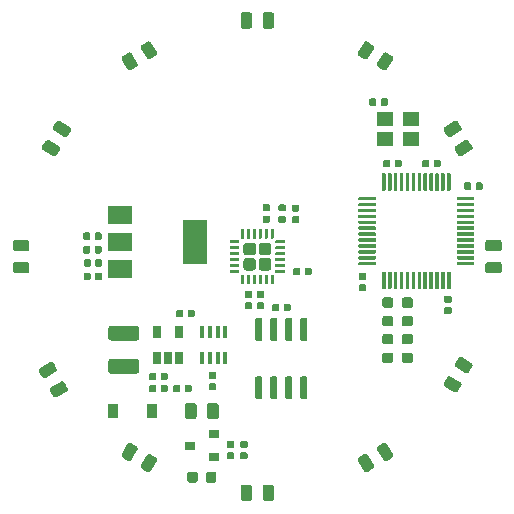
<source format=gbr>
G04 #@! TF.GenerationSoftware,KiCad,Pcbnew,(5.1.5)-3*
G04 #@! TF.CreationDate,2020-04-04T17:30:31+02:00*
G04 #@! TF.ProjectId,carteOdometrie,63617274-654f-4646-9f6d-65747269652e,rev?*
G04 #@! TF.SameCoordinates,Original*
G04 #@! TF.FileFunction,Paste,Top*
G04 #@! TF.FilePolarity,Positive*
%FSLAX46Y46*%
G04 Gerber Fmt 4.6, Leading zero omitted, Abs format (unit mm)*
G04 Created by KiCad (PCBNEW (5.1.5)-3) date 2020-04-04 17:30:31*
%MOMM*%
%LPD*%
G04 APERTURE LIST*
%ADD10R,2.000000X1.500000*%
%ADD11R,2.000000X3.800000*%
%ADD12C,0.100000*%
%ADD13R,1.400000X1.200000*%
%ADD14R,0.650000X1.060000*%
%ADD15R,0.400000X1.060000*%
%ADD16R,0.900000X0.800000*%
%ADD17R,0.900000X1.200000*%
G04 APERTURE END LIST*
D10*
X-11607800Y3519200D03*
X-11607800Y-1080800D03*
X-11607800Y1219200D03*
D11*
X-5307800Y1219200D03*
D12*
G36*
X2282458Y3451790D02*
G01*
X2296776Y3449666D01*
X2310817Y3446149D01*
X2324446Y3441272D01*
X2337531Y3435083D01*
X2349947Y3427642D01*
X2361573Y3419019D01*
X2372298Y3409298D01*
X2382019Y3398573D01*
X2390642Y3386947D01*
X2398083Y3374531D01*
X2404272Y3361446D01*
X2409149Y3347817D01*
X2412666Y3333776D01*
X2414790Y3319458D01*
X2415500Y3305000D01*
X2415500Y3010000D01*
X2414790Y2995542D01*
X2412666Y2981224D01*
X2409149Y2967183D01*
X2404272Y2953554D01*
X2398083Y2940469D01*
X2390642Y2928053D01*
X2382019Y2916427D01*
X2372298Y2905702D01*
X2361573Y2895981D01*
X2349947Y2887358D01*
X2337531Y2879917D01*
X2324446Y2873728D01*
X2310817Y2868851D01*
X2296776Y2865334D01*
X2282458Y2863210D01*
X2268000Y2862500D01*
X1923000Y2862500D01*
X1908542Y2863210D01*
X1894224Y2865334D01*
X1880183Y2868851D01*
X1866554Y2873728D01*
X1853469Y2879917D01*
X1841053Y2887358D01*
X1829427Y2895981D01*
X1818702Y2905702D01*
X1808981Y2916427D01*
X1800358Y2928053D01*
X1792917Y2940469D01*
X1786728Y2953554D01*
X1781851Y2967183D01*
X1778334Y2981224D01*
X1776210Y2995542D01*
X1775500Y3010000D01*
X1775500Y3305000D01*
X1776210Y3319458D01*
X1778334Y3333776D01*
X1781851Y3347817D01*
X1786728Y3361446D01*
X1792917Y3374531D01*
X1800358Y3386947D01*
X1808981Y3398573D01*
X1818702Y3409298D01*
X1829427Y3419019D01*
X1841053Y3427642D01*
X1853469Y3435083D01*
X1866554Y3441272D01*
X1880183Y3446149D01*
X1894224Y3449666D01*
X1908542Y3451790D01*
X1923000Y3452500D01*
X2268000Y3452500D01*
X2282458Y3451790D01*
G37*
G36*
X2282458Y4421790D02*
G01*
X2296776Y4419666D01*
X2310817Y4416149D01*
X2324446Y4411272D01*
X2337531Y4405083D01*
X2349947Y4397642D01*
X2361573Y4389019D01*
X2372298Y4379298D01*
X2382019Y4368573D01*
X2390642Y4356947D01*
X2398083Y4344531D01*
X2404272Y4331446D01*
X2409149Y4317817D01*
X2412666Y4303776D01*
X2414790Y4289458D01*
X2415500Y4275000D01*
X2415500Y3980000D01*
X2414790Y3965542D01*
X2412666Y3951224D01*
X2409149Y3937183D01*
X2404272Y3923554D01*
X2398083Y3910469D01*
X2390642Y3898053D01*
X2382019Y3886427D01*
X2372298Y3875702D01*
X2361573Y3865981D01*
X2349947Y3857358D01*
X2337531Y3849917D01*
X2324446Y3843728D01*
X2310817Y3838851D01*
X2296776Y3835334D01*
X2282458Y3833210D01*
X2268000Y3832500D01*
X1923000Y3832500D01*
X1908542Y3833210D01*
X1894224Y3835334D01*
X1880183Y3838851D01*
X1866554Y3843728D01*
X1853469Y3849917D01*
X1841053Y3857358D01*
X1829427Y3865981D01*
X1818702Y3875702D01*
X1808981Y3886427D01*
X1800358Y3898053D01*
X1792917Y3910469D01*
X1786728Y3923554D01*
X1781851Y3937183D01*
X1778334Y3951224D01*
X1776210Y3965542D01*
X1775500Y3980000D01*
X1775500Y4275000D01*
X1776210Y4289458D01*
X1778334Y4303776D01*
X1781851Y4317817D01*
X1786728Y4331446D01*
X1792917Y4344531D01*
X1800358Y4356947D01*
X1808981Y4368573D01*
X1818702Y4379298D01*
X1829427Y4389019D01*
X1841053Y4397642D01*
X1853469Y4405083D01*
X1866554Y4411272D01*
X1880183Y4416149D01*
X1894224Y4419666D01*
X1908542Y4421790D01*
X1923000Y4422500D01*
X2268000Y4422500D01*
X2282458Y4421790D01*
G37*
G36*
X3425458Y3428790D02*
G01*
X3439776Y3426666D01*
X3453817Y3423149D01*
X3467446Y3418272D01*
X3480531Y3412083D01*
X3492947Y3404642D01*
X3504573Y3396019D01*
X3515298Y3386298D01*
X3525019Y3375573D01*
X3533642Y3363947D01*
X3541083Y3351531D01*
X3547272Y3338446D01*
X3552149Y3324817D01*
X3555666Y3310776D01*
X3557790Y3296458D01*
X3558500Y3282000D01*
X3558500Y2987000D01*
X3557790Y2972542D01*
X3555666Y2958224D01*
X3552149Y2944183D01*
X3547272Y2930554D01*
X3541083Y2917469D01*
X3533642Y2905053D01*
X3525019Y2893427D01*
X3515298Y2882702D01*
X3504573Y2872981D01*
X3492947Y2864358D01*
X3480531Y2856917D01*
X3467446Y2850728D01*
X3453817Y2845851D01*
X3439776Y2842334D01*
X3425458Y2840210D01*
X3411000Y2839500D01*
X3066000Y2839500D01*
X3051542Y2840210D01*
X3037224Y2842334D01*
X3023183Y2845851D01*
X3009554Y2850728D01*
X2996469Y2856917D01*
X2984053Y2864358D01*
X2972427Y2872981D01*
X2961702Y2882702D01*
X2951981Y2893427D01*
X2943358Y2905053D01*
X2935917Y2917469D01*
X2929728Y2930554D01*
X2924851Y2944183D01*
X2921334Y2958224D01*
X2919210Y2972542D01*
X2918500Y2987000D01*
X2918500Y3282000D01*
X2919210Y3296458D01*
X2921334Y3310776D01*
X2924851Y3324817D01*
X2929728Y3338446D01*
X2935917Y3351531D01*
X2943358Y3363947D01*
X2951981Y3375573D01*
X2961702Y3386298D01*
X2972427Y3396019D01*
X2984053Y3404642D01*
X2996469Y3412083D01*
X3009554Y3418272D01*
X3023183Y3423149D01*
X3037224Y3426666D01*
X3051542Y3428790D01*
X3066000Y3429500D01*
X3411000Y3429500D01*
X3425458Y3428790D01*
G37*
G36*
X3425458Y4398790D02*
G01*
X3439776Y4396666D01*
X3453817Y4393149D01*
X3467446Y4388272D01*
X3480531Y4382083D01*
X3492947Y4374642D01*
X3504573Y4366019D01*
X3515298Y4356298D01*
X3525019Y4345573D01*
X3533642Y4333947D01*
X3541083Y4321531D01*
X3547272Y4308446D01*
X3552149Y4294817D01*
X3555666Y4280776D01*
X3557790Y4266458D01*
X3558500Y4252000D01*
X3558500Y3957000D01*
X3557790Y3942542D01*
X3555666Y3928224D01*
X3552149Y3914183D01*
X3547272Y3900554D01*
X3541083Y3887469D01*
X3533642Y3875053D01*
X3525019Y3863427D01*
X3515298Y3852702D01*
X3504573Y3842981D01*
X3492947Y3834358D01*
X3480531Y3826917D01*
X3467446Y3820728D01*
X3453817Y3815851D01*
X3439776Y3812334D01*
X3425458Y3810210D01*
X3411000Y3809500D01*
X3066000Y3809500D01*
X3051542Y3810210D01*
X3037224Y3812334D01*
X3023183Y3815851D01*
X3009554Y3820728D01*
X2996469Y3826917D01*
X2984053Y3834358D01*
X2972427Y3842981D01*
X2961702Y3852702D01*
X2951981Y3863427D01*
X2943358Y3875053D01*
X2935917Y3887469D01*
X2929728Y3900554D01*
X2924851Y3914183D01*
X2921334Y3928224D01*
X2919210Y3942542D01*
X2918500Y3957000D01*
X2918500Y4252000D01*
X2919210Y4266458D01*
X2921334Y4280776D01*
X2924851Y4294817D01*
X2929728Y4308446D01*
X2935917Y4321531D01*
X2943358Y4333947D01*
X2951981Y4345573D01*
X2961702Y4356298D01*
X2972427Y4366019D01*
X2984053Y4374642D01*
X2996469Y4382083D01*
X3009554Y4388272D01*
X3023183Y4393149D01*
X3037224Y4396666D01*
X3051542Y4398790D01*
X3066000Y4399500D01*
X3411000Y4399500D01*
X3425458Y4398790D01*
G37*
D13*
X13038000Y9945000D03*
X10838000Y9945000D03*
X10838000Y11645000D03*
X13038000Y11645000D03*
D14*
X-8533000Y-6418000D03*
X-6633000Y-6418000D03*
X-6633000Y-8618000D03*
X-7583000Y-8618000D03*
X-8533000Y-8618000D03*
D12*
G36*
X-1181374Y2349699D02*
G01*
X-1175307Y2348799D01*
X-1169357Y2347309D01*
X-1163582Y2345242D01*
X-1158038Y2342620D01*
X-1152777Y2339467D01*
X-1147850Y2335813D01*
X-1143306Y2331694D01*
X-1139187Y2327150D01*
X-1135533Y2322223D01*
X-1132380Y2316962D01*
X-1129758Y2311418D01*
X-1127691Y2305643D01*
X-1126201Y2299693D01*
X-1125301Y2293626D01*
X-1125000Y2287500D01*
X-1125000Y1587500D01*
X-1125301Y1581374D01*
X-1126201Y1575307D01*
X-1127691Y1569357D01*
X-1129758Y1563582D01*
X-1132380Y1558038D01*
X-1135533Y1552777D01*
X-1139187Y1547850D01*
X-1143306Y1543306D01*
X-1147850Y1539187D01*
X-1152777Y1535533D01*
X-1158038Y1532380D01*
X-1163582Y1529758D01*
X-1169357Y1527691D01*
X-1175307Y1526201D01*
X-1181374Y1525301D01*
X-1187500Y1525000D01*
X-1312500Y1525000D01*
X-1318626Y1525301D01*
X-1324693Y1526201D01*
X-1330643Y1527691D01*
X-1336418Y1529758D01*
X-1341962Y1532380D01*
X-1347223Y1535533D01*
X-1352150Y1539187D01*
X-1356694Y1543306D01*
X-1360813Y1547850D01*
X-1364467Y1552777D01*
X-1367620Y1558038D01*
X-1370242Y1563582D01*
X-1372309Y1569357D01*
X-1373799Y1575307D01*
X-1374699Y1581374D01*
X-1375000Y1587500D01*
X-1375000Y2287500D01*
X-1374699Y2293626D01*
X-1373799Y2299693D01*
X-1372309Y2305643D01*
X-1370242Y2311418D01*
X-1367620Y2316962D01*
X-1364467Y2322223D01*
X-1360813Y2327150D01*
X-1356694Y2331694D01*
X-1352150Y2335813D01*
X-1347223Y2339467D01*
X-1341962Y2342620D01*
X-1336418Y2345242D01*
X-1330643Y2347309D01*
X-1324693Y2348799D01*
X-1318626Y2349699D01*
X-1312500Y2350000D01*
X-1187500Y2350000D01*
X-1181374Y2349699D01*
G37*
G36*
X-681374Y2349699D02*
G01*
X-675307Y2348799D01*
X-669357Y2347309D01*
X-663582Y2345242D01*
X-658038Y2342620D01*
X-652777Y2339467D01*
X-647850Y2335813D01*
X-643306Y2331694D01*
X-639187Y2327150D01*
X-635533Y2322223D01*
X-632380Y2316962D01*
X-629758Y2311418D01*
X-627691Y2305643D01*
X-626201Y2299693D01*
X-625301Y2293626D01*
X-625000Y2287500D01*
X-625000Y1587500D01*
X-625301Y1581374D01*
X-626201Y1575307D01*
X-627691Y1569357D01*
X-629758Y1563582D01*
X-632380Y1558038D01*
X-635533Y1552777D01*
X-639187Y1547850D01*
X-643306Y1543306D01*
X-647850Y1539187D01*
X-652777Y1535533D01*
X-658038Y1532380D01*
X-663582Y1529758D01*
X-669357Y1527691D01*
X-675307Y1526201D01*
X-681374Y1525301D01*
X-687500Y1525000D01*
X-812500Y1525000D01*
X-818626Y1525301D01*
X-824693Y1526201D01*
X-830643Y1527691D01*
X-836418Y1529758D01*
X-841962Y1532380D01*
X-847223Y1535533D01*
X-852150Y1539187D01*
X-856694Y1543306D01*
X-860813Y1547850D01*
X-864467Y1552777D01*
X-867620Y1558038D01*
X-870242Y1563582D01*
X-872309Y1569357D01*
X-873799Y1575307D01*
X-874699Y1581374D01*
X-875000Y1587500D01*
X-875000Y2287500D01*
X-874699Y2293626D01*
X-873799Y2299693D01*
X-872309Y2305643D01*
X-870242Y2311418D01*
X-867620Y2316962D01*
X-864467Y2322223D01*
X-860813Y2327150D01*
X-856694Y2331694D01*
X-852150Y2335813D01*
X-847223Y2339467D01*
X-841962Y2342620D01*
X-836418Y2345242D01*
X-830643Y2347309D01*
X-824693Y2348799D01*
X-818626Y2349699D01*
X-812500Y2350000D01*
X-687500Y2350000D01*
X-681374Y2349699D01*
G37*
G36*
X-181374Y2349699D02*
G01*
X-175307Y2348799D01*
X-169357Y2347309D01*
X-163582Y2345242D01*
X-158038Y2342620D01*
X-152777Y2339467D01*
X-147850Y2335813D01*
X-143306Y2331694D01*
X-139187Y2327150D01*
X-135533Y2322223D01*
X-132380Y2316962D01*
X-129758Y2311418D01*
X-127691Y2305643D01*
X-126201Y2299693D01*
X-125301Y2293626D01*
X-125000Y2287500D01*
X-125000Y1587500D01*
X-125301Y1581374D01*
X-126201Y1575307D01*
X-127691Y1569357D01*
X-129758Y1563582D01*
X-132380Y1558038D01*
X-135533Y1552777D01*
X-139187Y1547850D01*
X-143306Y1543306D01*
X-147850Y1539187D01*
X-152777Y1535533D01*
X-158038Y1532380D01*
X-163582Y1529758D01*
X-169357Y1527691D01*
X-175307Y1526201D01*
X-181374Y1525301D01*
X-187500Y1525000D01*
X-312500Y1525000D01*
X-318626Y1525301D01*
X-324693Y1526201D01*
X-330643Y1527691D01*
X-336418Y1529758D01*
X-341962Y1532380D01*
X-347223Y1535533D01*
X-352150Y1539187D01*
X-356694Y1543306D01*
X-360813Y1547850D01*
X-364467Y1552777D01*
X-367620Y1558038D01*
X-370242Y1563582D01*
X-372309Y1569357D01*
X-373799Y1575307D01*
X-374699Y1581374D01*
X-375000Y1587500D01*
X-375000Y2287500D01*
X-374699Y2293626D01*
X-373799Y2299693D01*
X-372309Y2305643D01*
X-370242Y2311418D01*
X-367620Y2316962D01*
X-364467Y2322223D01*
X-360813Y2327150D01*
X-356694Y2331694D01*
X-352150Y2335813D01*
X-347223Y2339467D01*
X-341962Y2342620D01*
X-336418Y2345242D01*
X-330643Y2347309D01*
X-324693Y2348799D01*
X-318626Y2349699D01*
X-312500Y2350000D01*
X-187500Y2350000D01*
X-181374Y2349699D01*
G37*
G36*
X318626Y2349699D02*
G01*
X324693Y2348799D01*
X330643Y2347309D01*
X336418Y2345242D01*
X341962Y2342620D01*
X347223Y2339467D01*
X352150Y2335813D01*
X356694Y2331694D01*
X360813Y2327150D01*
X364467Y2322223D01*
X367620Y2316962D01*
X370242Y2311418D01*
X372309Y2305643D01*
X373799Y2299693D01*
X374699Y2293626D01*
X375000Y2287500D01*
X375000Y1587500D01*
X374699Y1581374D01*
X373799Y1575307D01*
X372309Y1569357D01*
X370242Y1563582D01*
X367620Y1558038D01*
X364467Y1552777D01*
X360813Y1547850D01*
X356694Y1543306D01*
X352150Y1539187D01*
X347223Y1535533D01*
X341962Y1532380D01*
X336418Y1529758D01*
X330643Y1527691D01*
X324693Y1526201D01*
X318626Y1525301D01*
X312500Y1525000D01*
X187500Y1525000D01*
X181374Y1525301D01*
X175307Y1526201D01*
X169357Y1527691D01*
X163582Y1529758D01*
X158038Y1532380D01*
X152777Y1535533D01*
X147850Y1539187D01*
X143306Y1543306D01*
X139187Y1547850D01*
X135533Y1552777D01*
X132380Y1558038D01*
X129758Y1563582D01*
X127691Y1569357D01*
X126201Y1575307D01*
X125301Y1581374D01*
X125000Y1587500D01*
X125000Y2287500D01*
X125301Y2293626D01*
X126201Y2299693D01*
X127691Y2305643D01*
X129758Y2311418D01*
X132380Y2316962D01*
X135533Y2322223D01*
X139187Y2327150D01*
X143306Y2331694D01*
X147850Y2335813D01*
X152777Y2339467D01*
X158038Y2342620D01*
X163582Y2345242D01*
X169357Y2347309D01*
X175307Y2348799D01*
X181374Y2349699D01*
X187500Y2350000D01*
X312500Y2350000D01*
X318626Y2349699D01*
G37*
G36*
X818626Y2349699D02*
G01*
X824693Y2348799D01*
X830643Y2347309D01*
X836418Y2345242D01*
X841962Y2342620D01*
X847223Y2339467D01*
X852150Y2335813D01*
X856694Y2331694D01*
X860813Y2327150D01*
X864467Y2322223D01*
X867620Y2316962D01*
X870242Y2311418D01*
X872309Y2305643D01*
X873799Y2299693D01*
X874699Y2293626D01*
X875000Y2287500D01*
X875000Y1587500D01*
X874699Y1581374D01*
X873799Y1575307D01*
X872309Y1569357D01*
X870242Y1563582D01*
X867620Y1558038D01*
X864467Y1552777D01*
X860813Y1547850D01*
X856694Y1543306D01*
X852150Y1539187D01*
X847223Y1535533D01*
X841962Y1532380D01*
X836418Y1529758D01*
X830643Y1527691D01*
X824693Y1526201D01*
X818626Y1525301D01*
X812500Y1525000D01*
X687500Y1525000D01*
X681374Y1525301D01*
X675307Y1526201D01*
X669357Y1527691D01*
X663582Y1529758D01*
X658038Y1532380D01*
X652777Y1535533D01*
X647850Y1539187D01*
X643306Y1543306D01*
X639187Y1547850D01*
X635533Y1552777D01*
X632380Y1558038D01*
X629758Y1563582D01*
X627691Y1569357D01*
X626201Y1575307D01*
X625301Y1581374D01*
X625000Y1587500D01*
X625000Y2287500D01*
X625301Y2293626D01*
X626201Y2299693D01*
X627691Y2305643D01*
X629758Y2311418D01*
X632380Y2316962D01*
X635533Y2322223D01*
X639187Y2327150D01*
X643306Y2331694D01*
X647850Y2335813D01*
X652777Y2339467D01*
X658038Y2342620D01*
X663582Y2345242D01*
X669357Y2347309D01*
X675307Y2348799D01*
X681374Y2349699D01*
X687500Y2350000D01*
X812500Y2350000D01*
X818626Y2349699D01*
G37*
G36*
X1318626Y2349699D02*
G01*
X1324693Y2348799D01*
X1330643Y2347309D01*
X1336418Y2345242D01*
X1341962Y2342620D01*
X1347223Y2339467D01*
X1352150Y2335813D01*
X1356694Y2331694D01*
X1360813Y2327150D01*
X1364467Y2322223D01*
X1367620Y2316962D01*
X1370242Y2311418D01*
X1372309Y2305643D01*
X1373799Y2299693D01*
X1374699Y2293626D01*
X1375000Y2287500D01*
X1375000Y1587500D01*
X1374699Y1581374D01*
X1373799Y1575307D01*
X1372309Y1569357D01*
X1370242Y1563582D01*
X1367620Y1558038D01*
X1364467Y1552777D01*
X1360813Y1547850D01*
X1356694Y1543306D01*
X1352150Y1539187D01*
X1347223Y1535533D01*
X1341962Y1532380D01*
X1336418Y1529758D01*
X1330643Y1527691D01*
X1324693Y1526201D01*
X1318626Y1525301D01*
X1312500Y1525000D01*
X1187500Y1525000D01*
X1181374Y1525301D01*
X1175307Y1526201D01*
X1169357Y1527691D01*
X1163582Y1529758D01*
X1158038Y1532380D01*
X1152777Y1535533D01*
X1147850Y1539187D01*
X1143306Y1543306D01*
X1139187Y1547850D01*
X1135533Y1552777D01*
X1132380Y1558038D01*
X1129758Y1563582D01*
X1127691Y1569357D01*
X1126201Y1575307D01*
X1125301Y1581374D01*
X1125000Y1587500D01*
X1125000Y2287500D01*
X1125301Y2293626D01*
X1126201Y2299693D01*
X1127691Y2305643D01*
X1129758Y2311418D01*
X1132380Y2316962D01*
X1135533Y2322223D01*
X1139187Y2327150D01*
X1143306Y2331694D01*
X1147850Y2335813D01*
X1152777Y2339467D01*
X1158038Y2342620D01*
X1163582Y2345242D01*
X1169357Y2347309D01*
X1175307Y2348799D01*
X1181374Y2349699D01*
X1187500Y2350000D01*
X1312500Y2350000D01*
X1318626Y2349699D01*
G37*
G36*
X2293626Y1374699D02*
G01*
X2299693Y1373799D01*
X2305643Y1372309D01*
X2311418Y1370242D01*
X2316962Y1367620D01*
X2322223Y1364467D01*
X2327150Y1360813D01*
X2331694Y1356694D01*
X2335813Y1352150D01*
X2339467Y1347223D01*
X2342620Y1341962D01*
X2345242Y1336418D01*
X2347309Y1330643D01*
X2348799Y1324693D01*
X2349699Y1318626D01*
X2350000Y1312500D01*
X2350000Y1187500D01*
X2349699Y1181374D01*
X2348799Y1175307D01*
X2347309Y1169357D01*
X2345242Y1163582D01*
X2342620Y1158038D01*
X2339467Y1152777D01*
X2335813Y1147850D01*
X2331694Y1143306D01*
X2327150Y1139187D01*
X2322223Y1135533D01*
X2316962Y1132380D01*
X2311418Y1129758D01*
X2305643Y1127691D01*
X2299693Y1126201D01*
X2293626Y1125301D01*
X2287500Y1125000D01*
X1587500Y1125000D01*
X1581374Y1125301D01*
X1575307Y1126201D01*
X1569357Y1127691D01*
X1563582Y1129758D01*
X1558038Y1132380D01*
X1552777Y1135533D01*
X1547850Y1139187D01*
X1543306Y1143306D01*
X1539187Y1147850D01*
X1535533Y1152777D01*
X1532380Y1158038D01*
X1529758Y1163582D01*
X1527691Y1169357D01*
X1526201Y1175307D01*
X1525301Y1181374D01*
X1525000Y1187500D01*
X1525000Y1312500D01*
X1525301Y1318626D01*
X1526201Y1324693D01*
X1527691Y1330643D01*
X1529758Y1336418D01*
X1532380Y1341962D01*
X1535533Y1347223D01*
X1539187Y1352150D01*
X1543306Y1356694D01*
X1547850Y1360813D01*
X1552777Y1364467D01*
X1558038Y1367620D01*
X1563582Y1370242D01*
X1569357Y1372309D01*
X1575307Y1373799D01*
X1581374Y1374699D01*
X1587500Y1375000D01*
X2287500Y1375000D01*
X2293626Y1374699D01*
G37*
G36*
X2293626Y874699D02*
G01*
X2299693Y873799D01*
X2305643Y872309D01*
X2311418Y870242D01*
X2316962Y867620D01*
X2322223Y864467D01*
X2327150Y860813D01*
X2331694Y856694D01*
X2335813Y852150D01*
X2339467Y847223D01*
X2342620Y841962D01*
X2345242Y836418D01*
X2347309Y830643D01*
X2348799Y824693D01*
X2349699Y818626D01*
X2350000Y812500D01*
X2350000Y687500D01*
X2349699Y681374D01*
X2348799Y675307D01*
X2347309Y669357D01*
X2345242Y663582D01*
X2342620Y658038D01*
X2339467Y652777D01*
X2335813Y647850D01*
X2331694Y643306D01*
X2327150Y639187D01*
X2322223Y635533D01*
X2316962Y632380D01*
X2311418Y629758D01*
X2305643Y627691D01*
X2299693Y626201D01*
X2293626Y625301D01*
X2287500Y625000D01*
X1587500Y625000D01*
X1581374Y625301D01*
X1575307Y626201D01*
X1569357Y627691D01*
X1563582Y629758D01*
X1558038Y632380D01*
X1552777Y635533D01*
X1547850Y639187D01*
X1543306Y643306D01*
X1539187Y647850D01*
X1535533Y652777D01*
X1532380Y658038D01*
X1529758Y663582D01*
X1527691Y669357D01*
X1526201Y675307D01*
X1525301Y681374D01*
X1525000Y687500D01*
X1525000Y812500D01*
X1525301Y818626D01*
X1526201Y824693D01*
X1527691Y830643D01*
X1529758Y836418D01*
X1532380Y841962D01*
X1535533Y847223D01*
X1539187Y852150D01*
X1543306Y856694D01*
X1547850Y860813D01*
X1552777Y864467D01*
X1558038Y867620D01*
X1563582Y870242D01*
X1569357Y872309D01*
X1575307Y873799D01*
X1581374Y874699D01*
X1587500Y875000D01*
X2287500Y875000D01*
X2293626Y874699D01*
G37*
G36*
X2293626Y374699D02*
G01*
X2299693Y373799D01*
X2305643Y372309D01*
X2311418Y370242D01*
X2316962Y367620D01*
X2322223Y364467D01*
X2327150Y360813D01*
X2331694Y356694D01*
X2335813Y352150D01*
X2339467Y347223D01*
X2342620Y341962D01*
X2345242Y336418D01*
X2347309Y330643D01*
X2348799Y324693D01*
X2349699Y318626D01*
X2350000Y312500D01*
X2350000Y187500D01*
X2349699Y181374D01*
X2348799Y175307D01*
X2347309Y169357D01*
X2345242Y163582D01*
X2342620Y158038D01*
X2339467Y152777D01*
X2335813Y147850D01*
X2331694Y143306D01*
X2327150Y139187D01*
X2322223Y135533D01*
X2316962Y132380D01*
X2311418Y129758D01*
X2305643Y127691D01*
X2299693Y126201D01*
X2293626Y125301D01*
X2287500Y125000D01*
X1587500Y125000D01*
X1581374Y125301D01*
X1575307Y126201D01*
X1569357Y127691D01*
X1563582Y129758D01*
X1558038Y132380D01*
X1552777Y135533D01*
X1547850Y139187D01*
X1543306Y143306D01*
X1539187Y147850D01*
X1535533Y152777D01*
X1532380Y158038D01*
X1529758Y163582D01*
X1527691Y169357D01*
X1526201Y175307D01*
X1525301Y181374D01*
X1525000Y187500D01*
X1525000Y312500D01*
X1525301Y318626D01*
X1526201Y324693D01*
X1527691Y330643D01*
X1529758Y336418D01*
X1532380Y341962D01*
X1535533Y347223D01*
X1539187Y352150D01*
X1543306Y356694D01*
X1547850Y360813D01*
X1552777Y364467D01*
X1558038Y367620D01*
X1563582Y370242D01*
X1569357Y372309D01*
X1575307Y373799D01*
X1581374Y374699D01*
X1587500Y375000D01*
X2287500Y375000D01*
X2293626Y374699D01*
G37*
G36*
X2293626Y-125301D02*
G01*
X2299693Y-126201D01*
X2305643Y-127691D01*
X2311418Y-129758D01*
X2316962Y-132380D01*
X2322223Y-135533D01*
X2327150Y-139187D01*
X2331694Y-143306D01*
X2335813Y-147850D01*
X2339467Y-152777D01*
X2342620Y-158038D01*
X2345242Y-163582D01*
X2347309Y-169357D01*
X2348799Y-175307D01*
X2349699Y-181374D01*
X2350000Y-187500D01*
X2350000Y-312500D01*
X2349699Y-318626D01*
X2348799Y-324693D01*
X2347309Y-330643D01*
X2345242Y-336418D01*
X2342620Y-341962D01*
X2339467Y-347223D01*
X2335813Y-352150D01*
X2331694Y-356694D01*
X2327150Y-360813D01*
X2322223Y-364467D01*
X2316962Y-367620D01*
X2311418Y-370242D01*
X2305643Y-372309D01*
X2299693Y-373799D01*
X2293626Y-374699D01*
X2287500Y-375000D01*
X1587500Y-375000D01*
X1581374Y-374699D01*
X1575307Y-373799D01*
X1569357Y-372309D01*
X1563582Y-370242D01*
X1558038Y-367620D01*
X1552777Y-364467D01*
X1547850Y-360813D01*
X1543306Y-356694D01*
X1539187Y-352150D01*
X1535533Y-347223D01*
X1532380Y-341962D01*
X1529758Y-336418D01*
X1527691Y-330643D01*
X1526201Y-324693D01*
X1525301Y-318626D01*
X1525000Y-312500D01*
X1525000Y-187500D01*
X1525301Y-181374D01*
X1526201Y-175307D01*
X1527691Y-169357D01*
X1529758Y-163582D01*
X1532380Y-158038D01*
X1535533Y-152777D01*
X1539187Y-147850D01*
X1543306Y-143306D01*
X1547850Y-139187D01*
X1552777Y-135533D01*
X1558038Y-132380D01*
X1563582Y-129758D01*
X1569357Y-127691D01*
X1575307Y-126201D01*
X1581374Y-125301D01*
X1587500Y-125000D01*
X2287500Y-125000D01*
X2293626Y-125301D01*
G37*
G36*
X2293626Y-625301D02*
G01*
X2299693Y-626201D01*
X2305643Y-627691D01*
X2311418Y-629758D01*
X2316962Y-632380D01*
X2322223Y-635533D01*
X2327150Y-639187D01*
X2331694Y-643306D01*
X2335813Y-647850D01*
X2339467Y-652777D01*
X2342620Y-658038D01*
X2345242Y-663582D01*
X2347309Y-669357D01*
X2348799Y-675307D01*
X2349699Y-681374D01*
X2350000Y-687500D01*
X2350000Y-812500D01*
X2349699Y-818626D01*
X2348799Y-824693D01*
X2347309Y-830643D01*
X2345242Y-836418D01*
X2342620Y-841962D01*
X2339467Y-847223D01*
X2335813Y-852150D01*
X2331694Y-856694D01*
X2327150Y-860813D01*
X2322223Y-864467D01*
X2316962Y-867620D01*
X2311418Y-870242D01*
X2305643Y-872309D01*
X2299693Y-873799D01*
X2293626Y-874699D01*
X2287500Y-875000D01*
X1587500Y-875000D01*
X1581374Y-874699D01*
X1575307Y-873799D01*
X1569357Y-872309D01*
X1563582Y-870242D01*
X1558038Y-867620D01*
X1552777Y-864467D01*
X1547850Y-860813D01*
X1543306Y-856694D01*
X1539187Y-852150D01*
X1535533Y-847223D01*
X1532380Y-841962D01*
X1529758Y-836418D01*
X1527691Y-830643D01*
X1526201Y-824693D01*
X1525301Y-818626D01*
X1525000Y-812500D01*
X1525000Y-687500D01*
X1525301Y-681374D01*
X1526201Y-675307D01*
X1527691Y-669357D01*
X1529758Y-663582D01*
X1532380Y-658038D01*
X1535533Y-652777D01*
X1539187Y-647850D01*
X1543306Y-643306D01*
X1547850Y-639187D01*
X1552777Y-635533D01*
X1558038Y-632380D01*
X1563582Y-629758D01*
X1569357Y-627691D01*
X1575307Y-626201D01*
X1581374Y-625301D01*
X1587500Y-625000D01*
X2287500Y-625000D01*
X2293626Y-625301D01*
G37*
G36*
X2293626Y-1125301D02*
G01*
X2299693Y-1126201D01*
X2305643Y-1127691D01*
X2311418Y-1129758D01*
X2316962Y-1132380D01*
X2322223Y-1135533D01*
X2327150Y-1139187D01*
X2331694Y-1143306D01*
X2335813Y-1147850D01*
X2339467Y-1152777D01*
X2342620Y-1158038D01*
X2345242Y-1163582D01*
X2347309Y-1169357D01*
X2348799Y-1175307D01*
X2349699Y-1181374D01*
X2350000Y-1187500D01*
X2350000Y-1312500D01*
X2349699Y-1318626D01*
X2348799Y-1324693D01*
X2347309Y-1330643D01*
X2345242Y-1336418D01*
X2342620Y-1341962D01*
X2339467Y-1347223D01*
X2335813Y-1352150D01*
X2331694Y-1356694D01*
X2327150Y-1360813D01*
X2322223Y-1364467D01*
X2316962Y-1367620D01*
X2311418Y-1370242D01*
X2305643Y-1372309D01*
X2299693Y-1373799D01*
X2293626Y-1374699D01*
X2287500Y-1375000D01*
X1587500Y-1375000D01*
X1581374Y-1374699D01*
X1575307Y-1373799D01*
X1569357Y-1372309D01*
X1563582Y-1370242D01*
X1558038Y-1367620D01*
X1552777Y-1364467D01*
X1547850Y-1360813D01*
X1543306Y-1356694D01*
X1539187Y-1352150D01*
X1535533Y-1347223D01*
X1532380Y-1341962D01*
X1529758Y-1336418D01*
X1527691Y-1330643D01*
X1526201Y-1324693D01*
X1525301Y-1318626D01*
X1525000Y-1312500D01*
X1525000Y-1187500D01*
X1525301Y-1181374D01*
X1526201Y-1175307D01*
X1527691Y-1169357D01*
X1529758Y-1163582D01*
X1532380Y-1158038D01*
X1535533Y-1152777D01*
X1539187Y-1147850D01*
X1543306Y-1143306D01*
X1547850Y-1139187D01*
X1552777Y-1135533D01*
X1558038Y-1132380D01*
X1563582Y-1129758D01*
X1569357Y-1127691D01*
X1575307Y-1126201D01*
X1581374Y-1125301D01*
X1587500Y-1125000D01*
X2287500Y-1125000D01*
X2293626Y-1125301D01*
G37*
G36*
X1318626Y-1525301D02*
G01*
X1324693Y-1526201D01*
X1330643Y-1527691D01*
X1336418Y-1529758D01*
X1341962Y-1532380D01*
X1347223Y-1535533D01*
X1352150Y-1539187D01*
X1356694Y-1543306D01*
X1360813Y-1547850D01*
X1364467Y-1552777D01*
X1367620Y-1558038D01*
X1370242Y-1563582D01*
X1372309Y-1569357D01*
X1373799Y-1575307D01*
X1374699Y-1581374D01*
X1375000Y-1587500D01*
X1375000Y-2287500D01*
X1374699Y-2293626D01*
X1373799Y-2299693D01*
X1372309Y-2305643D01*
X1370242Y-2311418D01*
X1367620Y-2316962D01*
X1364467Y-2322223D01*
X1360813Y-2327150D01*
X1356694Y-2331694D01*
X1352150Y-2335813D01*
X1347223Y-2339467D01*
X1341962Y-2342620D01*
X1336418Y-2345242D01*
X1330643Y-2347309D01*
X1324693Y-2348799D01*
X1318626Y-2349699D01*
X1312500Y-2350000D01*
X1187500Y-2350000D01*
X1181374Y-2349699D01*
X1175307Y-2348799D01*
X1169357Y-2347309D01*
X1163582Y-2345242D01*
X1158038Y-2342620D01*
X1152777Y-2339467D01*
X1147850Y-2335813D01*
X1143306Y-2331694D01*
X1139187Y-2327150D01*
X1135533Y-2322223D01*
X1132380Y-2316962D01*
X1129758Y-2311418D01*
X1127691Y-2305643D01*
X1126201Y-2299693D01*
X1125301Y-2293626D01*
X1125000Y-2287500D01*
X1125000Y-1587500D01*
X1125301Y-1581374D01*
X1126201Y-1575307D01*
X1127691Y-1569357D01*
X1129758Y-1563582D01*
X1132380Y-1558038D01*
X1135533Y-1552777D01*
X1139187Y-1547850D01*
X1143306Y-1543306D01*
X1147850Y-1539187D01*
X1152777Y-1535533D01*
X1158038Y-1532380D01*
X1163582Y-1529758D01*
X1169357Y-1527691D01*
X1175307Y-1526201D01*
X1181374Y-1525301D01*
X1187500Y-1525000D01*
X1312500Y-1525000D01*
X1318626Y-1525301D01*
G37*
G36*
X818626Y-1525301D02*
G01*
X824693Y-1526201D01*
X830643Y-1527691D01*
X836418Y-1529758D01*
X841962Y-1532380D01*
X847223Y-1535533D01*
X852150Y-1539187D01*
X856694Y-1543306D01*
X860813Y-1547850D01*
X864467Y-1552777D01*
X867620Y-1558038D01*
X870242Y-1563582D01*
X872309Y-1569357D01*
X873799Y-1575307D01*
X874699Y-1581374D01*
X875000Y-1587500D01*
X875000Y-2287500D01*
X874699Y-2293626D01*
X873799Y-2299693D01*
X872309Y-2305643D01*
X870242Y-2311418D01*
X867620Y-2316962D01*
X864467Y-2322223D01*
X860813Y-2327150D01*
X856694Y-2331694D01*
X852150Y-2335813D01*
X847223Y-2339467D01*
X841962Y-2342620D01*
X836418Y-2345242D01*
X830643Y-2347309D01*
X824693Y-2348799D01*
X818626Y-2349699D01*
X812500Y-2350000D01*
X687500Y-2350000D01*
X681374Y-2349699D01*
X675307Y-2348799D01*
X669357Y-2347309D01*
X663582Y-2345242D01*
X658038Y-2342620D01*
X652777Y-2339467D01*
X647850Y-2335813D01*
X643306Y-2331694D01*
X639187Y-2327150D01*
X635533Y-2322223D01*
X632380Y-2316962D01*
X629758Y-2311418D01*
X627691Y-2305643D01*
X626201Y-2299693D01*
X625301Y-2293626D01*
X625000Y-2287500D01*
X625000Y-1587500D01*
X625301Y-1581374D01*
X626201Y-1575307D01*
X627691Y-1569357D01*
X629758Y-1563582D01*
X632380Y-1558038D01*
X635533Y-1552777D01*
X639187Y-1547850D01*
X643306Y-1543306D01*
X647850Y-1539187D01*
X652777Y-1535533D01*
X658038Y-1532380D01*
X663582Y-1529758D01*
X669357Y-1527691D01*
X675307Y-1526201D01*
X681374Y-1525301D01*
X687500Y-1525000D01*
X812500Y-1525000D01*
X818626Y-1525301D01*
G37*
G36*
X318626Y-1525301D02*
G01*
X324693Y-1526201D01*
X330643Y-1527691D01*
X336418Y-1529758D01*
X341962Y-1532380D01*
X347223Y-1535533D01*
X352150Y-1539187D01*
X356694Y-1543306D01*
X360813Y-1547850D01*
X364467Y-1552777D01*
X367620Y-1558038D01*
X370242Y-1563582D01*
X372309Y-1569357D01*
X373799Y-1575307D01*
X374699Y-1581374D01*
X375000Y-1587500D01*
X375000Y-2287500D01*
X374699Y-2293626D01*
X373799Y-2299693D01*
X372309Y-2305643D01*
X370242Y-2311418D01*
X367620Y-2316962D01*
X364467Y-2322223D01*
X360813Y-2327150D01*
X356694Y-2331694D01*
X352150Y-2335813D01*
X347223Y-2339467D01*
X341962Y-2342620D01*
X336418Y-2345242D01*
X330643Y-2347309D01*
X324693Y-2348799D01*
X318626Y-2349699D01*
X312500Y-2350000D01*
X187500Y-2350000D01*
X181374Y-2349699D01*
X175307Y-2348799D01*
X169357Y-2347309D01*
X163582Y-2345242D01*
X158038Y-2342620D01*
X152777Y-2339467D01*
X147850Y-2335813D01*
X143306Y-2331694D01*
X139187Y-2327150D01*
X135533Y-2322223D01*
X132380Y-2316962D01*
X129758Y-2311418D01*
X127691Y-2305643D01*
X126201Y-2299693D01*
X125301Y-2293626D01*
X125000Y-2287500D01*
X125000Y-1587500D01*
X125301Y-1581374D01*
X126201Y-1575307D01*
X127691Y-1569357D01*
X129758Y-1563582D01*
X132380Y-1558038D01*
X135533Y-1552777D01*
X139187Y-1547850D01*
X143306Y-1543306D01*
X147850Y-1539187D01*
X152777Y-1535533D01*
X158038Y-1532380D01*
X163582Y-1529758D01*
X169357Y-1527691D01*
X175307Y-1526201D01*
X181374Y-1525301D01*
X187500Y-1525000D01*
X312500Y-1525000D01*
X318626Y-1525301D01*
G37*
G36*
X-181374Y-1525301D02*
G01*
X-175307Y-1526201D01*
X-169357Y-1527691D01*
X-163582Y-1529758D01*
X-158038Y-1532380D01*
X-152777Y-1535533D01*
X-147850Y-1539187D01*
X-143306Y-1543306D01*
X-139187Y-1547850D01*
X-135533Y-1552777D01*
X-132380Y-1558038D01*
X-129758Y-1563582D01*
X-127691Y-1569357D01*
X-126201Y-1575307D01*
X-125301Y-1581374D01*
X-125000Y-1587500D01*
X-125000Y-2287500D01*
X-125301Y-2293626D01*
X-126201Y-2299693D01*
X-127691Y-2305643D01*
X-129758Y-2311418D01*
X-132380Y-2316962D01*
X-135533Y-2322223D01*
X-139187Y-2327150D01*
X-143306Y-2331694D01*
X-147850Y-2335813D01*
X-152777Y-2339467D01*
X-158038Y-2342620D01*
X-163582Y-2345242D01*
X-169357Y-2347309D01*
X-175307Y-2348799D01*
X-181374Y-2349699D01*
X-187500Y-2350000D01*
X-312500Y-2350000D01*
X-318626Y-2349699D01*
X-324693Y-2348799D01*
X-330643Y-2347309D01*
X-336418Y-2345242D01*
X-341962Y-2342620D01*
X-347223Y-2339467D01*
X-352150Y-2335813D01*
X-356694Y-2331694D01*
X-360813Y-2327150D01*
X-364467Y-2322223D01*
X-367620Y-2316962D01*
X-370242Y-2311418D01*
X-372309Y-2305643D01*
X-373799Y-2299693D01*
X-374699Y-2293626D01*
X-375000Y-2287500D01*
X-375000Y-1587500D01*
X-374699Y-1581374D01*
X-373799Y-1575307D01*
X-372309Y-1569357D01*
X-370242Y-1563582D01*
X-367620Y-1558038D01*
X-364467Y-1552777D01*
X-360813Y-1547850D01*
X-356694Y-1543306D01*
X-352150Y-1539187D01*
X-347223Y-1535533D01*
X-341962Y-1532380D01*
X-336418Y-1529758D01*
X-330643Y-1527691D01*
X-324693Y-1526201D01*
X-318626Y-1525301D01*
X-312500Y-1525000D01*
X-187500Y-1525000D01*
X-181374Y-1525301D01*
G37*
G36*
X-681374Y-1525301D02*
G01*
X-675307Y-1526201D01*
X-669357Y-1527691D01*
X-663582Y-1529758D01*
X-658038Y-1532380D01*
X-652777Y-1535533D01*
X-647850Y-1539187D01*
X-643306Y-1543306D01*
X-639187Y-1547850D01*
X-635533Y-1552777D01*
X-632380Y-1558038D01*
X-629758Y-1563582D01*
X-627691Y-1569357D01*
X-626201Y-1575307D01*
X-625301Y-1581374D01*
X-625000Y-1587500D01*
X-625000Y-2287500D01*
X-625301Y-2293626D01*
X-626201Y-2299693D01*
X-627691Y-2305643D01*
X-629758Y-2311418D01*
X-632380Y-2316962D01*
X-635533Y-2322223D01*
X-639187Y-2327150D01*
X-643306Y-2331694D01*
X-647850Y-2335813D01*
X-652777Y-2339467D01*
X-658038Y-2342620D01*
X-663582Y-2345242D01*
X-669357Y-2347309D01*
X-675307Y-2348799D01*
X-681374Y-2349699D01*
X-687500Y-2350000D01*
X-812500Y-2350000D01*
X-818626Y-2349699D01*
X-824693Y-2348799D01*
X-830643Y-2347309D01*
X-836418Y-2345242D01*
X-841962Y-2342620D01*
X-847223Y-2339467D01*
X-852150Y-2335813D01*
X-856694Y-2331694D01*
X-860813Y-2327150D01*
X-864467Y-2322223D01*
X-867620Y-2316962D01*
X-870242Y-2311418D01*
X-872309Y-2305643D01*
X-873799Y-2299693D01*
X-874699Y-2293626D01*
X-875000Y-2287500D01*
X-875000Y-1587500D01*
X-874699Y-1581374D01*
X-873799Y-1575307D01*
X-872309Y-1569357D01*
X-870242Y-1563582D01*
X-867620Y-1558038D01*
X-864467Y-1552777D01*
X-860813Y-1547850D01*
X-856694Y-1543306D01*
X-852150Y-1539187D01*
X-847223Y-1535533D01*
X-841962Y-1532380D01*
X-836418Y-1529758D01*
X-830643Y-1527691D01*
X-824693Y-1526201D01*
X-818626Y-1525301D01*
X-812500Y-1525000D01*
X-687500Y-1525000D01*
X-681374Y-1525301D01*
G37*
G36*
X-1181374Y-1525301D02*
G01*
X-1175307Y-1526201D01*
X-1169357Y-1527691D01*
X-1163582Y-1529758D01*
X-1158038Y-1532380D01*
X-1152777Y-1535533D01*
X-1147850Y-1539187D01*
X-1143306Y-1543306D01*
X-1139187Y-1547850D01*
X-1135533Y-1552777D01*
X-1132380Y-1558038D01*
X-1129758Y-1563582D01*
X-1127691Y-1569357D01*
X-1126201Y-1575307D01*
X-1125301Y-1581374D01*
X-1125000Y-1587500D01*
X-1125000Y-2287500D01*
X-1125301Y-2293626D01*
X-1126201Y-2299693D01*
X-1127691Y-2305643D01*
X-1129758Y-2311418D01*
X-1132380Y-2316962D01*
X-1135533Y-2322223D01*
X-1139187Y-2327150D01*
X-1143306Y-2331694D01*
X-1147850Y-2335813D01*
X-1152777Y-2339467D01*
X-1158038Y-2342620D01*
X-1163582Y-2345242D01*
X-1169357Y-2347309D01*
X-1175307Y-2348799D01*
X-1181374Y-2349699D01*
X-1187500Y-2350000D01*
X-1312500Y-2350000D01*
X-1318626Y-2349699D01*
X-1324693Y-2348799D01*
X-1330643Y-2347309D01*
X-1336418Y-2345242D01*
X-1341962Y-2342620D01*
X-1347223Y-2339467D01*
X-1352150Y-2335813D01*
X-1356694Y-2331694D01*
X-1360813Y-2327150D01*
X-1364467Y-2322223D01*
X-1367620Y-2316962D01*
X-1370242Y-2311418D01*
X-1372309Y-2305643D01*
X-1373799Y-2299693D01*
X-1374699Y-2293626D01*
X-1375000Y-2287500D01*
X-1375000Y-1587500D01*
X-1374699Y-1581374D01*
X-1373799Y-1575307D01*
X-1372309Y-1569357D01*
X-1370242Y-1563582D01*
X-1367620Y-1558038D01*
X-1364467Y-1552777D01*
X-1360813Y-1547850D01*
X-1356694Y-1543306D01*
X-1352150Y-1539187D01*
X-1347223Y-1535533D01*
X-1341962Y-1532380D01*
X-1336418Y-1529758D01*
X-1330643Y-1527691D01*
X-1324693Y-1526201D01*
X-1318626Y-1525301D01*
X-1312500Y-1525000D01*
X-1187500Y-1525000D01*
X-1181374Y-1525301D01*
G37*
G36*
X-1581374Y-1125301D02*
G01*
X-1575307Y-1126201D01*
X-1569357Y-1127691D01*
X-1563582Y-1129758D01*
X-1558038Y-1132380D01*
X-1552777Y-1135533D01*
X-1547850Y-1139187D01*
X-1543306Y-1143306D01*
X-1539187Y-1147850D01*
X-1535533Y-1152777D01*
X-1532380Y-1158038D01*
X-1529758Y-1163582D01*
X-1527691Y-1169357D01*
X-1526201Y-1175307D01*
X-1525301Y-1181374D01*
X-1525000Y-1187500D01*
X-1525000Y-1312500D01*
X-1525301Y-1318626D01*
X-1526201Y-1324693D01*
X-1527691Y-1330643D01*
X-1529758Y-1336418D01*
X-1532380Y-1341962D01*
X-1535533Y-1347223D01*
X-1539187Y-1352150D01*
X-1543306Y-1356694D01*
X-1547850Y-1360813D01*
X-1552777Y-1364467D01*
X-1558038Y-1367620D01*
X-1563582Y-1370242D01*
X-1569357Y-1372309D01*
X-1575307Y-1373799D01*
X-1581374Y-1374699D01*
X-1587500Y-1375000D01*
X-2287500Y-1375000D01*
X-2293626Y-1374699D01*
X-2299693Y-1373799D01*
X-2305643Y-1372309D01*
X-2311418Y-1370242D01*
X-2316962Y-1367620D01*
X-2322223Y-1364467D01*
X-2327150Y-1360813D01*
X-2331694Y-1356694D01*
X-2335813Y-1352150D01*
X-2339467Y-1347223D01*
X-2342620Y-1341962D01*
X-2345242Y-1336418D01*
X-2347309Y-1330643D01*
X-2348799Y-1324693D01*
X-2349699Y-1318626D01*
X-2350000Y-1312500D01*
X-2350000Y-1187500D01*
X-2349699Y-1181374D01*
X-2348799Y-1175307D01*
X-2347309Y-1169357D01*
X-2345242Y-1163582D01*
X-2342620Y-1158038D01*
X-2339467Y-1152777D01*
X-2335813Y-1147850D01*
X-2331694Y-1143306D01*
X-2327150Y-1139187D01*
X-2322223Y-1135533D01*
X-2316962Y-1132380D01*
X-2311418Y-1129758D01*
X-2305643Y-1127691D01*
X-2299693Y-1126201D01*
X-2293626Y-1125301D01*
X-2287500Y-1125000D01*
X-1587500Y-1125000D01*
X-1581374Y-1125301D01*
G37*
G36*
X-1581374Y-625301D02*
G01*
X-1575307Y-626201D01*
X-1569357Y-627691D01*
X-1563582Y-629758D01*
X-1558038Y-632380D01*
X-1552777Y-635533D01*
X-1547850Y-639187D01*
X-1543306Y-643306D01*
X-1539187Y-647850D01*
X-1535533Y-652777D01*
X-1532380Y-658038D01*
X-1529758Y-663582D01*
X-1527691Y-669357D01*
X-1526201Y-675307D01*
X-1525301Y-681374D01*
X-1525000Y-687500D01*
X-1525000Y-812500D01*
X-1525301Y-818626D01*
X-1526201Y-824693D01*
X-1527691Y-830643D01*
X-1529758Y-836418D01*
X-1532380Y-841962D01*
X-1535533Y-847223D01*
X-1539187Y-852150D01*
X-1543306Y-856694D01*
X-1547850Y-860813D01*
X-1552777Y-864467D01*
X-1558038Y-867620D01*
X-1563582Y-870242D01*
X-1569357Y-872309D01*
X-1575307Y-873799D01*
X-1581374Y-874699D01*
X-1587500Y-875000D01*
X-2287500Y-875000D01*
X-2293626Y-874699D01*
X-2299693Y-873799D01*
X-2305643Y-872309D01*
X-2311418Y-870242D01*
X-2316962Y-867620D01*
X-2322223Y-864467D01*
X-2327150Y-860813D01*
X-2331694Y-856694D01*
X-2335813Y-852150D01*
X-2339467Y-847223D01*
X-2342620Y-841962D01*
X-2345242Y-836418D01*
X-2347309Y-830643D01*
X-2348799Y-824693D01*
X-2349699Y-818626D01*
X-2350000Y-812500D01*
X-2350000Y-687500D01*
X-2349699Y-681374D01*
X-2348799Y-675307D01*
X-2347309Y-669357D01*
X-2345242Y-663582D01*
X-2342620Y-658038D01*
X-2339467Y-652777D01*
X-2335813Y-647850D01*
X-2331694Y-643306D01*
X-2327150Y-639187D01*
X-2322223Y-635533D01*
X-2316962Y-632380D01*
X-2311418Y-629758D01*
X-2305643Y-627691D01*
X-2299693Y-626201D01*
X-2293626Y-625301D01*
X-2287500Y-625000D01*
X-1587500Y-625000D01*
X-1581374Y-625301D01*
G37*
G36*
X-1581374Y-125301D02*
G01*
X-1575307Y-126201D01*
X-1569357Y-127691D01*
X-1563582Y-129758D01*
X-1558038Y-132380D01*
X-1552777Y-135533D01*
X-1547850Y-139187D01*
X-1543306Y-143306D01*
X-1539187Y-147850D01*
X-1535533Y-152777D01*
X-1532380Y-158038D01*
X-1529758Y-163582D01*
X-1527691Y-169357D01*
X-1526201Y-175307D01*
X-1525301Y-181374D01*
X-1525000Y-187500D01*
X-1525000Y-312500D01*
X-1525301Y-318626D01*
X-1526201Y-324693D01*
X-1527691Y-330643D01*
X-1529758Y-336418D01*
X-1532380Y-341962D01*
X-1535533Y-347223D01*
X-1539187Y-352150D01*
X-1543306Y-356694D01*
X-1547850Y-360813D01*
X-1552777Y-364467D01*
X-1558038Y-367620D01*
X-1563582Y-370242D01*
X-1569357Y-372309D01*
X-1575307Y-373799D01*
X-1581374Y-374699D01*
X-1587500Y-375000D01*
X-2287500Y-375000D01*
X-2293626Y-374699D01*
X-2299693Y-373799D01*
X-2305643Y-372309D01*
X-2311418Y-370242D01*
X-2316962Y-367620D01*
X-2322223Y-364467D01*
X-2327150Y-360813D01*
X-2331694Y-356694D01*
X-2335813Y-352150D01*
X-2339467Y-347223D01*
X-2342620Y-341962D01*
X-2345242Y-336418D01*
X-2347309Y-330643D01*
X-2348799Y-324693D01*
X-2349699Y-318626D01*
X-2350000Y-312500D01*
X-2350000Y-187500D01*
X-2349699Y-181374D01*
X-2348799Y-175307D01*
X-2347309Y-169357D01*
X-2345242Y-163582D01*
X-2342620Y-158038D01*
X-2339467Y-152777D01*
X-2335813Y-147850D01*
X-2331694Y-143306D01*
X-2327150Y-139187D01*
X-2322223Y-135533D01*
X-2316962Y-132380D01*
X-2311418Y-129758D01*
X-2305643Y-127691D01*
X-2299693Y-126201D01*
X-2293626Y-125301D01*
X-2287500Y-125000D01*
X-1587500Y-125000D01*
X-1581374Y-125301D01*
G37*
G36*
X-1581374Y374699D02*
G01*
X-1575307Y373799D01*
X-1569357Y372309D01*
X-1563582Y370242D01*
X-1558038Y367620D01*
X-1552777Y364467D01*
X-1547850Y360813D01*
X-1543306Y356694D01*
X-1539187Y352150D01*
X-1535533Y347223D01*
X-1532380Y341962D01*
X-1529758Y336418D01*
X-1527691Y330643D01*
X-1526201Y324693D01*
X-1525301Y318626D01*
X-1525000Y312500D01*
X-1525000Y187500D01*
X-1525301Y181374D01*
X-1526201Y175307D01*
X-1527691Y169357D01*
X-1529758Y163582D01*
X-1532380Y158038D01*
X-1535533Y152777D01*
X-1539187Y147850D01*
X-1543306Y143306D01*
X-1547850Y139187D01*
X-1552777Y135533D01*
X-1558038Y132380D01*
X-1563582Y129758D01*
X-1569357Y127691D01*
X-1575307Y126201D01*
X-1581374Y125301D01*
X-1587500Y125000D01*
X-2287500Y125000D01*
X-2293626Y125301D01*
X-2299693Y126201D01*
X-2305643Y127691D01*
X-2311418Y129758D01*
X-2316962Y132380D01*
X-2322223Y135533D01*
X-2327150Y139187D01*
X-2331694Y143306D01*
X-2335813Y147850D01*
X-2339467Y152777D01*
X-2342620Y158038D01*
X-2345242Y163582D01*
X-2347309Y169357D01*
X-2348799Y175307D01*
X-2349699Y181374D01*
X-2350000Y187500D01*
X-2350000Y312500D01*
X-2349699Y318626D01*
X-2348799Y324693D01*
X-2347309Y330643D01*
X-2345242Y336418D01*
X-2342620Y341962D01*
X-2339467Y347223D01*
X-2335813Y352150D01*
X-2331694Y356694D01*
X-2327150Y360813D01*
X-2322223Y364467D01*
X-2316962Y367620D01*
X-2311418Y370242D01*
X-2305643Y372309D01*
X-2299693Y373799D01*
X-2293626Y374699D01*
X-2287500Y375000D01*
X-1587500Y375000D01*
X-1581374Y374699D01*
G37*
G36*
X-1581374Y874699D02*
G01*
X-1575307Y873799D01*
X-1569357Y872309D01*
X-1563582Y870242D01*
X-1558038Y867620D01*
X-1552777Y864467D01*
X-1547850Y860813D01*
X-1543306Y856694D01*
X-1539187Y852150D01*
X-1535533Y847223D01*
X-1532380Y841962D01*
X-1529758Y836418D01*
X-1527691Y830643D01*
X-1526201Y824693D01*
X-1525301Y818626D01*
X-1525000Y812500D01*
X-1525000Y687500D01*
X-1525301Y681374D01*
X-1526201Y675307D01*
X-1527691Y669357D01*
X-1529758Y663582D01*
X-1532380Y658038D01*
X-1535533Y652777D01*
X-1539187Y647850D01*
X-1543306Y643306D01*
X-1547850Y639187D01*
X-1552777Y635533D01*
X-1558038Y632380D01*
X-1563582Y629758D01*
X-1569357Y627691D01*
X-1575307Y626201D01*
X-1581374Y625301D01*
X-1587500Y625000D01*
X-2287500Y625000D01*
X-2293626Y625301D01*
X-2299693Y626201D01*
X-2305643Y627691D01*
X-2311418Y629758D01*
X-2316962Y632380D01*
X-2322223Y635533D01*
X-2327150Y639187D01*
X-2331694Y643306D01*
X-2335813Y647850D01*
X-2339467Y652777D01*
X-2342620Y658038D01*
X-2345242Y663582D01*
X-2347309Y669357D01*
X-2348799Y675307D01*
X-2349699Y681374D01*
X-2350000Y687500D01*
X-2350000Y812500D01*
X-2349699Y818626D01*
X-2348799Y824693D01*
X-2347309Y830643D01*
X-2345242Y836418D01*
X-2342620Y841962D01*
X-2339467Y847223D01*
X-2335813Y852150D01*
X-2331694Y856694D01*
X-2327150Y860813D01*
X-2322223Y864467D01*
X-2316962Y867620D01*
X-2311418Y870242D01*
X-2305643Y872309D01*
X-2299693Y873799D01*
X-2293626Y874699D01*
X-2287500Y875000D01*
X-1587500Y875000D01*
X-1581374Y874699D01*
G37*
G36*
X-1581374Y1374699D02*
G01*
X-1575307Y1373799D01*
X-1569357Y1372309D01*
X-1563582Y1370242D01*
X-1558038Y1367620D01*
X-1552777Y1364467D01*
X-1547850Y1360813D01*
X-1543306Y1356694D01*
X-1539187Y1352150D01*
X-1535533Y1347223D01*
X-1532380Y1341962D01*
X-1529758Y1336418D01*
X-1527691Y1330643D01*
X-1526201Y1324693D01*
X-1525301Y1318626D01*
X-1525000Y1312500D01*
X-1525000Y1187500D01*
X-1525301Y1181374D01*
X-1526201Y1175307D01*
X-1527691Y1169357D01*
X-1529758Y1163582D01*
X-1532380Y1158038D01*
X-1535533Y1152777D01*
X-1539187Y1147850D01*
X-1543306Y1143306D01*
X-1547850Y1139187D01*
X-1552777Y1135533D01*
X-1558038Y1132380D01*
X-1563582Y1129758D01*
X-1569357Y1127691D01*
X-1575307Y1126201D01*
X-1581374Y1125301D01*
X-1587500Y1125000D01*
X-2287500Y1125000D01*
X-2293626Y1125301D01*
X-2299693Y1126201D01*
X-2305643Y1127691D01*
X-2311418Y1129758D01*
X-2316962Y1132380D01*
X-2322223Y1135533D01*
X-2327150Y1139187D01*
X-2331694Y1143306D01*
X-2335813Y1147850D01*
X-2339467Y1152777D01*
X-2342620Y1158038D01*
X-2345242Y1163582D01*
X-2347309Y1169357D01*
X-2348799Y1175307D01*
X-2349699Y1181374D01*
X-2350000Y1187500D01*
X-2350000Y1312500D01*
X-2349699Y1318626D01*
X-2348799Y1324693D01*
X-2347309Y1330643D01*
X-2345242Y1336418D01*
X-2342620Y1341962D01*
X-2339467Y1347223D01*
X-2335813Y1352150D01*
X-2331694Y1356694D01*
X-2327150Y1360813D01*
X-2322223Y1364467D01*
X-2316962Y1367620D01*
X-2311418Y1370242D01*
X-2305643Y1372309D01*
X-2299693Y1373799D01*
X-2293626Y1374699D01*
X-2287500Y1375000D01*
X-1587500Y1375000D01*
X-1581374Y1374699D01*
G37*
G36*
X949505Y-126204D02*
G01*
X973773Y-129804D01*
X997572Y-135765D01*
X1020671Y-144030D01*
X1042850Y-154520D01*
X1063893Y-167132D01*
X1083599Y-181747D01*
X1101777Y-198223D01*
X1118253Y-216401D01*
X1132868Y-236107D01*
X1145480Y-257150D01*
X1155970Y-279329D01*
X1164235Y-302428D01*
X1170196Y-326227D01*
X1173796Y-350495D01*
X1175000Y-374999D01*
X1175000Y-925001D01*
X1173796Y-949505D01*
X1170196Y-973773D01*
X1164235Y-997572D01*
X1155970Y-1020671D01*
X1145480Y-1042850D01*
X1132868Y-1063893D01*
X1118253Y-1083599D01*
X1101777Y-1101777D01*
X1083599Y-1118253D01*
X1063893Y-1132868D01*
X1042850Y-1145480D01*
X1020671Y-1155970D01*
X997572Y-1164235D01*
X973773Y-1170196D01*
X949505Y-1173796D01*
X925001Y-1175000D01*
X374999Y-1175000D01*
X350495Y-1173796D01*
X326227Y-1170196D01*
X302428Y-1164235D01*
X279329Y-1155970D01*
X257150Y-1145480D01*
X236107Y-1132868D01*
X216401Y-1118253D01*
X198223Y-1101777D01*
X181747Y-1083599D01*
X167132Y-1063893D01*
X154520Y-1042850D01*
X144030Y-1020671D01*
X135765Y-997572D01*
X129804Y-973773D01*
X126204Y-949505D01*
X125000Y-925001D01*
X125000Y-374999D01*
X126204Y-350495D01*
X129804Y-326227D01*
X135765Y-302428D01*
X144030Y-279329D01*
X154520Y-257150D01*
X167132Y-236107D01*
X181747Y-216401D01*
X198223Y-198223D01*
X216401Y-181747D01*
X236107Y-167132D01*
X257150Y-154520D01*
X279329Y-144030D01*
X302428Y-135765D01*
X326227Y-129804D01*
X350495Y-126204D01*
X374999Y-125000D01*
X925001Y-125000D01*
X949505Y-126204D01*
G37*
G36*
X949505Y1173796D02*
G01*
X973773Y1170196D01*
X997572Y1164235D01*
X1020671Y1155970D01*
X1042850Y1145480D01*
X1063893Y1132868D01*
X1083599Y1118253D01*
X1101777Y1101777D01*
X1118253Y1083599D01*
X1132868Y1063893D01*
X1145480Y1042850D01*
X1155970Y1020671D01*
X1164235Y997572D01*
X1170196Y973773D01*
X1173796Y949505D01*
X1175000Y925001D01*
X1175000Y374999D01*
X1173796Y350495D01*
X1170196Y326227D01*
X1164235Y302428D01*
X1155970Y279329D01*
X1145480Y257150D01*
X1132868Y236107D01*
X1118253Y216401D01*
X1101777Y198223D01*
X1083599Y181747D01*
X1063893Y167132D01*
X1042850Y154520D01*
X1020671Y144030D01*
X997572Y135765D01*
X973773Y129804D01*
X949505Y126204D01*
X925001Y125000D01*
X374999Y125000D01*
X350495Y126204D01*
X326227Y129804D01*
X302428Y135765D01*
X279329Y144030D01*
X257150Y154520D01*
X236107Y167132D01*
X216401Y181747D01*
X198223Y198223D01*
X181747Y216401D01*
X167132Y236107D01*
X154520Y257150D01*
X144030Y279329D01*
X135765Y302428D01*
X129804Y326227D01*
X126204Y350495D01*
X125000Y374999D01*
X125000Y925001D01*
X126204Y949505D01*
X129804Y973773D01*
X135765Y997572D01*
X144030Y1020671D01*
X154520Y1042850D01*
X167132Y1063893D01*
X181747Y1083599D01*
X198223Y1101777D01*
X216401Y1118253D01*
X236107Y1132868D01*
X257150Y1145480D01*
X279329Y1155970D01*
X302428Y1164235D01*
X326227Y1170196D01*
X350495Y1173796D01*
X374999Y1175000D01*
X925001Y1175000D01*
X949505Y1173796D01*
G37*
G36*
X-350495Y-126204D02*
G01*
X-326227Y-129804D01*
X-302428Y-135765D01*
X-279329Y-144030D01*
X-257150Y-154520D01*
X-236107Y-167132D01*
X-216401Y-181747D01*
X-198223Y-198223D01*
X-181747Y-216401D01*
X-167132Y-236107D01*
X-154520Y-257150D01*
X-144030Y-279329D01*
X-135765Y-302428D01*
X-129804Y-326227D01*
X-126204Y-350495D01*
X-125000Y-374999D01*
X-125000Y-925001D01*
X-126204Y-949505D01*
X-129804Y-973773D01*
X-135765Y-997572D01*
X-144030Y-1020671D01*
X-154520Y-1042850D01*
X-167132Y-1063893D01*
X-181747Y-1083599D01*
X-198223Y-1101777D01*
X-216401Y-1118253D01*
X-236107Y-1132868D01*
X-257150Y-1145480D01*
X-279329Y-1155970D01*
X-302428Y-1164235D01*
X-326227Y-1170196D01*
X-350495Y-1173796D01*
X-374999Y-1175000D01*
X-925001Y-1175000D01*
X-949505Y-1173796D01*
X-973773Y-1170196D01*
X-997572Y-1164235D01*
X-1020671Y-1155970D01*
X-1042850Y-1145480D01*
X-1063893Y-1132868D01*
X-1083599Y-1118253D01*
X-1101777Y-1101777D01*
X-1118253Y-1083599D01*
X-1132868Y-1063893D01*
X-1145480Y-1042850D01*
X-1155970Y-1020671D01*
X-1164235Y-997572D01*
X-1170196Y-973773D01*
X-1173796Y-949505D01*
X-1175000Y-925001D01*
X-1175000Y-374999D01*
X-1173796Y-350495D01*
X-1170196Y-326227D01*
X-1164235Y-302428D01*
X-1155970Y-279329D01*
X-1145480Y-257150D01*
X-1132868Y-236107D01*
X-1118253Y-216401D01*
X-1101777Y-198223D01*
X-1083599Y-181747D01*
X-1063893Y-167132D01*
X-1042850Y-154520D01*
X-1020671Y-144030D01*
X-997572Y-135765D01*
X-973773Y-129804D01*
X-949505Y-126204D01*
X-925001Y-125000D01*
X-374999Y-125000D01*
X-350495Y-126204D01*
G37*
G36*
X-350495Y1173796D02*
G01*
X-326227Y1170196D01*
X-302428Y1164235D01*
X-279329Y1155970D01*
X-257150Y1145480D01*
X-236107Y1132868D01*
X-216401Y1118253D01*
X-198223Y1101777D01*
X-181747Y1083599D01*
X-167132Y1063893D01*
X-154520Y1042850D01*
X-144030Y1020671D01*
X-135765Y997572D01*
X-129804Y973773D01*
X-126204Y949505D01*
X-125000Y925001D01*
X-125000Y374999D01*
X-126204Y350495D01*
X-129804Y326227D01*
X-135765Y302428D01*
X-144030Y279329D01*
X-154520Y257150D01*
X-167132Y236107D01*
X-181747Y216401D01*
X-198223Y198223D01*
X-216401Y181747D01*
X-236107Y167132D01*
X-257150Y154520D01*
X-279329Y144030D01*
X-302428Y135765D01*
X-326227Y129804D01*
X-350495Y126204D01*
X-374999Y125000D01*
X-925001Y125000D01*
X-949505Y126204D01*
X-973773Y129804D01*
X-997572Y135765D01*
X-1020671Y144030D01*
X-1042850Y154520D01*
X-1063893Y167132D01*
X-1083599Y181747D01*
X-1101777Y198223D01*
X-1118253Y216401D01*
X-1132868Y236107D01*
X-1145480Y257150D01*
X-1155970Y279329D01*
X-1164235Y302428D01*
X-1170196Y326227D01*
X-1173796Y350495D01*
X-1175000Y374999D01*
X-1175000Y925001D01*
X-1173796Y949505D01*
X-1170196Y973773D01*
X-1164235Y997572D01*
X-1155970Y1020671D01*
X-1145480Y1042850D01*
X-1132868Y1063893D01*
X-1118253Y1083599D01*
X-1101777Y1101777D01*
X-1083599Y1118253D01*
X-1063893Y1132868D01*
X-1042850Y1145480D01*
X-1020671Y1155970D01*
X-997572Y1164235D01*
X-973773Y1170196D01*
X-949505Y1173796D01*
X-925001Y1175000D01*
X-374999Y1175000D01*
X-350495Y1173796D01*
G37*
D15*
X-4663000Y-6393000D03*
X-4013000Y-6393000D03*
X-3353000Y-6393000D03*
X-2703000Y-6393000D03*
X-2703000Y-8593000D03*
X-3353000Y-8593000D03*
X-4013000Y-8593000D03*
X-4663000Y-8593000D03*
D12*
G36*
X4101703Y-10136722D02*
G01*
X4116264Y-10138882D01*
X4130543Y-10142459D01*
X4144403Y-10147418D01*
X4157710Y-10153712D01*
X4170336Y-10161280D01*
X4182159Y-10170048D01*
X4193066Y-10179934D01*
X4202952Y-10190841D01*
X4211720Y-10202664D01*
X4219288Y-10215290D01*
X4225582Y-10228597D01*
X4230541Y-10242457D01*
X4234118Y-10256736D01*
X4236278Y-10271297D01*
X4237000Y-10286000D01*
X4237000Y-11936000D01*
X4236278Y-11950703D01*
X4234118Y-11965264D01*
X4230541Y-11979543D01*
X4225582Y-11993403D01*
X4219288Y-12006710D01*
X4211720Y-12019336D01*
X4202952Y-12031159D01*
X4193066Y-12042066D01*
X4182159Y-12051952D01*
X4170336Y-12060720D01*
X4157710Y-12068288D01*
X4144403Y-12074582D01*
X4130543Y-12079541D01*
X4116264Y-12083118D01*
X4101703Y-12085278D01*
X4087000Y-12086000D01*
X3787000Y-12086000D01*
X3772297Y-12085278D01*
X3757736Y-12083118D01*
X3743457Y-12079541D01*
X3729597Y-12074582D01*
X3716290Y-12068288D01*
X3703664Y-12060720D01*
X3691841Y-12051952D01*
X3680934Y-12042066D01*
X3671048Y-12031159D01*
X3662280Y-12019336D01*
X3654712Y-12006710D01*
X3648418Y-11993403D01*
X3643459Y-11979543D01*
X3639882Y-11965264D01*
X3637722Y-11950703D01*
X3637000Y-11936000D01*
X3637000Y-10286000D01*
X3637722Y-10271297D01*
X3639882Y-10256736D01*
X3643459Y-10242457D01*
X3648418Y-10228597D01*
X3654712Y-10215290D01*
X3662280Y-10202664D01*
X3671048Y-10190841D01*
X3680934Y-10179934D01*
X3691841Y-10170048D01*
X3703664Y-10161280D01*
X3716290Y-10153712D01*
X3729597Y-10147418D01*
X3743457Y-10142459D01*
X3757736Y-10138882D01*
X3772297Y-10136722D01*
X3787000Y-10136000D01*
X4087000Y-10136000D01*
X4101703Y-10136722D01*
G37*
G36*
X2831703Y-10136722D02*
G01*
X2846264Y-10138882D01*
X2860543Y-10142459D01*
X2874403Y-10147418D01*
X2887710Y-10153712D01*
X2900336Y-10161280D01*
X2912159Y-10170048D01*
X2923066Y-10179934D01*
X2932952Y-10190841D01*
X2941720Y-10202664D01*
X2949288Y-10215290D01*
X2955582Y-10228597D01*
X2960541Y-10242457D01*
X2964118Y-10256736D01*
X2966278Y-10271297D01*
X2967000Y-10286000D01*
X2967000Y-11936000D01*
X2966278Y-11950703D01*
X2964118Y-11965264D01*
X2960541Y-11979543D01*
X2955582Y-11993403D01*
X2949288Y-12006710D01*
X2941720Y-12019336D01*
X2932952Y-12031159D01*
X2923066Y-12042066D01*
X2912159Y-12051952D01*
X2900336Y-12060720D01*
X2887710Y-12068288D01*
X2874403Y-12074582D01*
X2860543Y-12079541D01*
X2846264Y-12083118D01*
X2831703Y-12085278D01*
X2817000Y-12086000D01*
X2517000Y-12086000D01*
X2502297Y-12085278D01*
X2487736Y-12083118D01*
X2473457Y-12079541D01*
X2459597Y-12074582D01*
X2446290Y-12068288D01*
X2433664Y-12060720D01*
X2421841Y-12051952D01*
X2410934Y-12042066D01*
X2401048Y-12031159D01*
X2392280Y-12019336D01*
X2384712Y-12006710D01*
X2378418Y-11993403D01*
X2373459Y-11979543D01*
X2369882Y-11965264D01*
X2367722Y-11950703D01*
X2367000Y-11936000D01*
X2367000Y-10286000D01*
X2367722Y-10271297D01*
X2369882Y-10256736D01*
X2373459Y-10242457D01*
X2378418Y-10228597D01*
X2384712Y-10215290D01*
X2392280Y-10202664D01*
X2401048Y-10190841D01*
X2410934Y-10179934D01*
X2421841Y-10170048D01*
X2433664Y-10161280D01*
X2446290Y-10153712D01*
X2459597Y-10147418D01*
X2473457Y-10142459D01*
X2487736Y-10138882D01*
X2502297Y-10136722D01*
X2517000Y-10136000D01*
X2817000Y-10136000D01*
X2831703Y-10136722D01*
G37*
G36*
X1561703Y-10136722D02*
G01*
X1576264Y-10138882D01*
X1590543Y-10142459D01*
X1604403Y-10147418D01*
X1617710Y-10153712D01*
X1630336Y-10161280D01*
X1642159Y-10170048D01*
X1653066Y-10179934D01*
X1662952Y-10190841D01*
X1671720Y-10202664D01*
X1679288Y-10215290D01*
X1685582Y-10228597D01*
X1690541Y-10242457D01*
X1694118Y-10256736D01*
X1696278Y-10271297D01*
X1697000Y-10286000D01*
X1697000Y-11936000D01*
X1696278Y-11950703D01*
X1694118Y-11965264D01*
X1690541Y-11979543D01*
X1685582Y-11993403D01*
X1679288Y-12006710D01*
X1671720Y-12019336D01*
X1662952Y-12031159D01*
X1653066Y-12042066D01*
X1642159Y-12051952D01*
X1630336Y-12060720D01*
X1617710Y-12068288D01*
X1604403Y-12074582D01*
X1590543Y-12079541D01*
X1576264Y-12083118D01*
X1561703Y-12085278D01*
X1547000Y-12086000D01*
X1247000Y-12086000D01*
X1232297Y-12085278D01*
X1217736Y-12083118D01*
X1203457Y-12079541D01*
X1189597Y-12074582D01*
X1176290Y-12068288D01*
X1163664Y-12060720D01*
X1151841Y-12051952D01*
X1140934Y-12042066D01*
X1131048Y-12031159D01*
X1122280Y-12019336D01*
X1114712Y-12006710D01*
X1108418Y-11993403D01*
X1103459Y-11979543D01*
X1099882Y-11965264D01*
X1097722Y-11950703D01*
X1097000Y-11936000D01*
X1097000Y-10286000D01*
X1097722Y-10271297D01*
X1099882Y-10256736D01*
X1103459Y-10242457D01*
X1108418Y-10228597D01*
X1114712Y-10215290D01*
X1122280Y-10202664D01*
X1131048Y-10190841D01*
X1140934Y-10179934D01*
X1151841Y-10170048D01*
X1163664Y-10161280D01*
X1176290Y-10153712D01*
X1189597Y-10147418D01*
X1203457Y-10142459D01*
X1217736Y-10138882D01*
X1232297Y-10136722D01*
X1247000Y-10136000D01*
X1547000Y-10136000D01*
X1561703Y-10136722D01*
G37*
G36*
X291703Y-10136722D02*
G01*
X306264Y-10138882D01*
X320543Y-10142459D01*
X334403Y-10147418D01*
X347710Y-10153712D01*
X360336Y-10161280D01*
X372159Y-10170048D01*
X383066Y-10179934D01*
X392952Y-10190841D01*
X401720Y-10202664D01*
X409288Y-10215290D01*
X415582Y-10228597D01*
X420541Y-10242457D01*
X424118Y-10256736D01*
X426278Y-10271297D01*
X427000Y-10286000D01*
X427000Y-11936000D01*
X426278Y-11950703D01*
X424118Y-11965264D01*
X420541Y-11979543D01*
X415582Y-11993403D01*
X409288Y-12006710D01*
X401720Y-12019336D01*
X392952Y-12031159D01*
X383066Y-12042066D01*
X372159Y-12051952D01*
X360336Y-12060720D01*
X347710Y-12068288D01*
X334403Y-12074582D01*
X320543Y-12079541D01*
X306264Y-12083118D01*
X291703Y-12085278D01*
X277000Y-12086000D01*
X-23000Y-12086000D01*
X-37703Y-12085278D01*
X-52264Y-12083118D01*
X-66543Y-12079541D01*
X-80403Y-12074582D01*
X-93710Y-12068288D01*
X-106336Y-12060720D01*
X-118159Y-12051952D01*
X-129066Y-12042066D01*
X-138952Y-12031159D01*
X-147720Y-12019336D01*
X-155288Y-12006710D01*
X-161582Y-11993403D01*
X-166541Y-11979543D01*
X-170118Y-11965264D01*
X-172278Y-11950703D01*
X-173000Y-11936000D01*
X-173000Y-10286000D01*
X-172278Y-10271297D01*
X-170118Y-10256736D01*
X-166541Y-10242457D01*
X-161582Y-10228597D01*
X-155288Y-10215290D01*
X-147720Y-10202664D01*
X-138952Y-10190841D01*
X-129066Y-10179934D01*
X-118159Y-10170048D01*
X-106336Y-10161280D01*
X-93710Y-10153712D01*
X-80403Y-10147418D01*
X-66543Y-10142459D01*
X-52264Y-10138882D01*
X-37703Y-10136722D01*
X-23000Y-10136000D01*
X277000Y-10136000D01*
X291703Y-10136722D01*
G37*
G36*
X291703Y-5186722D02*
G01*
X306264Y-5188882D01*
X320543Y-5192459D01*
X334403Y-5197418D01*
X347710Y-5203712D01*
X360336Y-5211280D01*
X372159Y-5220048D01*
X383066Y-5229934D01*
X392952Y-5240841D01*
X401720Y-5252664D01*
X409288Y-5265290D01*
X415582Y-5278597D01*
X420541Y-5292457D01*
X424118Y-5306736D01*
X426278Y-5321297D01*
X427000Y-5336000D01*
X427000Y-6986000D01*
X426278Y-7000703D01*
X424118Y-7015264D01*
X420541Y-7029543D01*
X415582Y-7043403D01*
X409288Y-7056710D01*
X401720Y-7069336D01*
X392952Y-7081159D01*
X383066Y-7092066D01*
X372159Y-7101952D01*
X360336Y-7110720D01*
X347710Y-7118288D01*
X334403Y-7124582D01*
X320543Y-7129541D01*
X306264Y-7133118D01*
X291703Y-7135278D01*
X277000Y-7136000D01*
X-23000Y-7136000D01*
X-37703Y-7135278D01*
X-52264Y-7133118D01*
X-66543Y-7129541D01*
X-80403Y-7124582D01*
X-93710Y-7118288D01*
X-106336Y-7110720D01*
X-118159Y-7101952D01*
X-129066Y-7092066D01*
X-138952Y-7081159D01*
X-147720Y-7069336D01*
X-155288Y-7056710D01*
X-161582Y-7043403D01*
X-166541Y-7029543D01*
X-170118Y-7015264D01*
X-172278Y-7000703D01*
X-173000Y-6986000D01*
X-173000Y-5336000D01*
X-172278Y-5321297D01*
X-170118Y-5306736D01*
X-166541Y-5292457D01*
X-161582Y-5278597D01*
X-155288Y-5265290D01*
X-147720Y-5252664D01*
X-138952Y-5240841D01*
X-129066Y-5229934D01*
X-118159Y-5220048D01*
X-106336Y-5211280D01*
X-93710Y-5203712D01*
X-80403Y-5197418D01*
X-66543Y-5192459D01*
X-52264Y-5188882D01*
X-37703Y-5186722D01*
X-23000Y-5186000D01*
X277000Y-5186000D01*
X291703Y-5186722D01*
G37*
G36*
X1561703Y-5186722D02*
G01*
X1576264Y-5188882D01*
X1590543Y-5192459D01*
X1604403Y-5197418D01*
X1617710Y-5203712D01*
X1630336Y-5211280D01*
X1642159Y-5220048D01*
X1653066Y-5229934D01*
X1662952Y-5240841D01*
X1671720Y-5252664D01*
X1679288Y-5265290D01*
X1685582Y-5278597D01*
X1690541Y-5292457D01*
X1694118Y-5306736D01*
X1696278Y-5321297D01*
X1697000Y-5336000D01*
X1697000Y-6986000D01*
X1696278Y-7000703D01*
X1694118Y-7015264D01*
X1690541Y-7029543D01*
X1685582Y-7043403D01*
X1679288Y-7056710D01*
X1671720Y-7069336D01*
X1662952Y-7081159D01*
X1653066Y-7092066D01*
X1642159Y-7101952D01*
X1630336Y-7110720D01*
X1617710Y-7118288D01*
X1604403Y-7124582D01*
X1590543Y-7129541D01*
X1576264Y-7133118D01*
X1561703Y-7135278D01*
X1547000Y-7136000D01*
X1247000Y-7136000D01*
X1232297Y-7135278D01*
X1217736Y-7133118D01*
X1203457Y-7129541D01*
X1189597Y-7124582D01*
X1176290Y-7118288D01*
X1163664Y-7110720D01*
X1151841Y-7101952D01*
X1140934Y-7092066D01*
X1131048Y-7081159D01*
X1122280Y-7069336D01*
X1114712Y-7056710D01*
X1108418Y-7043403D01*
X1103459Y-7029543D01*
X1099882Y-7015264D01*
X1097722Y-7000703D01*
X1097000Y-6986000D01*
X1097000Y-5336000D01*
X1097722Y-5321297D01*
X1099882Y-5306736D01*
X1103459Y-5292457D01*
X1108418Y-5278597D01*
X1114712Y-5265290D01*
X1122280Y-5252664D01*
X1131048Y-5240841D01*
X1140934Y-5229934D01*
X1151841Y-5220048D01*
X1163664Y-5211280D01*
X1176290Y-5203712D01*
X1189597Y-5197418D01*
X1203457Y-5192459D01*
X1217736Y-5188882D01*
X1232297Y-5186722D01*
X1247000Y-5186000D01*
X1547000Y-5186000D01*
X1561703Y-5186722D01*
G37*
G36*
X2831703Y-5186722D02*
G01*
X2846264Y-5188882D01*
X2860543Y-5192459D01*
X2874403Y-5197418D01*
X2887710Y-5203712D01*
X2900336Y-5211280D01*
X2912159Y-5220048D01*
X2923066Y-5229934D01*
X2932952Y-5240841D01*
X2941720Y-5252664D01*
X2949288Y-5265290D01*
X2955582Y-5278597D01*
X2960541Y-5292457D01*
X2964118Y-5306736D01*
X2966278Y-5321297D01*
X2967000Y-5336000D01*
X2967000Y-6986000D01*
X2966278Y-7000703D01*
X2964118Y-7015264D01*
X2960541Y-7029543D01*
X2955582Y-7043403D01*
X2949288Y-7056710D01*
X2941720Y-7069336D01*
X2932952Y-7081159D01*
X2923066Y-7092066D01*
X2912159Y-7101952D01*
X2900336Y-7110720D01*
X2887710Y-7118288D01*
X2874403Y-7124582D01*
X2860543Y-7129541D01*
X2846264Y-7133118D01*
X2831703Y-7135278D01*
X2817000Y-7136000D01*
X2517000Y-7136000D01*
X2502297Y-7135278D01*
X2487736Y-7133118D01*
X2473457Y-7129541D01*
X2459597Y-7124582D01*
X2446290Y-7118288D01*
X2433664Y-7110720D01*
X2421841Y-7101952D01*
X2410934Y-7092066D01*
X2401048Y-7081159D01*
X2392280Y-7069336D01*
X2384712Y-7056710D01*
X2378418Y-7043403D01*
X2373459Y-7029543D01*
X2369882Y-7015264D01*
X2367722Y-7000703D01*
X2367000Y-6986000D01*
X2367000Y-5336000D01*
X2367722Y-5321297D01*
X2369882Y-5306736D01*
X2373459Y-5292457D01*
X2378418Y-5278597D01*
X2384712Y-5265290D01*
X2392280Y-5252664D01*
X2401048Y-5240841D01*
X2410934Y-5229934D01*
X2421841Y-5220048D01*
X2433664Y-5211280D01*
X2446290Y-5203712D01*
X2459597Y-5197418D01*
X2473457Y-5192459D01*
X2487736Y-5188882D01*
X2502297Y-5186722D01*
X2517000Y-5186000D01*
X2817000Y-5186000D01*
X2831703Y-5186722D01*
G37*
G36*
X4101703Y-5186722D02*
G01*
X4116264Y-5188882D01*
X4130543Y-5192459D01*
X4144403Y-5197418D01*
X4157710Y-5203712D01*
X4170336Y-5211280D01*
X4182159Y-5220048D01*
X4193066Y-5229934D01*
X4202952Y-5240841D01*
X4211720Y-5252664D01*
X4219288Y-5265290D01*
X4225582Y-5278597D01*
X4230541Y-5292457D01*
X4234118Y-5306736D01*
X4236278Y-5321297D01*
X4237000Y-5336000D01*
X4237000Y-6986000D01*
X4236278Y-7000703D01*
X4234118Y-7015264D01*
X4230541Y-7029543D01*
X4225582Y-7043403D01*
X4219288Y-7056710D01*
X4211720Y-7069336D01*
X4202952Y-7081159D01*
X4193066Y-7092066D01*
X4182159Y-7101952D01*
X4170336Y-7110720D01*
X4157710Y-7118288D01*
X4144403Y-7124582D01*
X4130543Y-7129541D01*
X4116264Y-7133118D01*
X4101703Y-7135278D01*
X4087000Y-7136000D01*
X3787000Y-7136000D01*
X3772297Y-7135278D01*
X3757736Y-7133118D01*
X3743457Y-7129541D01*
X3729597Y-7124582D01*
X3716290Y-7118288D01*
X3703664Y-7110720D01*
X3691841Y-7101952D01*
X3680934Y-7092066D01*
X3671048Y-7081159D01*
X3662280Y-7069336D01*
X3654712Y-7056710D01*
X3648418Y-7043403D01*
X3643459Y-7029543D01*
X3639882Y-7015264D01*
X3637722Y-7000703D01*
X3637000Y-6986000D01*
X3637000Y-5336000D01*
X3637722Y-5321297D01*
X3639882Y-5306736D01*
X3643459Y-5292457D01*
X3648418Y-5278597D01*
X3654712Y-5265290D01*
X3662280Y-5252664D01*
X3671048Y-5240841D01*
X3680934Y-5229934D01*
X3691841Y-5220048D01*
X3703664Y-5211280D01*
X3716290Y-5203712D01*
X3729597Y-5197418D01*
X3743457Y-5192459D01*
X3757736Y-5188882D01*
X3772297Y-5186722D01*
X3787000Y-5186000D01*
X4087000Y-5186000D01*
X4101703Y-5186722D01*
G37*
G36*
X18294351Y5058639D02*
G01*
X18301632Y5057559D01*
X18308771Y5055771D01*
X18315701Y5053291D01*
X18322355Y5050144D01*
X18328668Y5046360D01*
X18334579Y5041976D01*
X18340033Y5037033D01*
X18344976Y5031579D01*
X18349360Y5025668D01*
X18353144Y5019355D01*
X18356291Y5012701D01*
X18358771Y5005771D01*
X18360559Y4998632D01*
X18361639Y4991351D01*
X18362000Y4984000D01*
X18362000Y4834000D01*
X18361639Y4826649D01*
X18360559Y4819368D01*
X18358771Y4812229D01*
X18356291Y4805299D01*
X18353144Y4798645D01*
X18349360Y4792332D01*
X18344976Y4786421D01*
X18340033Y4780967D01*
X18334579Y4776024D01*
X18328668Y4771640D01*
X18322355Y4767856D01*
X18315701Y4764709D01*
X18308771Y4762229D01*
X18301632Y4760441D01*
X18294351Y4759361D01*
X18287000Y4759000D01*
X16962000Y4759000D01*
X16954649Y4759361D01*
X16947368Y4760441D01*
X16940229Y4762229D01*
X16933299Y4764709D01*
X16926645Y4767856D01*
X16920332Y4771640D01*
X16914421Y4776024D01*
X16908967Y4780967D01*
X16904024Y4786421D01*
X16899640Y4792332D01*
X16895856Y4798645D01*
X16892709Y4805299D01*
X16890229Y4812229D01*
X16888441Y4819368D01*
X16887361Y4826649D01*
X16887000Y4834000D01*
X16887000Y4984000D01*
X16887361Y4991351D01*
X16888441Y4998632D01*
X16890229Y5005771D01*
X16892709Y5012701D01*
X16895856Y5019355D01*
X16899640Y5025668D01*
X16904024Y5031579D01*
X16908967Y5037033D01*
X16914421Y5041976D01*
X16920332Y5046360D01*
X16926645Y5050144D01*
X16933299Y5053291D01*
X16940229Y5055771D01*
X16947368Y5057559D01*
X16954649Y5058639D01*
X16962000Y5059000D01*
X18287000Y5059000D01*
X18294351Y5058639D01*
G37*
G36*
X18294351Y4558639D02*
G01*
X18301632Y4557559D01*
X18308771Y4555771D01*
X18315701Y4553291D01*
X18322355Y4550144D01*
X18328668Y4546360D01*
X18334579Y4541976D01*
X18340033Y4537033D01*
X18344976Y4531579D01*
X18349360Y4525668D01*
X18353144Y4519355D01*
X18356291Y4512701D01*
X18358771Y4505771D01*
X18360559Y4498632D01*
X18361639Y4491351D01*
X18362000Y4484000D01*
X18362000Y4334000D01*
X18361639Y4326649D01*
X18360559Y4319368D01*
X18358771Y4312229D01*
X18356291Y4305299D01*
X18353144Y4298645D01*
X18349360Y4292332D01*
X18344976Y4286421D01*
X18340033Y4280967D01*
X18334579Y4276024D01*
X18328668Y4271640D01*
X18322355Y4267856D01*
X18315701Y4264709D01*
X18308771Y4262229D01*
X18301632Y4260441D01*
X18294351Y4259361D01*
X18287000Y4259000D01*
X16962000Y4259000D01*
X16954649Y4259361D01*
X16947368Y4260441D01*
X16940229Y4262229D01*
X16933299Y4264709D01*
X16926645Y4267856D01*
X16920332Y4271640D01*
X16914421Y4276024D01*
X16908967Y4280967D01*
X16904024Y4286421D01*
X16899640Y4292332D01*
X16895856Y4298645D01*
X16892709Y4305299D01*
X16890229Y4312229D01*
X16888441Y4319368D01*
X16887361Y4326649D01*
X16887000Y4334000D01*
X16887000Y4484000D01*
X16887361Y4491351D01*
X16888441Y4498632D01*
X16890229Y4505771D01*
X16892709Y4512701D01*
X16895856Y4519355D01*
X16899640Y4525668D01*
X16904024Y4531579D01*
X16908967Y4537033D01*
X16914421Y4541976D01*
X16920332Y4546360D01*
X16926645Y4550144D01*
X16933299Y4553291D01*
X16940229Y4555771D01*
X16947368Y4557559D01*
X16954649Y4558639D01*
X16962000Y4559000D01*
X18287000Y4559000D01*
X18294351Y4558639D01*
G37*
G36*
X18294351Y4058639D02*
G01*
X18301632Y4057559D01*
X18308771Y4055771D01*
X18315701Y4053291D01*
X18322355Y4050144D01*
X18328668Y4046360D01*
X18334579Y4041976D01*
X18340033Y4037033D01*
X18344976Y4031579D01*
X18349360Y4025668D01*
X18353144Y4019355D01*
X18356291Y4012701D01*
X18358771Y4005771D01*
X18360559Y3998632D01*
X18361639Y3991351D01*
X18362000Y3984000D01*
X18362000Y3834000D01*
X18361639Y3826649D01*
X18360559Y3819368D01*
X18358771Y3812229D01*
X18356291Y3805299D01*
X18353144Y3798645D01*
X18349360Y3792332D01*
X18344976Y3786421D01*
X18340033Y3780967D01*
X18334579Y3776024D01*
X18328668Y3771640D01*
X18322355Y3767856D01*
X18315701Y3764709D01*
X18308771Y3762229D01*
X18301632Y3760441D01*
X18294351Y3759361D01*
X18287000Y3759000D01*
X16962000Y3759000D01*
X16954649Y3759361D01*
X16947368Y3760441D01*
X16940229Y3762229D01*
X16933299Y3764709D01*
X16926645Y3767856D01*
X16920332Y3771640D01*
X16914421Y3776024D01*
X16908967Y3780967D01*
X16904024Y3786421D01*
X16899640Y3792332D01*
X16895856Y3798645D01*
X16892709Y3805299D01*
X16890229Y3812229D01*
X16888441Y3819368D01*
X16887361Y3826649D01*
X16887000Y3834000D01*
X16887000Y3984000D01*
X16887361Y3991351D01*
X16888441Y3998632D01*
X16890229Y4005771D01*
X16892709Y4012701D01*
X16895856Y4019355D01*
X16899640Y4025668D01*
X16904024Y4031579D01*
X16908967Y4037033D01*
X16914421Y4041976D01*
X16920332Y4046360D01*
X16926645Y4050144D01*
X16933299Y4053291D01*
X16940229Y4055771D01*
X16947368Y4057559D01*
X16954649Y4058639D01*
X16962000Y4059000D01*
X18287000Y4059000D01*
X18294351Y4058639D01*
G37*
G36*
X18294351Y3558639D02*
G01*
X18301632Y3557559D01*
X18308771Y3555771D01*
X18315701Y3553291D01*
X18322355Y3550144D01*
X18328668Y3546360D01*
X18334579Y3541976D01*
X18340033Y3537033D01*
X18344976Y3531579D01*
X18349360Y3525668D01*
X18353144Y3519355D01*
X18356291Y3512701D01*
X18358771Y3505771D01*
X18360559Y3498632D01*
X18361639Y3491351D01*
X18362000Y3484000D01*
X18362000Y3334000D01*
X18361639Y3326649D01*
X18360559Y3319368D01*
X18358771Y3312229D01*
X18356291Y3305299D01*
X18353144Y3298645D01*
X18349360Y3292332D01*
X18344976Y3286421D01*
X18340033Y3280967D01*
X18334579Y3276024D01*
X18328668Y3271640D01*
X18322355Y3267856D01*
X18315701Y3264709D01*
X18308771Y3262229D01*
X18301632Y3260441D01*
X18294351Y3259361D01*
X18287000Y3259000D01*
X16962000Y3259000D01*
X16954649Y3259361D01*
X16947368Y3260441D01*
X16940229Y3262229D01*
X16933299Y3264709D01*
X16926645Y3267856D01*
X16920332Y3271640D01*
X16914421Y3276024D01*
X16908967Y3280967D01*
X16904024Y3286421D01*
X16899640Y3292332D01*
X16895856Y3298645D01*
X16892709Y3305299D01*
X16890229Y3312229D01*
X16888441Y3319368D01*
X16887361Y3326649D01*
X16887000Y3334000D01*
X16887000Y3484000D01*
X16887361Y3491351D01*
X16888441Y3498632D01*
X16890229Y3505771D01*
X16892709Y3512701D01*
X16895856Y3519355D01*
X16899640Y3525668D01*
X16904024Y3531579D01*
X16908967Y3537033D01*
X16914421Y3541976D01*
X16920332Y3546360D01*
X16926645Y3550144D01*
X16933299Y3553291D01*
X16940229Y3555771D01*
X16947368Y3557559D01*
X16954649Y3558639D01*
X16962000Y3559000D01*
X18287000Y3559000D01*
X18294351Y3558639D01*
G37*
G36*
X18294351Y3058639D02*
G01*
X18301632Y3057559D01*
X18308771Y3055771D01*
X18315701Y3053291D01*
X18322355Y3050144D01*
X18328668Y3046360D01*
X18334579Y3041976D01*
X18340033Y3037033D01*
X18344976Y3031579D01*
X18349360Y3025668D01*
X18353144Y3019355D01*
X18356291Y3012701D01*
X18358771Y3005771D01*
X18360559Y2998632D01*
X18361639Y2991351D01*
X18362000Y2984000D01*
X18362000Y2834000D01*
X18361639Y2826649D01*
X18360559Y2819368D01*
X18358771Y2812229D01*
X18356291Y2805299D01*
X18353144Y2798645D01*
X18349360Y2792332D01*
X18344976Y2786421D01*
X18340033Y2780967D01*
X18334579Y2776024D01*
X18328668Y2771640D01*
X18322355Y2767856D01*
X18315701Y2764709D01*
X18308771Y2762229D01*
X18301632Y2760441D01*
X18294351Y2759361D01*
X18287000Y2759000D01*
X16962000Y2759000D01*
X16954649Y2759361D01*
X16947368Y2760441D01*
X16940229Y2762229D01*
X16933299Y2764709D01*
X16926645Y2767856D01*
X16920332Y2771640D01*
X16914421Y2776024D01*
X16908967Y2780967D01*
X16904024Y2786421D01*
X16899640Y2792332D01*
X16895856Y2798645D01*
X16892709Y2805299D01*
X16890229Y2812229D01*
X16888441Y2819368D01*
X16887361Y2826649D01*
X16887000Y2834000D01*
X16887000Y2984000D01*
X16887361Y2991351D01*
X16888441Y2998632D01*
X16890229Y3005771D01*
X16892709Y3012701D01*
X16895856Y3019355D01*
X16899640Y3025668D01*
X16904024Y3031579D01*
X16908967Y3037033D01*
X16914421Y3041976D01*
X16920332Y3046360D01*
X16926645Y3050144D01*
X16933299Y3053291D01*
X16940229Y3055771D01*
X16947368Y3057559D01*
X16954649Y3058639D01*
X16962000Y3059000D01*
X18287000Y3059000D01*
X18294351Y3058639D01*
G37*
G36*
X18294351Y2558639D02*
G01*
X18301632Y2557559D01*
X18308771Y2555771D01*
X18315701Y2553291D01*
X18322355Y2550144D01*
X18328668Y2546360D01*
X18334579Y2541976D01*
X18340033Y2537033D01*
X18344976Y2531579D01*
X18349360Y2525668D01*
X18353144Y2519355D01*
X18356291Y2512701D01*
X18358771Y2505771D01*
X18360559Y2498632D01*
X18361639Y2491351D01*
X18362000Y2484000D01*
X18362000Y2334000D01*
X18361639Y2326649D01*
X18360559Y2319368D01*
X18358771Y2312229D01*
X18356291Y2305299D01*
X18353144Y2298645D01*
X18349360Y2292332D01*
X18344976Y2286421D01*
X18340033Y2280967D01*
X18334579Y2276024D01*
X18328668Y2271640D01*
X18322355Y2267856D01*
X18315701Y2264709D01*
X18308771Y2262229D01*
X18301632Y2260441D01*
X18294351Y2259361D01*
X18287000Y2259000D01*
X16962000Y2259000D01*
X16954649Y2259361D01*
X16947368Y2260441D01*
X16940229Y2262229D01*
X16933299Y2264709D01*
X16926645Y2267856D01*
X16920332Y2271640D01*
X16914421Y2276024D01*
X16908967Y2280967D01*
X16904024Y2286421D01*
X16899640Y2292332D01*
X16895856Y2298645D01*
X16892709Y2305299D01*
X16890229Y2312229D01*
X16888441Y2319368D01*
X16887361Y2326649D01*
X16887000Y2334000D01*
X16887000Y2484000D01*
X16887361Y2491351D01*
X16888441Y2498632D01*
X16890229Y2505771D01*
X16892709Y2512701D01*
X16895856Y2519355D01*
X16899640Y2525668D01*
X16904024Y2531579D01*
X16908967Y2537033D01*
X16914421Y2541976D01*
X16920332Y2546360D01*
X16926645Y2550144D01*
X16933299Y2553291D01*
X16940229Y2555771D01*
X16947368Y2557559D01*
X16954649Y2558639D01*
X16962000Y2559000D01*
X18287000Y2559000D01*
X18294351Y2558639D01*
G37*
G36*
X18294351Y2058639D02*
G01*
X18301632Y2057559D01*
X18308771Y2055771D01*
X18315701Y2053291D01*
X18322355Y2050144D01*
X18328668Y2046360D01*
X18334579Y2041976D01*
X18340033Y2037033D01*
X18344976Y2031579D01*
X18349360Y2025668D01*
X18353144Y2019355D01*
X18356291Y2012701D01*
X18358771Y2005771D01*
X18360559Y1998632D01*
X18361639Y1991351D01*
X18362000Y1984000D01*
X18362000Y1834000D01*
X18361639Y1826649D01*
X18360559Y1819368D01*
X18358771Y1812229D01*
X18356291Y1805299D01*
X18353144Y1798645D01*
X18349360Y1792332D01*
X18344976Y1786421D01*
X18340033Y1780967D01*
X18334579Y1776024D01*
X18328668Y1771640D01*
X18322355Y1767856D01*
X18315701Y1764709D01*
X18308771Y1762229D01*
X18301632Y1760441D01*
X18294351Y1759361D01*
X18287000Y1759000D01*
X16962000Y1759000D01*
X16954649Y1759361D01*
X16947368Y1760441D01*
X16940229Y1762229D01*
X16933299Y1764709D01*
X16926645Y1767856D01*
X16920332Y1771640D01*
X16914421Y1776024D01*
X16908967Y1780967D01*
X16904024Y1786421D01*
X16899640Y1792332D01*
X16895856Y1798645D01*
X16892709Y1805299D01*
X16890229Y1812229D01*
X16888441Y1819368D01*
X16887361Y1826649D01*
X16887000Y1834000D01*
X16887000Y1984000D01*
X16887361Y1991351D01*
X16888441Y1998632D01*
X16890229Y2005771D01*
X16892709Y2012701D01*
X16895856Y2019355D01*
X16899640Y2025668D01*
X16904024Y2031579D01*
X16908967Y2037033D01*
X16914421Y2041976D01*
X16920332Y2046360D01*
X16926645Y2050144D01*
X16933299Y2053291D01*
X16940229Y2055771D01*
X16947368Y2057559D01*
X16954649Y2058639D01*
X16962000Y2059000D01*
X18287000Y2059000D01*
X18294351Y2058639D01*
G37*
G36*
X18294351Y1558639D02*
G01*
X18301632Y1557559D01*
X18308771Y1555771D01*
X18315701Y1553291D01*
X18322355Y1550144D01*
X18328668Y1546360D01*
X18334579Y1541976D01*
X18340033Y1537033D01*
X18344976Y1531579D01*
X18349360Y1525668D01*
X18353144Y1519355D01*
X18356291Y1512701D01*
X18358771Y1505771D01*
X18360559Y1498632D01*
X18361639Y1491351D01*
X18362000Y1484000D01*
X18362000Y1334000D01*
X18361639Y1326649D01*
X18360559Y1319368D01*
X18358771Y1312229D01*
X18356291Y1305299D01*
X18353144Y1298645D01*
X18349360Y1292332D01*
X18344976Y1286421D01*
X18340033Y1280967D01*
X18334579Y1276024D01*
X18328668Y1271640D01*
X18322355Y1267856D01*
X18315701Y1264709D01*
X18308771Y1262229D01*
X18301632Y1260441D01*
X18294351Y1259361D01*
X18287000Y1259000D01*
X16962000Y1259000D01*
X16954649Y1259361D01*
X16947368Y1260441D01*
X16940229Y1262229D01*
X16933299Y1264709D01*
X16926645Y1267856D01*
X16920332Y1271640D01*
X16914421Y1276024D01*
X16908967Y1280967D01*
X16904024Y1286421D01*
X16899640Y1292332D01*
X16895856Y1298645D01*
X16892709Y1305299D01*
X16890229Y1312229D01*
X16888441Y1319368D01*
X16887361Y1326649D01*
X16887000Y1334000D01*
X16887000Y1484000D01*
X16887361Y1491351D01*
X16888441Y1498632D01*
X16890229Y1505771D01*
X16892709Y1512701D01*
X16895856Y1519355D01*
X16899640Y1525668D01*
X16904024Y1531579D01*
X16908967Y1537033D01*
X16914421Y1541976D01*
X16920332Y1546360D01*
X16926645Y1550144D01*
X16933299Y1553291D01*
X16940229Y1555771D01*
X16947368Y1557559D01*
X16954649Y1558639D01*
X16962000Y1559000D01*
X18287000Y1559000D01*
X18294351Y1558639D01*
G37*
G36*
X18294351Y1058639D02*
G01*
X18301632Y1057559D01*
X18308771Y1055771D01*
X18315701Y1053291D01*
X18322355Y1050144D01*
X18328668Y1046360D01*
X18334579Y1041976D01*
X18340033Y1037033D01*
X18344976Y1031579D01*
X18349360Y1025668D01*
X18353144Y1019355D01*
X18356291Y1012701D01*
X18358771Y1005771D01*
X18360559Y998632D01*
X18361639Y991351D01*
X18362000Y984000D01*
X18362000Y834000D01*
X18361639Y826649D01*
X18360559Y819368D01*
X18358771Y812229D01*
X18356291Y805299D01*
X18353144Y798645D01*
X18349360Y792332D01*
X18344976Y786421D01*
X18340033Y780967D01*
X18334579Y776024D01*
X18328668Y771640D01*
X18322355Y767856D01*
X18315701Y764709D01*
X18308771Y762229D01*
X18301632Y760441D01*
X18294351Y759361D01*
X18287000Y759000D01*
X16962000Y759000D01*
X16954649Y759361D01*
X16947368Y760441D01*
X16940229Y762229D01*
X16933299Y764709D01*
X16926645Y767856D01*
X16920332Y771640D01*
X16914421Y776024D01*
X16908967Y780967D01*
X16904024Y786421D01*
X16899640Y792332D01*
X16895856Y798645D01*
X16892709Y805299D01*
X16890229Y812229D01*
X16888441Y819368D01*
X16887361Y826649D01*
X16887000Y834000D01*
X16887000Y984000D01*
X16887361Y991351D01*
X16888441Y998632D01*
X16890229Y1005771D01*
X16892709Y1012701D01*
X16895856Y1019355D01*
X16899640Y1025668D01*
X16904024Y1031579D01*
X16908967Y1037033D01*
X16914421Y1041976D01*
X16920332Y1046360D01*
X16926645Y1050144D01*
X16933299Y1053291D01*
X16940229Y1055771D01*
X16947368Y1057559D01*
X16954649Y1058639D01*
X16962000Y1059000D01*
X18287000Y1059000D01*
X18294351Y1058639D01*
G37*
G36*
X18294351Y558639D02*
G01*
X18301632Y557559D01*
X18308771Y555771D01*
X18315701Y553291D01*
X18322355Y550144D01*
X18328668Y546360D01*
X18334579Y541976D01*
X18340033Y537033D01*
X18344976Y531579D01*
X18349360Y525668D01*
X18353144Y519355D01*
X18356291Y512701D01*
X18358771Y505771D01*
X18360559Y498632D01*
X18361639Y491351D01*
X18362000Y484000D01*
X18362000Y334000D01*
X18361639Y326649D01*
X18360559Y319368D01*
X18358771Y312229D01*
X18356291Y305299D01*
X18353144Y298645D01*
X18349360Y292332D01*
X18344976Y286421D01*
X18340033Y280967D01*
X18334579Y276024D01*
X18328668Y271640D01*
X18322355Y267856D01*
X18315701Y264709D01*
X18308771Y262229D01*
X18301632Y260441D01*
X18294351Y259361D01*
X18287000Y259000D01*
X16962000Y259000D01*
X16954649Y259361D01*
X16947368Y260441D01*
X16940229Y262229D01*
X16933299Y264709D01*
X16926645Y267856D01*
X16920332Y271640D01*
X16914421Y276024D01*
X16908967Y280967D01*
X16904024Y286421D01*
X16899640Y292332D01*
X16895856Y298645D01*
X16892709Y305299D01*
X16890229Y312229D01*
X16888441Y319368D01*
X16887361Y326649D01*
X16887000Y334000D01*
X16887000Y484000D01*
X16887361Y491351D01*
X16888441Y498632D01*
X16890229Y505771D01*
X16892709Y512701D01*
X16895856Y519355D01*
X16899640Y525668D01*
X16904024Y531579D01*
X16908967Y537033D01*
X16914421Y541976D01*
X16920332Y546360D01*
X16926645Y550144D01*
X16933299Y553291D01*
X16940229Y555771D01*
X16947368Y557559D01*
X16954649Y558639D01*
X16962000Y559000D01*
X18287000Y559000D01*
X18294351Y558639D01*
G37*
G36*
X18294351Y58639D02*
G01*
X18301632Y57559D01*
X18308771Y55771D01*
X18315701Y53291D01*
X18322355Y50144D01*
X18328668Y46360D01*
X18334579Y41976D01*
X18340033Y37033D01*
X18344976Y31579D01*
X18349360Y25668D01*
X18353144Y19355D01*
X18356291Y12701D01*
X18358771Y5771D01*
X18360559Y-1368D01*
X18361639Y-8649D01*
X18362000Y-16000D01*
X18362000Y-166000D01*
X18361639Y-173351D01*
X18360559Y-180632D01*
X18358771Y-187771D01*
X18356291Y-194701D01*
X18353144Y-201355D01*
X18349360Y-207668D01*
X18344976Y-213579D01*
X18340033Y-219033D01*
X18334579Y-223976D01*
X18328668Y-228360D01*
X18322355Y-232144D01*
X18315701Y-235291D01*
X18308771Y-237771D01*
X18301632Y-239559D01*
X18294351Y-240639D01*
X18287000Y-241000D01*
X16962000Y-241000D01*
X16954649Y-240639D01*
X16947368Y-239559D01*
X16940229Y-237771D01*
X16933299Y-235291D01*
X16926645Y-232144D01*
X16920332Y-228360D01*
X16914421Y-223976D01*
X16908967Y-219033D01*
X16904024Y-213579D01*
X16899640Y-207668D01*
X16895856Y-201355D01*
X16892709Y-194701D01*
X16890229Y-187771D01*
X16888441Y-180632D01*
X16887361Y-173351D01*
X16887000Y-166000D01*
X16887000Y-16000D01*
X16887361Y-8649D01*
X16888441Y-1368D01*
X16890229Y5771D01*
X16892709Y12701D01*
X16895856Y19355D01*
X16899640Y25668D01*
X16904024Y31579D01*
X16908967Y37033D01*
X16914421Y41976D01*
X16920332Y46360D01*
X16926645Y50144D01*
X16933299Y53291D01*
X16940229Y55771D01*
X16947368Y57559D01*
X16954649Y58639D01*
X16962000Y59000D01*
X18287000Y59000D01*
X18294351Y58639D01*
G37*
G36*
X18294351Y-441361D02*
G01*
X18301632Y-442441D01*
X18308771Y-444229D01*
X18315701Y-446709D01*
X18322355Y-449856D01*
X18328668Y-453640D01*
X18334579Y-458024D01*
X18340033Y-462967D01*
X18344976Y-468421D01*
X18349360Y-474332D01*
X18353144Y-480645D01*
X18356291Y-487299D01*
X18358771Y-494229D01*
X18360559Y-501368D01*
X18361639Y-508649D01*
X18362000Y-516000D01*
X18362000Y-666000D01*
X18361639Y-673351D01*
X18360559Y-680632D01*
X18358771Y-687771D01*
X18356291Y-694701D01*
X18353144Y-701355D01*
X18349360Y-707668D01*
X18344976Y-713579D01*
X18340033Y-719033D01*
X18334579Y-723976D01*
X18328668Y-728360D01*
X18322355Y-732144D01*
X18315701Y-735291D01*
X18308771Y-737771D01*
X18301632Y-739559D01*
X18294351Y-740639D01*
X18287000Y-741000D01*
X16962000Y-741000D01*
X16954649Y-740639D01*
X16947368Y-739559D01*
X16940229Y-737771D01*
X16933299Y-735291D01*
X16926645Y-732144D01*
X16920332Y-728360D01*
X16914421Y-723976D01*
X16908967Y-719033D01*
X16904024Y-713579D01*
X16899640Y-707668D01*
X16895856Y-701355D01*
X16892709Y-694701D01*
X16890229Y-687771D01*
X16888441Y-680632D01*
X16887361Y-673351D01*
X16887000Y-666000D01*
X16887000Y-516000D01*
X16887361Y-508649D01*
X16888441Y-501368D01*
X16890229Y-494229D01*
X16892709Y-487299D01*
X16895856Y-480645D01*
X16899640Y-474332D01*
X16904024Y-468421D01*
X16908967Y-462967D01*
X16914421Y-458024D01*
X16920332Y-453640D01*
X16926645Y-449856D01*
X16933299Y-446709D01*
X16940229Y-444229D01*
X16947368Y-442441D01*
X16954649Y-441361D01*
X16962000Y-441000D01*
X18287000Y-441000D01*
X18294351Y-441361D01*
G37*
G36*
X16294351Y-1266361D02*
G01*
X16301632Y-1267441D01*
X16308771Y-1269229D01*
X16315701Y-1271709D01*
X16322355Y-1274856D01*
X16328668Y-1278640D01*
X16334579Y-1283024D01*
X16340033Y-1287967D01*
X16344976Y-1293421D01*
X16349360Y-1299332D01*
X16353144Y-1305645D01*
X16356291Y-1312299D01*
X16358771Y-1319229D01*
X16360559Y-1326368D01*
X16361639Y-1333649D01*
X16362000Y-1341000D01*
X16362000Y-2666000D01*
X16361639Y-2673351D01*
X16360559Y-2680632D01*
X16358771Y-2687771D01*
X16356291Y-2694701D01*
X16353144Y-2701355D01*
X16349360Y-2707668D01*
X16344976Y-2713579D01*
X16340033Y-2719033D01*
X16334579Y-2723976D01*
X16328668Y-2728360D01*
X16322355Y-2732144D01*
X16315701Y-2735291D01*
X16308771Y-2737771D01*
X16301632Y-2739559D01*
X16294351Y-2740639D01*
X16287000Y-2741000D01*
X16137000Y-2741000D01*
X16129649Y-2740639D01*
X16122368Y-2739559D01*
X16115229Y-2737771D01*
X16108299Y-2735291D01*
X16101645Y-2732144D01*
X16095332Y-2728360D01*
X16089421Y-2723976D01*
X16083967Y-2719033D01*
X16079024Y-2713579D01*
X16074640Y-2707668D01*
X16070856Y-2701355D01*
X16067709Y-2694701D01*
X16065229Y-2687771D01*
X16063441Y-2680632D01*
X16062361Y-2673351D01*
X16062000Y-2666000D01*
X16062000Y-1341000D01*
X16062361Y-1333649D01*
X16063441Y-1326368D01*
X16065229Y-1319229D01*
X16067709Y-1312299D01*
X16070856Y-1305645D01*
X16074640Y-1299332D01*
X16079024Y-1293421D01*
X16083967Y-1287967D01*
X16089421Y-1283024D01*
X16095332Y-1278640D01*
X16101645Y-1274856D01*
X16108299Y-1271709D01*
X16115229Y-1269229D01*
X16122368Y-1267441D01*
X16129649Y-1266361D01*
X16137000Y-1266000D01*
X16287000Y-1266000D01*
X16294351Y-1266361D01*
G37*
G36*
X15794351Y-1266361D02*
G01*
X15801632Y-1267441D01*
X15808771Y-1269229D01*
X15815701Y-1271709D01*
X15822355Y-1274856D01*
X15828668Y-1278640D01*
X15834579Y-1283024D01*
X15840033Y-1287967D01*
X15844976Y-1293421D01*
X15849360Y-1299332D01*
X15853144Y-1305645D01*
X15856291Y-1312299D01*
X15858771Y-1319229D01*
X15860559Y-1326368D01*
X15861639Y-1333649D01*
X15862000Y-1341000D01*
X15862000Y-2666000D01*
X15861639Y-2673351D01*
X15860559Y-2680632D01*
X15858771Y-2687771D01*
X15856291Y-2694701D01*
X15853144Y-2701355D01*
X15849360Y-2707668D01*
X15844976Y-2713579D01*
X15840033Y-2719033D01*
X15834579Y-2723976D01*
X15828668Y-2728360D01*
X15822355Y-2732144D01*
X15815701Y-2735291D01*
X15808771Y-2737771D01*
X15801632Y-2739559D01*
X15794351Y-2740639D01*
X15787000Y-2741000D01*
X15637000Y-2741000D01*
X15629649Y-2740639D01*
X15622368Y-2739559D01*
X15615229Y-2737771D01*
X15608299Y-2735291D01*
X15601645Y-2732144D01*
X15595332Y-2728360D01*
X15589421Y-2723976D01*
X15583967Y-2719033D01*
X15579024Y-2713579D01*
X15574640Y-2707668D01*
X15570856Y-2701355D01*
X15567709Y-2694701D01*
X15565229Y-2687771D01*
X15563441Y-2680632D01*
X15562361Y-2673351D01*
X15562000Y-2666000D01*
X15562000Y-1341000D01*
X15562361Y-1333649D01*
X15563441Y-1326368D01*
X15565229Y-1319229D01*
X15567709Y-1312299D01*
X15570856Y-1305645D01*
X15574640Y-1299332D01*
X15579024Y-1293421D01*
X15583967Y-1287967D01*
X15589421Y-1283024D01*
X15595332Y-1278640D01*
X15601645Y-1274856D01*
X15608299Y-1271709D01*
X15615229Y-1269229D01*
X15622368Y-1267441D01*
X15629649Y-1266361D01*
X15637000Y-1266000D01*
X15787000Y-1266000D01*
X15794351Y-1266361D01*
G37*
G36*
X15294351Y-1266361D02*
G01*
X15301632Y-1267441D01*
X15308771Y-1269229D01*
X15315701Y-1271709D01*
X15322355Y-1274856D01*
X15328668Y-1278640D01*
X15334579Y-1283024D01*
X15340033Y-1287967D01*
X15344976Y-1293421D01*
X15349360Y-1299332D01*
X15353144Y-1305645D01*
X15356291Y-1312299D01*
X15358771Y-1319229D01*
X15360559Y-1326368D01*
X15361639Y-1333649D01*
X15362000Y-1341000D01*
X15362000Y-2666000D01*
X15361639Y-2673351D01*
X15360559Y-2680632D01*
X15358771Y-2687771D01*
X15356291Y-2694701D01*
X15353144Y-2701355D01*
X15349360Y-2707668D01*
X15344976Y-2713579D01*
X15340033Y-2719033D01*
X15334579Y-2723976D01*
X15328668Y-2728360D01*
X15322355Y-2732144D01*
X15315701Y-2735291D01*
X15308771Y-2737771D01*
X15301632Y-2739559D01*
X15294351Y-2740639D01*
X15287000Y-2741000D01*
X15137000Y-2741000D01*
X15129649Y-2740639D01*
X15122368Y-2739559D01*
X15115229Y-2737771D01*
X15108299Y-2735291D01*
X15101645Y-2732144D01*
X15095332Y-2728360D01*
X15089421Y-2723976D01*
X15083967Y-2719033D01*
X15079024Y-2713579D01*
X15074640Y-2707668D01*
X15070856Y-2701355D01*
X15067709Y-2694701D01*
X15065229Y-2687771D01*
X15063441Y-2680632D01*
X15062361Y-2673351D01*
X15062000Y-2666000D01*
X15062000Y-1341000D01*
X15062361Y-1333649D01*
X15063441Y-1326368D01*
X15065229Y-1319229D01*
X15067709Y-1312299D01*
X15070856Y-1305645D01*
X15074640Y-1299332D01*
X15079024Y-1293421D01*
X15083967Y-1287967D01*
X15089421Y-1283024D01*
X15095332Y-1278640D01*
X15101645Y-1274856D01*
X15108299Y-1271709D01*
X15115229Y-1269229D01*
X15122368Y-1267441D01*
X15129649Y-1266361D01*
X15137000Y-1266000D01*
X15287000Y-1266000D01*
X15294351Y-1266361D01*
G37*
G36*
X14794351Y-1266361D02*
G01*
X14801632Y-1267441D01*
X14808771Y-1269229D01*
X14815701Y-1271709D01*
X14822355Y-1274856D01*
X14828668Y-1278640D01*
X14834579Y-1283024D01*
X14840033Y-1287967D01*
X14844976Y-1293421D01*
X14849360Y-1299332D01*
X14853144Y-1305645D01*
X14856291Y-1312299D01*
X14858771Y-1319229D01*
X14860559Y-1326368D01*
X14861639Y-1333649D01*
X14862000Y-1341000D01*
X14862000Y-2666000D01*
X14861639Y-2673351D01*
X14860559Y-2680632D01*
X14858771Y-2687771D01*
X14856291Y-2694701D01*
X14853144Y-2701355D01*
X14849360Y-2707668D01*
X14844976Y-2713579D01*
X14840033Y-2719033D01*
X14834579Y-2723976D01*
X14828668Y-2728360D01*
X14822355Y-2732144D01*
X14815701Y-2735291D01*
X14808771Y-2737771D01*
X14801632Y-2739559D01*
X14794351Y-2740639D01*
X14787000Y-2741000D01*
X14637000Y-2741000D01*
X14629649Y-2740639D01*
X14622368Y-2739559D01*
X14615229Y-2737771D01*
X14608299Y-2735291D01*
X14601645Y-2732144D01*
X14595332Y-2728360D01*
X14589421Y-2723976D01*
X14583967Y-2719033D01*
X14579024Y-2713579D01*
X14574640Y-2707668D01*
X14570856Y-2701355D01*
X14567709Y-2694701D01*
X14565229Y-2687771D01*
X14563441Y-2680632D01*
X14562361Y-2673351D01*
X14562000Y-2666000D01*
X14562000Y-1341000D01*
X14562361Y-1333649D01*
X14563441Y-1326368D01*
X14565229Y-1319229D01*
X14567709Y-1312299D01*
X14570856Y-1305645D01*
X14574640Y-1299332D01*
X14579024Y-1293421D01*
X14583967Y-1287967D01*
X14589421Y-1283024D01*
X14595332Y-1278640D01*
X14601645Y-1274856D01*
X14608299Y-1271709D01*
X14615229Y-1269229D01*
X14622368Y-1267441D01*
X14629649Y-1266361D01*
X14637000Y-1266000D01*
X14787000Y-1266000D01*
X14794351Y-1266361D01*
G37*
G36*
X14294351Y-1266361D02*
G01*
X14301632Y-1267441D01*
X14308771Y-1269229D01*
X14315701Y-1271709D01*
X14322355Y-1274856D01*
X14328668Y-1278640D01*
X14334579Y-1283024D01*
X14340033Y-1287967D01*
X14344976Y-1293421D01*
X14349360Y-1299332D01*
X14353144Y-1305645D01*
X14356291Y-1312299D01*
X14358771Y-1319229D01*
X14360559Y-1326368D01*
X14361639Y-1333649D01*
X14362000Y-1341000D01*
X14362000Y-2666000D01*
X14361639Y-2673351D01*
X14360559Y-2680632D01*
X14358771Y-2687771D01*
X14356291Y-2694701D01*
X14353144Y-2701355D01*
X14349360Y-2707668D01*
X14344976Y-2713579D01*
X14340033Y-2719033D01*
X14334579Y-2723976D01*
X14328668Y-2728360D01*
X14322355Y-2732144D01*
X14315701Y-2735291D01*
X14308771Y-2737771D01*
X14301632Y-2739559D01*
X14294351Y-2740639D01*
X14287000Y-2741000D01*
X14137000Y-2741000D01*
X14129649Y-2740639D01*
X14122368Y-2739559D01*
X14115229Y-2737771D01*
X14108299Y-2735291D01*
X14101645Y-2732144D01*
X14095332Y-2728360D01*
X14089421Y-2723976D01*
X14083967Y-2719033D01*
X14079024Y-2713579D01*
X14074640Y-2707668D01*
X14070856Y-2701355D01*
X14067709Y-2694701D01*
X14065229Y-2687771D01*
X14063441Y-2680632D01*
X14062361Y-2673351D01*
X14062000Y-2666000D01*
X14062000Y-1341000D01*
X14062361Y-1333649D01*
X14063441Y-1326368D01*
X14065229Y-1319229D01*
X14067709Y-1312299D01*
X14070856Y-1305645D01*
X14074640Y-1299332D01*
X14079024Y-1293421D01*
X14083967Y-1287967D01*
X14089421Y-1283024D01*
X14095332Y-1278640D01*
X14101645Y-1274856D01*
X14108299Y-1271709D01*
X14115229Y-1269229D01*
X14122368Y-1267441D01*
X14129649Y-1266361D01*
X14137000Y-1266000D01*
X14287000Y-1266000D01*
X14294351Y-1266361D01*
G37*
G36*
X13794351Y-1266361D02*
G01*
X13801632Y-1267441D01*
X13808771Y-1269229D01*
X13815701Y-1271709D01*
X13822355Y-1274856D01*
X13828668Y-1278640D01*
X13834579Y-1283024D01*
X13840033Y-1287967D01*
X13844976Y-1293421D01*
X13849360Y-1299332D01*
X13853144Y-1305645D01*
X13856291Y-1312299D01*
X13858771Y-1319229D01*
X13860559Y-1326368D01*
X13861639Y-1333649D01*
X13862000Y-1341000D01*
X13862000Y-2666000D01*
X13861639Y-2673351D01*
X13860559Y-2680632D01*
X13858771Y-2687771D01*
X13856291Y-2694701D01*
X13853144Y-2701355D01*
X13849360Y-2707668D01*
X13844976Y-2713579D01*
X13840033Y-2719033D01*
X13834579Y-2723976D01*
X13828668Y-2728360D01*
X13822355Y-2732144D01*
X13815701Y-2735291D01*
X13808771Y-2737771D01*
X13801632Y-2739559D01*
X13794351Y-2740639D01*
X13787000Y-2741000D01*
X13637000Y-2741000D01*
X13629649Y-2740639D01*
X13622368Y-2739559D01*
X13615229Y-2737771D01*
X13608299Y-2735291D01*
X13601645Y-2732144D01*
X13595332Y-2728360D01*
X13589421Y-2723976D01*
X13583967Y-2719033D01*
X13579024Y-2713579D01*
X13574640Y-2707668D01*
X13570856Y-2701355D01*
X13567709Y-2694701D01*
X13565229Y-2687771D01*
X13563441Y-2680632D01*
X13562361Y-2673351D01*
X13562000Y-2666000D01*
X13562000Y-1341000D01*
X13562361Y-1333649D01*
X13563441Y-1326368D01*
X13565229Y-1319229D01*
X13567709Y-1312299D01*
X13570856Y-1305645D01*
X13574640Y-1299332D01*
X13579024Y-1293421D01*
X13583967Y-1287967D01*
X13589421Y-1283024D01*
X13595332Y-1278640D01*
X13601645Y-1274856D01*
X13608299Y-1271709D01*
X13615229Y-1269229D01*
X13622368Y-1267441D01*
X13629649Y-1266361D01*
X13637000Y-1266000D01*
X13787000Y-1266000D01*
X13794351Y-1266361D01*
G37*
G36*
X13294351Y-1266361D02*
G01*
X13301632Y-1267441D01*
X13308771Y-1269229D01*
X13315701Y-1271709D01*
X13322355Y-1274856D01*
X13328668Y-1278640D01*
X13334579Y-1283024D01*
X13340033Y-1287967D01*
X13344976Y-1293421D01*
X13349360Y-1299332D01*
X13353144Y-1305645D01*
X13356291Y-1312299D01*
X13358771Y-1319229D01*
X13360559Y-1326368D01*
X13361639Y-1333649D01*
X13362000Y-1341000D01*
X13362000Y-2666000D01*
X13361639Y-2673351D01*
X13360559Y-2680632D01*
X13358771Y-2687771D01*
X13356291Y-2694701D01*
X13353144Y-2701355D01*
X13349360Y-2707668D01*
X13344976Y-2713579D01*
X13340033Y-2719033D01*
X13334579Y-2723976D01*
X13328668Y-2728360D01*
X13322355Y-2732144D01*
X13315701Y-2735291D01*
X13308771Y-2737771D01*
X13301632Y-2739559D01*
X13294351Y-2740639D01*
X13287000Y-2741000D01*
X13137000Y-2741000D01*
X13129649Y-2740639D01*
X13122368Y-2739559D01*
X13115229Y-2737771D01*
X13108299Y-2735291D01*
X13101645Y-2732144D01*
X13095332Y-2728360D01*
X13089421Y-2723976D01*
X13083967Y-2719033D01*
X13079024Y-2713579D01*
X13074640Y-2707668D01*
X13070856Y-2701355D01*
X13067709Y-2694701D01*
X13065229Y-2687771D01*
X13063441Y-2680632D01*
X13062361Y-2673351D01*
X13062000Y-2666000D01*
X13062000Y-1341000D01*
X13062361Y-1333649D01*
X13063441Y-1326368D01*
X13065229Y-1319229D01*
X13067709Y-1312299D01*
X13070856Y-1305645D01*
X13074640Y-1299332D01*
X13079024Y-1293421D01*
X13083967Y-1287967D01*
X13089421Y-1283024D01*
X13095332Y-1278640D01*
X13101645Y-1274856D01*
X13108299Y-1271709D01*
X13115229Y-1269229D01*
X13122368Y-1267441D01*
X13129649Y-1266361D01*
X13137000Y-1266000D01*
X13287000Y-1266000D01*
X13294351Y-1266361D01*
G37*
G36*
X12794351Y-1266361D02*
G01*
X12801632Y-1267441D01*
X12808771Y-1269229D01*
X12815701Y-1271709D01*
X12822355Y-1274856D01*
X12828668Y-1278640D01*
X12834579Y-1283024D01*
X12840033Y-1287967D01*
X12844976Y-1293421D01*
X12849360Y-1299332D01*
X12853144Y-1305645D01*
X12856291Y-1312299D01*
X12858771Y-1319229D01*
X12860559Y-1326368D01*
X12861639Y-1333649D01*
X12862000Y-1341000D01*
X12862000Y-2666000D01*
X12861639Y-2673351D01*
X12860559Y-2680632D01*
X12858771Y-2687771D01*
X12856291Y-2694701D01*
X12853144Y-2701355D01*
X12849360Y-2707668D01*
X12844976Y-2713579D01*
X12840033Y-2719033D01*
X12834579Y-2723976D01*
X12828668Y-2728360D01*
X12822355Y-2732144D01*
X12815701Y-2735291D01*
X12808771Y-2737771D01*
X12801632Y-2739559D01*
X12794351Y-2740639D01*
X12787000Y-2741000D01*
X12637000Y-2741000D01*
X12629649Y-2740639D01*
X12622368Y-2739559D01*
X12615229Y-2737771D01*
X12608299Y-2735291D01*
X12601645Y-2732144D01*
X12595332Y-2728360D01*
X12589421Y-2723976D01*
X12583967Y-2719033D01*
X12579024Y-2713579D01*
X12574640Y-2707668D01*
X12570856Y-2701355D01*
X12567709Y-2694701D01*
X12565229Y-2687771D01*
X12563441Y-2680632D01*
X12562361Y-2673351D01*
X12562000Y-2666000D01*
X12562000Y-1341000D01*
X12562361Y-1333649D01*
X12563441Y-1326368D01*
X12565229Y-1319229D01*
X12567709Y-1312299D01*
X12570856Y-1305645D01*
X12574640Y-1299332D01*
X12579024Y-1293421D01*
X12583967Y-1287967D01*
X12589421Y-1283024D01*
X12595332Y-1278640D01*
X12601645Y-1274856D01*
X12608299Y-1271709D01*
X12615229Y-1269229D01*
X12622368Y-1267441D01*
X12629649Y-1266361D01*
X12637000Y-1266000D01*
X12787000Y-1266000D01*
X12794351Y-1266361D01*
G37*
G36*
X12294351Y-1266361D02*
G01*
X12301632Y-1267441D01*
X12308771Y-1269229D01*
X12315701Y-1271709D01*
X12322355Y-1274856D01*
X12328668Y-1278640D01*
X12334579Y-1283024D01*
X12340033Y-1287967D01*
X12344976Y-1293421D01*
X12349360Y-1299332D01*
X12353144Y-1305645D01*
X12356291Y-1312299D01*
X12358771Y-1319229D01*
X12360559Y-1326368D01*
X12361639Y-1333649D01*
X12362000Y-1341000D01*
X12362000Y-2666000D01*
X12361639Y-2673351D01*
X12360559Y-2680632D01*
X12358771Y-2687771D01*
X12356291Y-2694701D01*
X12353144Y-2701355D01*
X12349360Y-2707668D01*
X12344976Y-2713579D01*
X12340033Y-2719033D01*
X12334579Y-2723976D01*
X12328668Y-2728360D01*
X12322355Y-2732144D01*
X12315701Y-2735291D01*
X12308771Y-2737771D01*
X12301632Y-2739559D01*
X12294351Y-2740639D01*
X12287000Y-2741000D01*
X12137000Y-2741000D01*
X12129649Y-2740639D01*
X12122368Y-2739559D01*
X12115229Y-2737771D01*
X12108299Y-2735291D01*
X12101645Y-2732144D01*
X12095332Y-2728360D01*
X12089421Y-2723976D01*
X12083967Y-2719033D01*
X12079024Y-2713579D01*
X12074640Y-2707668D01*
X12070856Y-2701355D01*
X12067709Y-2694701D01*
X12065229Y-2687771D01*
X12063441Y-2680632D01*
X12062361Y-2673351D01*
X12062000Y-2666000D01*
X12062000Y-1341000D01*
X12062361Y-1333649D01*
X12063441Y-1326368D01*
X12065229Y-1319229D01*
X12067709Y-1312299D01*
X12070856Y-1305645D01*
X12074640Y-1299332D01*
X12079024Y-1293421D01*
X12083967Y-1287967D01*
X12089421Y-1283024D01*
X12095332Y-1278640D01*
X12101645Y-1274856D01*
X12108299Y-1271709D01*
X12115229Y-1269229D01*
X12122368Y-1267441D01*
X12129649Y-1266361D01*
X12137000Y-1266000D01*
X12287000Y-1266000D01*
X12294351Y-1266361D01*
G37*
G36*
X11794351Y-1266361D02*
G01*
X11801632Y-1267441D01*
X11808771Y-1269229D01*
X11815701Y-1271709D01*
X11822355Y-1274856D01*
X11828668Y-1278640D01*
X11834579Y-1283024D01*
X11840033Y-1287967D01*
X11844976Y-1293421D01*
X11849360Y-1299332D01*
X11853144Y-1305645D01*
X11856291Y-1312299D01*
X11858771Y-1319229D01*
X11860559Y-1326368D01*
X11861639Y-1333649D01*
X11862000Y-1341000D01*
X11862000Y-2666000D01*
X11861639Y-2673351D01*
X11860559Y-2680632D01*
X11858771Y-2687771D01*
X11856291Y-2694701D01*
X11853144Y-2701355D01*
X11849360Y-2707668D01*
X11844976Y-2713579D01*
X11840033Y-2719033D01*
X11834579Y-2723976D01*
X11828668Y-2728360D01*
X11822355Y-2732144D01*
X11815701Y-2735291D01*
X11808771Y-2737771D01*
X11801632Y-2739559D01*
X11794351Y-2740639D01*
X11787000Y-2741000D01*
X11637000Y-2741000D01*
X11629649Y-2740639D01*
X11622368Y-2739559D01*
X11615229Y-2737771D01*
X11608299Y-2735291D01*
X11601645Y-2732144D01*
X11595332Y-2728360D01*
X11589421Y-2723976D01*
X11583967Y-2719033D01*
X11579024Y-2713579D01*
X11574640Y-2707668D01*
X11570856Y-2701355D01*
X11567709Y-2694701D01*
X11565229Y-2687771D01*
X11563441Y-2680632D01*
X11562361Y-2673351D01*
X11562000Y-2666000D01*
X11562000Y-1341000D01*
X11562361Y-1333649D01*
X11563441Y-1326368D01*
X11565229Y-1319229D01*
X11567709Y-1312299D01*
X11570856Y-1305645D01*
X11574640Y-1299332D01*
X11579024Y-1293421D01*
X11583967Y-1287967D01*
X11589421Y-1283024D01*
X11595332Y-1278640D01*
X11601645Y-1274856D01*
X11608299Y-1271709D01*
X11615229Y-1269229D01*
X11622368Y-1267441D01*
X11629649Y-1266361D01*
X11637000Y-1266000D01*
X11787000Y-1266000D01*
X11794351Y-1266361D01*
G37*
G36*
X11294351Y-1266361D02*
G01*
X11301632Y-1267441D01*
X11308771Y-1269229D01*
X11315701Y-1271709D01*
X11322355Y-1274856D01*
X11328668Y-1278640D01*
X11334579Y-1283024D01*
X11340033Y-1287967D01*
X11344976Y-1293421D01*
X11349360Y-1299332D01*
X11353144Y-1305645D01*
X11356291Y-1312299D01*
X11358771Y-1319229D01*
X11360559Y-1326368D01*
X11361639Y-1333649D01*
X11362000Y-1341000D01*
X11362000Y-2666000D01*
X11361639Y-2673351D01*
X11360559Y-2680632D01*
X11358771Y-2687771D01*
X11356291Y-2694701D01*
X11353144Y-2701355D01*
X11349360Y-2707668D01*
X11344976Y-2713579D01*
X11340033Y-2719033D01*
X11334579Y-2723976D01*
X11328668Y-2728360D01*
X11322355Y-2732144D01*
X11315701Y-2735291D01*
X11308771Y-2737771D01*
X11301632Y-2739559D01*
X11294351Y-2740639D01*
X11287000Y-2741000D01*
X11137000Y-2741000D01*
X11129649Y-2740639D01*
X11122368Y-2739559D01*
X11115229Y-2737771D01*
X11108299Y-2735291D01*
X11101645Y-2732144D01*
X11095332Y-2728360D01*
X11089421Y-2723976D01*
X11083967Y-2719033D01*
X11079024Y-2713579D01*
X11074640Y-2707668D01*
X11070856Y-2701355D01*
X11067709Y-2694701D01*
X11065229Y-2687771D01*
X11063441Y-2680632D01*
X11062361Y-2673351D01*
X11062000Y-2666000D01*
X11062000Y-1341000D01*
X11062361Y-1333649D01*
X11063441Y-1326368D01*
X11065229Y-1319229D01*
X11067709Y-1312299D01*
X11070856Y-1305645D01*
X11074640Y-1299332D01*
X11079024Y-1293421D01*
X11083967Y-1287967D01*
X11089421Y-1283024D01*
X11095332Y-1278640D01*
X11101645Y-1274856D01*
X11108299Y-1271709D01*
X11115229Y-1269229D01*
X11122368Y-1267441D01*
X11129649Y-1266361D01*
X11137000Y-1266000D01*
X11287000Y-1266000D01*
X11294351Y-1266361D01*
G37*
G36*
X10794351Y-1266361D02*
G01*
X10801632Y-1267441D01*
X10808771Y-1269229D01*
X10815701Y-1271709D01*
X10822355Y-1274856D01*
X10828668Y-1278640D01*
X10834579Y-1283024D01*
X10840033Y-1287967D01*
X10844976Y-1293421D01*
X10849360Y-1299332D01*
X10853144Y-1305645D01*
X10856291Y-1312299D01*
X10858771Y-1319229D01*
X10860559Y-1326368D01*
X10861639Y-1333649D01*
X10862000Y-1341000D01*
X10862000Y-2666000D01*
X10861639Y-2673351D01*
X10860559Y-2680632D01*
X10858771Y-2687771D01*
X10856291Y-2694701D01*
X10853144Y-2701355D01*
X10849360Y-2707668D01*
X10844976Y-2713579D01*
X10840033Y-2719033D01*
X10834579Y-2723976D01*
X10828668Y-2728360D01*
X10822355Y-2732144D01*
X10815701Y-2735291D01*
X10808771Y-2737771D01*
X10801632Y-2739559D01*
X10794351Y-2740639D01*
X10787000Y-2741000D01*
X10637000Y-2741000D01*
X10629649Y-2740639D01*
X10622368Y-2739559D01*
X10615229Y-2737771D01*
X10608299Y-2735291D01*
X10601645Y-2732144D01*
X10595332Y-2728360D01*
X10589421Y-2723976D01*
X10583967Y-2719033D01*
X10579024Y-2713579D01*
X10574640Y-2707668D01*
X10570856Y-2701355D01*
X10567709Y-2694701D01*
X10565229Y-2687771D01*
X10563441Y-2680632D01*
X10562361Y-2673351D01*
X10562000Y-2666000D01*
X10562000Y-1341000D01*
X10562361Y-1333649D01*
X10563441Y-1326368D01*
X10565229Y-1319229D01*
X10567709Y-1312299D01*
X10570856Y-1305645D01*
X10574640Y-1299332D01*
X10579024Y-1293421D01*
X10583967Y-1287967D01*
X10589421Y-1283024D01*
X10595332Y-1278640D01*
X10601645Y-1274856D01*
X10608299Y-1271709D01*
X10615229Y-1269229D01*
X10622368Y-1267441D01*
X10629649Y-1266361D01*
X10637000Y-1266000D01*
X10787000Y-1266000D01*
X10794351Y-1266361D01*
G37*
G36*
X9969351Y-441361D02*
G01*
X9976632Y-442441D01*
X9983771Y-444229D01*
X9990701Y-446709D01*
X9997355Y-449856D01*
X10003668Y-453640D01*
X10009579Y-458024D01*
X10015033Y-462967D01*
X10019976Y-468421D01*
X10024360Y-474332D01*
X10028144Y-480645D01*
X10031291Y-487299D01*
X10033771Y-494229D01*
X10035559Y-501368D01*
X10036639Y-508649D01*
X10037000Y-516000D01*
X10037000Y-666000D01*
X10036639Y-673351D01*
X10035559Y-680632D01*
X10033771Y-687771D01*
X10031291Y-694701D01*
X10028144Y-701355D01*
X10024360Y-707668D01*
X10019976Y-713579D01*
X10015033Y-719033D01*
X10009579Y-723976D01*
X10003668Y-728360D01*
X9997355Y-732144D01*
X9990701Y-735291D01*
X9983771Y-737771D01*
X9976632Y-739559D01*
X9969351Y-740639D01*
X9962000Y-741000D01*
X8637000Y-741000D01*
X8629649Y-740639D01*
X8622368Y-739559D01*
X8615229Y-737771D01*
X8608299Y-735291D01*
X8601645Y-732144D01*
X8595332Y-728360D01*
X8589421Y-723976D01*
X8583967Y-719033D01*
X8579024Y-713579D01*
X8574640Y-707668D01*
X8570856Y-701355D01*
X8567709Y-694701D01*
X8565229Y-687771D01*
X8563441Y-680632D01*
X8562361Y-673351D01*
X8562000Y-666000D01*
X8562000Y-516000D01*
X8562361Y-508649D01*
X8563441Y-501368D01*
X8565229Y-494229D01*
X8567709Y-487299D01*
X8570856Y-480645D01*
X8574640Y-474332D01*
X8579024Y-468421D01*
X8583967Y-462967D01*
X8589421Y-458024D01*
X8595332Y-453640D01*
X8601645Y-449856D01*
X8608299Y-446709D01*
X8615229Y-444229D01*
X8622368Y-442441D01*
X8629649Y-441361D01*
X8637000Y-441000D01*
X9962000Y-441000D01*
X9969351Y-441361D01*
G37*
G36*
X9969351Y58639D02*
G01*
X9976632Y57559D01*
X9983771Y55771D01*
X9990701Y53291D01*
X9997355Y50144D01*
X10003668Y46360D01*
X10009579Y41976D01*
X10015033Y37033D01*
X10019976Y31579D01*
X10024360Y25668D01*
X10028144Y19355D01*
X10031291Y12701D01*
X10033771Y5771D01*
X10035559Y-1368D01*
X10036639Y-8649D01*
X10037000Y-16000D01*
X10037000Y-166000D01*
X10036639Y-173351D01*
X10035559Y-180632D01*
X10033771Y-187771D01*
X10031291Y-194701D01*
X10028144Y-201355D01*
X10024360Y-207668D01*
X10019976Y-213579D01*
X10015033Y-219033D01*
X10009579Y-223976D01*
X10003668Y-228360D01*
X9997355Y-232144D01*
X9990701Y-235291D01*
X9983771Y-237771D01*
X9976632Y-239559D01*
X9969351Y-240639D01*
X9962000Y-241000D01*
X8637000Y-241000D01*
X8629649Y-240639D01*
X8622368Y-239559D01*
X8615229Y-237771D01*
X8608299Y-235291D01*
X8601645Y-232144D01*
X8595332Y-228360D01*
X8589421Y-223976D01*
X8583967Y-219033D01*
X8579024Y-213579D01*
X8574640Y-207668D01*
X8570856Y-201355D01*
X8567709Y-194701D01*
X8565229Y-187771D01*
X8563441Y-180632D01*
X8562361Y-173351D01*
X8562000Y-166000D01*
X8562000Y-16000D01*
X8562361Y-8649D01*
X8563441Y-1368D01*
X8565229Y5771D01*
X8567709Y12701D01*
X8570856Y19355D01*
X8574640Y25668D01*
X8579024Y31579D01*
X8583967Y37033D01*
X8589421Y41976D01*
X8595332Y46360D01*
X8601645Y50144D01*
X8608299Y53291D01*
X8615229Y55771D01*
X8622368Y57559D01*
X8629649Y58639D01*
X8637000Y59000D01*
X9962000Y59000D01*
X9969351Y58639D01*
G37*
G36*
X9969351Y558639D02*
G01*
X9976632Y557559D01*
X9983771Y555771D01*
X9990701Y553291D01*
X9997355Y550144D01*
X10003668Y546360D01*
X10009579Y541976D01*
X10015033Y537033D01*
X10019976Y531579D01*
X10024360Y525668D01*
X10028144Y519355D01*
X10031291Y512701D01*
X10033771Y505771D01*
X10035559Y498632D01*
X10036639Y491351D01*
X10037000Y484000D01*
X10037000Y334000D01*
X10036639Y326649D01*
X10035559Y319368D01*
X10033771Y312229D01*
X10031291Y305299D01*
X10028144Y298645D01*
X10024360Y292332D01*
X10019976Y286421D01*
X10015033Y280967D01*
X10009579Y276024D01*
X10003668Y271640D01*
X9997355Y267856D01*
X9990701Y264709D01*
X9983771Y262229D01*
X9976632Y260441D01*
X9969351Y259361D01*
X9962000Y259000D01*
X8637000Y259000D01*
X8629649Y259361D01*
X8622368Y260441D01*
X8615229Y262229D01*
X8608299Y264709D01*
X8601645Y267856D01*
X8595332Y271640D01*
X8589421Y276024D01*
X8583967Y280967D01*
X8579024Y286421D01*
X8574640Y292332D01*
X8570856Y298645D01*
X8567709Y305299D01*
X8565229Y312229D01*
X8563441Y319368D01*
X8562361Y326649D01*
X8562000Y334000D01*
X8562000Y484000D01*
X8562361Y491351D01*
X8563441Y498632D01*
X8565229Y505771D01*
X8567709Y512701D01*
X8570856Y519355D01*
X8574640Y525668D01*
X8579024Y531579D01*
X8583967Y537033D01*
X8589421Y541976D01*
X8595332Y546360D01*
X8601645Y550144D01*
X8608299Y553291D01*
X8615229Y555771D01*
X8622368Y557559D01*
X8629649Y558639D01*
X8637000Y559000D01*
X9962000Y559000D01*
X9969351Y558639D01*
G37*
G36*
X9969351Y1058639D02*
G01*
X9976632Y1057559D01*
X9983771Y1055771D01*
X9990701Y1053291D01*
X9997355Y1050144D01*
X10003668Y1046360D01*
X10009579Y1041976D01*
X10015033Y1037033D01*
X10019976Y1031579D01*
X10024360Y1025668D01*
X10028144Y1019355D01*
X10031291Y1012701D01*
X10033771Y1005771D01*
X10035559Y998632D01*
X10036639Y991351D01*
X10037000Y984000D01*
X10037000Y834000D01*
X10036639Y826649D01*
X10035559Y819368D01*
X10033771Y812229D01*
X10031291Y805299D01*
X10028144Y798645D01*
X10024360Y792332D01*
X10019976Y786421D01*
X10015033Y780967D01*
X10009579Y776024D01*
X10003668Y771640D01*
X9997355Y767856D01*
X9990701Y764709D01*
X9983771Y762229D01*
X9976632Y760441D01*
X9969351Y759361D01*
X9962000Y759000D01*
X8637000Y759000D01*
X8629649Y759361D01*
X8622368Y760441D01*
X8615229Y762229D01*
X8608299Y764709D01*
X8601645Y767856D01*
X8595332Y771640D01*
X8589421Y776024D01*
X8583967Y780967D01*
X8579024Y786421D01*
X8574640Y792332D01*
X8570856Y798645D01*
X8567709Y805299D01*
X8565229Y812229D01*
X8563441Y819368D01*
X8562361Y826649D01*
X8562000Y834000D01*
X8562000Y984000D01*
X8562361Y991351D01*
X8563441Y998632D01*
X8565229Y1005771D01*
X8567709Y1012701D01*
X8570856Y1019355D01*
X8574640Y1025668D01*
X8579024Y1031579D01*
X8583967Y1037033D01*
X8589421Y1041976D01*
X8595332Y1046360D01*
X8601645Y1050144D01*
X8608299Y1053291D01*
X8615229Y1055771D01*
X8622368Y1057559D01*
X8629649Y1058639D01*
X8637000Y1059000D01*
X9962000Y1059000D01*
X9969351Y1058639D01*
G37*
G36*
X9969351Y1558639D02*
G01*
X9976632Y1557559D01*
X9983771Y1555771D01*
X9990701Y1553291D01*
X9997355Y1550144D01*
X10003668Y1546360D01*
X10009579Y1541976D01*
X10015033Y1537033D01*
X10019976Y1531579D01*
X10024360Y1525668D01*
X10028144Y1519355D01*
X10031291Y1512701D01*
X10033771Y1505771D01*
X10035559Y1498632D01*
X10036639Y1491351D01*
X10037000Y1484000D01*
X10037000Y1334000D01*
X10036639Y1326649D01*
X10035559Y1319368D01*
X10033771Y1312229D01*
X10031291Y1305299D01*
X10028144Y1298645D01*
X10024360Y1292332D01*
X10019976Y1286421D01*
X10015033Y1280967D01*
X10009579Y1276024D01*
X10003668Y1271640D01*
X9997355Y1267856D01*
X9990701Y1264709D01*
X9983771Y1262229D01*
X9976632Y1260441D01*
X9969351Y1259361D01*
X9962000Y1259000D01*
X8637000Y1259000D01*
X8629649Y1259361D01*
X8622368Y1260441D01*
X8615229Y1262229D01*
X8608299Y1264709D01*
X8601645Y1267856D01*
X8595332Y1271640D01*
X8589421Y1276024D01*
X8583967Y1280967D01*
X8579024Y1286421D01*
X8574640Y1292332D01*
X8570856Y1298645D01*
X8567709Y1305299D01*
X8565229Y1312229D01*
X8563441Y1319368D01*
X8562361Y1326649D01*
X8562000Y1334000D01*
X8562000Y1484000D01*
X8562361Y1491351D01*
X8563441Y1498632D01*
X8565229Y1505771D01*
X8567709Y1512701D01*
X8570856Y1519355D01*
X8574640Y1525668D01*
X8579024Y1531579D01*
X8583967Y1537033D01*
X8589421Y1541976D01*
X8595332Y1546360D01*
X8601645Y1550144D01*
X8608299Y1553291D01*
X8615229Y1555771D01*
X8622368Y1557559D01*
X8629649Y1558639D01*
X8637000Y1559000D01*
X9962000Y1559000D01*
X9969351Y1558639D01*
G37*
G36*
X9969351Y2058639D02*
G01*
X9976632Y2057559D01*
X9983771Y2055771D01*
X9990701Y2053291D01*
X9997355Y2050144D01*
X10003668Y2046360D01*
X10009579Y2041976D01*
X10015033Y2037033D01*
X10019976Y2031579D01*
X10024360Y2025668D01*
X10028144Y2019355D01*
X10031291Y2012701D01*
X10033771Y2005771D01*
X10035559Y1998632D01*
X10036639Y1991351D01*
X10037000Y1984000D01*
X10037000Y1834000D01*
X10036639Y1826649D01*
X10035559Y1819368D01*
X10033771Y1812229D01*
X10031291Y1805299D01*
X10028144Y1798645D01*
X10024360Y1792332D01*
X10019976Y1786421D01*
X10015033Y1780967D01*
X10009579Y1776024D01*
X10003668Y1771640D01*
X9997355Y1767856D01*
X9990701Y1764709D01*
X9983771Y1762229D01*
X9976632Y1760441D01*
X9969351Y1759361D01*
X9962000Y1759000D01*
X8637000Y1759000D01*
X8629649Y1759361D01*
X8622368Y1760441D01*
X8615229Y1762229D01*
X8608299Y1764709D01*
X8601645Y1767856D01*
X8595332Y1771640D01*
X8589421Y1776024D01*
X8583967Y1780967D01*
X8579024Y1786421D01*
X8574640Y1792332D01*
X8570856Y1798645D01*
X8567709Y1805299D01*
X8565229Y1812229D01*
X8563441Y1819368D01*
X8562361Y1826649D01*
X8562000Y1834000D01*
X8562000Y1984000D01*
X8562361Y1991351D01*
X8563441Y1998632D01*
X8565229Y2005771D01*
X8567709Y2012701D01*
X8570856Y2019355D01*
X8574640Y2025668D01*
X8579024Y2031579D01*
X8583967Y2037033D01*
X8589421Y2041976D01*
X8595332Y2046360D01*
X8601645Y2050144D01*
X8608299Y2053291D01*
X8615229Y2055771D01*
X8622368Y2057559D01*
X8629649Y2058639D01*
X8637000Y2059000D01*
X9962000Y2059000D01*
X9969351Y2058639D01*
G37*
G36*
X9969351Y2558639D02*
G01*
X9976632Y2557559D01*
X9983771Y2555771D01*
X9990701Y2553291D01*
X9997355Y2550144D01*
X10003668Y2546360D01*
X10009579Y2541976D01*
X10015033Y2537033D01*
X10019976Y2531579D01*
X10024360Y2525668D01*
X10028144Y2519355D01*
X10031291Y2512701D01*
X10033771Y2505771D01*
X10035559Y2498632D01*
X10036639Y2491351D01*
X10037000Y2484000D01*
X10037000Y2334000D01*
X10036639Y2326649D01*
X10035559Y2319368D01*
X10033771Y2312229D01*
X10031291Y2305299D01*
X10028144Y2298645D01*
X10024360Y2292332D01*
X10019976Y2286421D01*
X10015033Y2280967D01*
X10009579Y2276024D01*
X10003668Y2271640D01*
X9997355Y2267856D01*
X9990701Y2264709D01*
X9983771Y2262229D01*
X9976632Y2260441D01*
X9969351Y2259361D01*
X9962000Y2259000D01*
X8637000Y2259000D01*
X8629649Y2259361D01*
X8622368Y2260441D01*
X8615229Y2262229D01*
X8608299Y2264709D01*
X8601645Y2267856D01*
X8595332Y2271640D01*
X8589421Y2276024D01*
X8583967Y2280967D01*
X8579024Y2286421D01*
X8574640Y2292332D01*
X8570856Y2298645D01*
X8567709Y2305299D01*
X8565229Y2312229D01*
X8563441Y2319368D01*
X8562361Y2326649D01*
X8562000Y2334000D01*
X8562000Y2484000D01*
X8562361Y2491351D01*
X8563441Y2498632D01*
X8565229Y2505771D01*
X8567709Y2512701D01*
X8570856Y2519355D01*
X8574640Y2525668D01*
X8579024Y2531579D01*
X8583967Y2537033D01*
X8589421Y2541976D01*
X8595332Y2546360D01*
X8601645Y2550144D01*
X8608299Y2553291D01*
X8615229Y2555771D01*
X8622368Y2557559D01*
X8629649Y2558639D01*
X8637000Y2559000D01*
X9962000Y2559000D01*
X9969351Y2558639D01*
G37*
G36*
X9969351Y3058639D02*
G01*
X9976632Y3057559D01*
X9983771Y3055771D01*
X9990701Y3053291D01*
X9997355Y3050144D01*
X10003668Y3046360D01*
X10009579Y3041976D01*
X10015033Y3037033D01*
X10019976Y3031579D01*
X10024360Y3025668D01*
X10028144Y3019355D01*
X10031291Y3012701D01*
X10033771Y3005771D01*
X10035559Y2998632D01*
X10036639Y2991351D01*
X10037000Y2984000D01*
X10037000Y2834000D01*
X10036639Y2826649D01*
X10035559Y2819368D01*
X10033771Y2812229D01*
X10031291Y2805299D01*
X10028144Y2798645D01*
X10024360Y2792332D01*
X10019976Y2786421D01*
X10015033Y2780967D01*
X10009579Y2776024D01*
X10003668Y2771640D01*
X9997355Y2767856D01*
X9990701Y2764709D01*
X9983771Y2762229D01*
X9976632Y2760441D01*
X9969351Y2759361D01*
X9962000Y2759000D01*
X8637000Y2759000D01*
X8629649Y2759361D01*
X8622368Y2760441D01*
X8615229Y2762229D01*
X8608299Y2764709D01*
X8601645Y2767856D01*
X8595332Y2771640D01*
X8589421Y2776024D01*
X8583967Y2780967D01*
X8579024Y2786421D01*
X8574640Y2792332D01*
X8570856Y2798645D01*
X8567709Y2805299D01*
X8565229Y2812229D01*
X8563441Y2819368D01*
X8562361Y2826649D01*
X8562000Y2834000D01*
X8562000Y2984000D01*
X8562361Y2991351D01*
X8563441Y2998632D01*
X8565229Y3005771D01*
X8567709Y3012701D01*
X8570856Y3019355D01*
X8574640Y3025668D01*
X8579024Y3031579D01*
X8583967Y3037033D01*
X8589421Y3041976D01*
X8595332Y3046360D01*
X8601645Y3050144D01*
X8608299Y3053291D01*
X8615229Y3055771D01*
X8622368Y3057559D01*
X8629649Y3058639D01*
X8637000Y3059000D01*
X9962000Y3059000D01*
X9969351Y3058639D01*
G37*
G36*
X9969351Y3558639D02*
G01*
X9976632Y3557559D01*
X9983771Y3555771D01*
X9990701Y3553291D01*
X9997355Y3550144D01*
X10003668Y3546360D01*
X10009579Y3541976D01*
X10015033Y3537033D01*
X10019976Y3531579D01*
X10024360Y3525668D01*
X10028144Y3519355D01*
X10031291Y3512701D01*
X10033771Y3505771D01*
X10035559Y3498632D01*
X10036639Y3491351D01*
X10037000Y3484000D01*
X10037000Y3334000D01*
X10036639Y3326649D01*
X10035559Y3319368D01*
X10033771Y3312229D01*
X10031291Y3305299D01*
X10028144Y3298645D01*
X10024360Y3292332D01*
X10019976Y3286421D01*
X10015033Y3280967D01*
X10009579Y3276024D01*
X10003668Y3271640D01*
X9997355Y3267856D01*
X9990701Y3264709D01*
X9983771Y3262229D01*
X9976632Y3260441D01*
X9969351Y3259361D01*
X9962000Y3259000D01*
X8637000Y3259000D01*
X8629649Y3259361D01*
X8622368Y3260441D01*
X8615229Y3262229D01*
X8608299Y3264709D01*
X8601645Y3267856D01*
X8595332Y3271640D01*
X8589421Y3276024D01*
X8583967Y3280967D01*
X8579024Y3286421D01*
X8574640Y3292332D01*
X8570856Y3298645D01*
X8567709Y3305299D01*
X8565229Y3312229D01*
X8563441Y3319368D01*
X8562361Y3326649D01*
X8562000Y3334000D01*
X8562000Y3484000D01*
X8562361Y3491351D01*
X8563441Y3498632D01*
X8565229Y3505771D01*
X8567709Y3512701D01*
X8570856Y3519355D01*
X8574640Y3525668D01*
X8579024Y3531579D01*
X8583967Y3537033D01*
X8589421Y3541976D01*
X8595332Y3546360D01*
X8601645Y3550144D01*
X8608299Y3553291D01*
X8615229Y3555771D01*
X8622368Y3557559D01*
X8629649Y3558639D01*
X8637000Y3559000D01*
X9962000Y3559000D01*
X9969351Y3558639D01*
G37*
G36*
X9969351Y4058639D02*
G01*
X9976632Y4057559D01*
X9983771Y4055771D01*
X9990701Y4053291D01*
X9997355Y4050144D01*
X10003668Y4046360D01*
X10009579Y4041976D01*
X10015033Y4037033D01*
X10019976Y4031579D01*
X10024360Y4025668D01*
X10028144Y4019355D01*
X10031291Y4012701D01*
X10033771Y4005771D01*
X10035559Y3998632D01*
X10036639Y3991351D01*
X10037000Y3984000D01*
X10037000Y3834000D01*
X10036639Y3826649D01*
X10035559Y3819368D01*
X10033771Y3812229D01*
X10031291Y3805299D01*
X10028144Y3798645D01*
X10024360Y3792332D01*
X10019976Y3786421D01*
X10015033Y3780967D01*
X10009579Y3776024D01*
X10003668Y3771640D01*
X9997355Y3767856D01*
X9990701Y3764709D01*
X9983771Y3762229D01*
X9976632Y3760441D01*
X9969351Y3759361D01*
X9962000Y3759000D01*
X8637000Y3759000D01*
X8629649Y3759361D01*
X8622368Y3760441D01*
X8615229Y3762229D01*
X8608299Y3764709D01*
X8601645Y3767856D01*
X8595332Y3771640D01*
X8589421Y3776024D01*
X8583967Y3780967D01*
X8579024Y3786421D01*
X8574640Y3792332D01*
X8570856Y3798645D01*
X8567709Y3805299D01*
X8565229Y3812229D01*
X8563441Y3819368D01*
X8562361Y3826649D01*
X8562000Y3834000D01*
X8562000Y3984000D01*
X8562361Y3991351D01*
X8563441Y3998632D01*
X8565229Y4005771D01*
X8567709Y4012701D01*
X8570856Y4019355D01*
X8574640Y4025668D01*
X8579024Y4031579D01*
X8583967Y4037033D01*
X8589421Y4041976D01*
X8595332Y4046360D01*
X8601645Y4050144D01*
X8608299Y4053291D01*
X8615229Y4055771D01*
X8622368Y4057559D01*
X8629649Y4058639D01*
X8637000Y4059000D01*
X9962000Y4059000D01*
X9969351Y4058639D01*
G37*
G36*
X9969351Y4558639D02*
G01*
X9976632Y4557559D01*
X9983771Y4555771D01*
X9990701Y4553291D01*
X9997355Y4550144D01*
X10003668Y4546360D01*
X10009579Y4541976D01*
X10015033Y4537033D01*
X10019976Y4531579D01*
X10024360Y4525668D01*
X10028144Y4519355D01*
X10031291Y4512701D01*
X10033771Y4505771D01*
X10035559Y4498632D01*
X10036639Y4491351D01*
X10037000Y4484000D01*
X10037000Y4334000D01*
X10036639Y4326649D01*
X10035559Y4319368D01*
X10033771Y4312229D01*
X10031291Y4305299D01*
X10028144Y4298645D01*
X10024360Y4292332D01*
X10019976Y4286421D01*
X10015033Y4280967D01*
X10009579Y4276024D01*
X10003668Y4271640D01*
X9997355Y4267856D01*
X9990701Y4264709D01*
X9983771Y4262229D01*
X9976632Y4260441D01*
X9969351Y4259361D01*
X9962000Y4259000D01*
X8637000Y4259000D01*
X8629649Y4259361D01*
X8622368Y4260441D01*
X8615229Y4262229D01*
X8608299Y4264709D01*
X8601645Y4267856D01*
X8595332Y4271640D01*
X8589421Y4276024D01*
X8583967Y4280967D01*
X8579024Y4286421D01*
X8574640Y4292332D01*
X8570856Y4298645D01*
X8567709Y4305299D01*
X8565229Y4312229D01*
X8563441Y4319368D01*
X8562361Y4326649D01*
X8562000Y4334000D01*
X8562000Y4484000D01*
X8562361Y4491351D01*
X8563441Y4498632D01*
X8565229Y4505771D01*
X8567709Y4512701D01*
X8570856Y4519355D01*
X8574640Y4525668D01*
X8579024Y4531579D01*
X8583967Y4537033D01*
X8589421Y4541976D01*
X8595332Y4546360D01*
X8601645Y4550144D01*
X8608299Y4553291D01*
X8615229Y4555771D01*
X8622368Y4557559D01*
X8629649Y4558639D01*
X8637000Y4559000D01*
X9962000Y4559000D01*
X9969351Y4558639D01*
G37*
G36*
X9969351Y5058639D02*
G01*
X9976632Y5057559D01*
X9983771Y5055771D01*
X9990701Y5053291D01*
X9997355Y5050144D01*
X10003668Y5046360D01*
X10009579Y5041976D01*
X10015033Y5037033D01*
X10019976Y5031579D01*
X10024360Y5025668D01*
X10028144Y5019355D01*
X10031291Y5012701D01*
X10033771Y5005771D01*
X10035559Y4998632D01*
X10036639Y4991351D01*
X10037000Y4984000D01*
X10037000Y4834000D01*
X10036639Y4826649D01*
X10035559Y4819368D01*
X10033771Y4812229D01*
X10031291Y4805299D01*
X10028144Y4798645D01*
X10024360Y4792332D01*
X10019976Y4786421D01*
X10015033Y4780967D01*
X10009579Y4776024D01*
X10003668Y4771640D01*
X9997355Y4767856D01*
X9990701Y4764709D01*
X9983771Y4762229D01*
X9976632Y4760441D01*
X9969351Y4759361D01*
X9962000Y4759000D01*
X8637000Y4759000D01*
X8629649Y4759361D01*
X8622368Y4760441D01*
X8615229Y4762229D01*
X8608299Y4764709D01*
X8601645Y4767856D01*
X8595332Y4771640D01*
X8589421Y4776024D01*
X8583967Y4780967D01*
X8579024Y4786421D01*
X8574640Y4792332D01*
X8570856Y4798645D01*
X8567709Y4805299D01*
X8565229Y4812229D01*
X8563441Y4819368D01*
X8562361Y4826649D01*
X8562000Y4834000D01*
X8562000Y4984000D01*
X8562361Y4991351D01*
X8563441Y4998632D01*
X8565229Y5005771D01*
X8567709Y5012701D01*
X8570856Y5019355D01*
X8574640Y5025668D01*
X8579024Y5031579D01*
X8583967Y5037033D01*
X8589421Y5041976D01*
X8595332Y5046360D01*
X8601645Y5050144D01*
X8608299Y5053291D01*
X8615229Y5055771D01*
X8622368Y5057559D01*
X8629649Y5058639D01*
X8637000Y5059000D01*
X9962000Y5059000D01*
X9969351Y5058639D01*
G37*
G36*
X10794351Y7058639D02*
G01*
X10801632Y7057559D01*
X10808771Y7055771D01*
X10815701Y7053291D01*
X10822355Y7050144D01*
X10828668Y7046360D01*
X10834579Y7041976D01*
X10840033Y7037033D01*
X10844976Y7031579D01*
X10849360Y7025668D01*
X10853144Y7019355D01*
X10856291Y7012701D01*
X10858771Y7005771D01*
X10860559Y6998632D01*
X10861639Y6991351D01*
X10862000Y6984000D01*
X10862000Y5659000D01*
X10861639Y5651649D01*
X10860559Y5644368D01*
X10858771Y5637229D01*
X10856291Y5630299D01*
X10853144Y5623645D01*
X10849360Y5617332D01*
X10844976Y5611421D01*
X10840033Y5605967D01*
X10834579Y5601024D01*
X10828668Y5596640D01*
X10822355Y5592856D01*
X10815701Y5589709D01*
X10808771Y5587229D01*
X10801632Y5585441D01*
X10794351Y5584361D01*
X10787000Y5584000D01*
X10637000Y5584000D01*
X10629649Y5584361D01*
X10622368Y5585441D01*
X10615229Y5587229D01*
X10608299Y5589709D01*
X10601645Y5592856D01*
X10595332Y5596640D01*
X10589421Y5601024D01*
X10583967Y5605967D01*
X10579024Y5611421D01*
X10574640Y5617332D01*
X10570856Y5623645D01*
X10567709Y5630299D01*
X10565229Y5637229D01*
X10563441Y5644368D01*
X10562361Y5651649D01*
X10562000Y5659000D01*
X10562000Y6984000D01*
X10562361Y6991351D01*
X10563441Y6998632D01*
X10565229Y7005771D01*
X10567709Y7012701D01*
X10570856Y7019355D01*
X10574640Y7025668D01*
X10579024Y7031579D01*
X10583967Y7037033D01*
X10589421Y7041976D01*
X10595332Y7046360D01*
X10601645Y7050144D01*
X10608299Y7053291D01*
X10615229Y7055771D01*
X10622368Y7057559D01*
X10629649Y7058639D01*
X10637000Y7059000D01*
X10787000Y7059000D01*
X10794351Y7058639D01*
G37*
G36*
X11294351Y7058639D02*
G01*
X11301632Y7057559D01*
X11308771Y7055771D01*
X11315701Y7053291D01*
X11322355Y7050144D01*
X11328668Y7046360D01*
X11334579Y7041976D01*
X11340033Y7037033D01*
X11344976Y7031579D01*
X11349360Y7025668D01*
X11353144Y7019355D01*
X11356291Y7012701D01*
X11358771Y7005771D01*
X11360559Y6998632D01*
X11361639Y6991351D01*
X11362000Y6984000D01*
X11362000Y5659000D01*
X11361639Y5651649D01*
X11360559Y5644368D01*
X11358771Y5637229D01*
X11356291Y5630299D01*
X11353144Y5623645D01*
X11349360Y5617332D01*
X11344976Y5611421D01*
X11340033Y5605967D01*
X11334579Y5601024D01*
X11328668Y5596640D01*
X11322355Y5592856D01*
X11315701Y5589709D01*
X11308771Y5587229D01*
X11301632Y5585441D01*
X11294351Y5584361D01*
X11287000Y5584000D01*
X11137000Y5584000D01*
X11129649Y5584361D01*
X11122368Y5585441D01*
X11115229Y5587229D01*
X11108299Y5589709D01*
X11101645Y5592856D01*
X11095332Y5596640D01*
X11089421Y5601024D01*
X11083967Y5605967D01*
X11079024Y5611421D01*
X11074640Y5617332D01*
X11070856Y5623645D01*
X11067709Y5630299D01*
X11065229Y5637229D01*
X11063441Y5644368D01*
X11062361Y5651649D01*
X11062000Y5659000D01*
X11062000Y6984000D01*
X11062361Y6991351D01*
X11063441Y6998632D01*
X11065229Y7005771D01*
X11067709Y7012701D01*
X11070856Y7019355D01*
X11074640Y7025668D01*
X11079024Y7031579D01*
X11083967Y7037033D01*
X11089421Y7041976D01*
X11095332Y7046360D01*
X11101645Y7050144D01*
X11108299Y7053291D01*
X11115229Y7055771D01*
X11122368Y7057559D01*
X11129649Y7058639D01*
X11137000Y7059000D01*
X11287000Y7059000D01*
X11294351Y7058639D01*
G37*
G36*
X11794351Y7058639D02*
G01*
X11801632Y7057559D01*
X11808771Y7055771D01*
X11815701Y7053291D01*
X11822355Y7050144D01*
X11828668Y7046360D01*
X11834579Y7041976D01*
X11840033Y7037033D01*
X11844976Y7031579D01*
X11849360Y7025668D01*
X11853144Y7019355D01*
X11856291Y7012701D01*
X11858771Y7005771D01*
X11860559Y6998632D01*
X11861639Y6991351D01*
X11862000Y6984000D01*
X11862000Y5659000D01*
X11861639Y5651649D01*
X11860559Y5644368D01*
X11858771Y5637229D01*
X11856291Y5630299D01*
X11853144Y5623645D01*
X11849360Y5617332D01*
X11844976Y5611421D01*
X11840033Y5605967D01*
X11834579Y5601024D01*
X11828668Y5596640D01*
X11822355Y5592856D01*
X11815701Y5589709D01*
X11808771Y5587229D01*
X11801632Y5585441D01*
X11794351Y5584361D01*
X11787000Y5584000D01*
X11637000Y5584000D01*
X11629649Y5584361D01*
X11622368Y5585441D01*
X11615229Y5587229D01*
X11608299Y5589709D01*
X11601645Y5592856D01*
X11595332Y5596640D01*
X11589421Y5601024D01*
X11583967Y5605967D01*
X11579024Y5611421D01*
X11574640Y5617332D01*
X11570856Y5623645D01*
X11567709Y5630299D01*
X11565229Y5637229D01*
X11563441Y5644368D01*
X11562361Y5651649D01*
X11562000Y5659000D01*
X11562000Y6984000D01*
X11562361Y6991351D01*
X11563441Y6998632D01*
X11565229Y7005771D01*
X11567709Y7012701D01*
X11570856Y7019355D01*
X11574640Y7025668D01*
X11579024Y7031579D01*
X11583967Y7037033D01*
X11589421Y7041976D01*
X11595332Y7046360D01*
X11601645Y7050144D01*
X11608299Y7053291D01*
X11615229Y7055771D01*
X11622368Y7057559D01*
X11629649Y7058639D01*
X11637000Y7059000D01*
X11787000Y7059000D01*
X11794351Y7058639D01*
G37*
G36*
X12294351Y7058639D02*
G01*
X12301632Y7057559D01*
X12308771Y7055771D01*
X12315701Y7053291D01*
X12322355Y7050144D01*
X12328668Y7046360D01*
X12334579Y7041976D01*
X12340033Y7037033D01*
X12344976Y7031579D01*
X12349360Y7025668D01*
X12353144Y7019355D01*
X12356291Y7012701D01*
X12358771Y7005771D01*
X12360559Y6998632D01*
X12361639Y6991351D01*
X12362000Y6984000D01*
X12362000Y5659000D01*
X12361639Y5651649D01*
X12360559Y5644368D01*
X12358771Y5637229D01*
X12356291Y5630299D01*
X12353144Y5623645D01*
X12349360Y5617332D01*
X12344976Y5611421D01*
X12340033Y5605967D01*
X12334579Y5601024D01*
X12328668Y5596640D01*
X12322355Y5592856D01*
X12315701Y5589709D01*
X12308771Y5587229D01*
X12301632Y5585441D01*
X12294351Y5584361D01*
X12287000Y5584000D01*
X12137000Y5584000D01*
X12129649Y5584361D01*
X12122368Y5585441D01*
X12115229Y5587229D01*
X12108299Y5589709D01*
X12101645Y5592856D01*
X12095332Y5596640D01*
X12089421Y5601024D01*
X12083967Y5605967D01*
X12079024Y5611421D01*
X12074640Y5617332D01*
X12070856Y5623645D01*
X12067709Y5630299D01*
X12065229Y5637229D01*
X12063441Y5644368D01*
X12062361Y5651649D01*
X12062000Y5659000D01*
X12062000Y6984000D01*
X12062361Y6991351D01*
X12063441Y6998632D01*
X12065229Y7005771D01*
X12067709Y7012701D01*
X12070856Y7019355D01*
X12074640Y7025668D01*
X12079024Y7031579D01*
X12083967Y7037033D01*
X12089421Y7041976D01*
X12095332Y7046360D01*
X12101645Y7050144D01*
X12108299Y7053291D01*
X12115229Y7055771D01*
X12122368Y7057559D01*
X12129649Y7058639D01*
X12137000Y7059000D01*
X12287000Y7059000D01*
X12294351Y7058639D01*
G37*
G36*
X12794351Y7058639D02*
G01*
X12801632Y7057559D01*
X12808771Y7055771D01*
X12815701Y7053291D01*
X12822355Y7050144D01*
X12828668Y7046360D01*
X12834579Y7041976D01*
X12840033Y7037033D01*
X12844976Y7031579D01*
X12849360Y7025668D01*
X12853144Y7019355D01*
X12856291Y7012701D01*
X12858771Y7005771D01*
X12860559Y6998632D01*
X12861639Y6991351D01*
X12862000Y6984000D01*
X12862000Y5659000D01*
X12861639Y5651649D01*
X12860559Y5644368D01*
X12858771Y5637229D01*
X12856291Y5630299D01*
X12853144Y5623645D01*
X12849360Y5617332D01*
X12844976Y5611421D01*
X12840033Y5605967D01*
X12834579Y5601024D01*
X12828668Y5596640D01*
X12822355Y5592856D01*
X12815701Y5589709D01*
X12808771Y5587229D01*
X12801632Y5585441D01*
X12794351Y5584361D01*
X12787000Y5584000D01*
X12637000Y5584000D01*
X12629649Y5584361D01*
X12622368Y5585441D01*
X12615229Y5587229D01*
X12608299Y5589709D01*
X12601645Y5592856D01*
X12595332Y5596640D01*
X12589421Y5601024D01*
X12583967Y5605967D01*
X12579024Y5611421D01*
X12574640Y5617332D01*
X12570856Y5623645D01*
X12567709Y5630299D01*
X12565229Y5637229D01*
X12563441Y5644368D01*
X12562361Y5651649D01*
X12562000Y5659000D01*
X12562000Y6984000D01*
X12562361Y6991351D01*
X12563441Y6998632D01*
X12565229Y7005771D01*
X12567709Y7012701D01*
X12570856Y7019355D01*
X12574640Y7025668D01*
X12579024Y7031579D01*
X12583967Y7037033D01*
X12589421Y7041976D01*
X12595332Y7046360D01*
X12601645Y7050144D01*
X12608299Y7053291D01*
X12615229Y7055771D01*
X12622368Y7057559D01*
X12629649Y7058639D01*
X12637000Y7059000D01*
X12787000Y7059000D01*
X12794351Y7058639D01*
G37*
G36*
X13294351Y7058639D02*
G01*
X13301632Y7057559D01*
X13308771Y7055771D01*
X13315701Y7053291D01*
X13322355Y7050144D01*
X13328668Y7046360D01*
X13334579Y7041976D01*
X13340033Y7037033D01*
X13344976Y7031579D01*
X13349360Y7025668D01*
X13353144Y7019355D01*
X13356291Y7012701D01*
X13358771Y7005771D01*
X13360559Y6998632D01*
X13361639Y6991351D01*
X13362000Y6984000D01*
X13362000Y5659000D01*
X13361639Y5651649D01*
X13360559Y5644368D01*
X13358771Y5637229D01*
X13356291Y5630299D01*
X13353144Y5623645D01*
X13349360Y5617332D01*
X13344976Y5611421D01*
X13340033Y5605967D01*
X13334579Y5601024D01*
X13328668Y5596640D01*
X13322355Y5592856D01*
X13315701Y5589709D01*
X13308771Y5587229D01*
X13301632Y5585441D01*
X13294351Y5584361D01*
X13287000Y5584000D01*
X13137000Y5584000D01*
X13129649Y5584361D01*
X13122368Y5585441D01*
X13115229Y5587229D01*
X13108299Y5589709D01*
X13101645Y5592856D01*
X13095332Y5596640D01*
X13089421Y5601024D01*
X13083967Y5605967D01*
X13079024Y5611421D01*
X13074640Y5617332D01*
X13070856Y5623645D01*
X13067709Y5630299D01*
X13065229Y5637229D01*
X13063441Y5644368D01*
X13062361Y5651649D01*
X13062000Y5659000D01*
X13062000Y6984000D01*
X13062361Y6991351D01*
X13063441Y6998632D01*
X13065229Y7005771D01*
X13067709Y7012701D01*
X13070856Y7019355D01*
X13074640Y7025668D01*
X13079024Y7031579D01*
X13083967Y7037033D01*
X13089421Y7041976D01*
X13095332Y7046360D01*
X13101645Y7050144D01*
X13108299Y7053291D01*
X13115229Y7055771D01*
X13122368Y7057559D01*
X13129649Y7058639D01*
X13137000Y7059000D01*
X13287000Y7059000D01*
X13294351Y7058639D01*
G37*
G36*
X13794351Y7058639D02*
G01*
X13801632Y7057559D01*
X13808771Y7055771D01*
X13815701Y7053291D01*
X13822355Y7050144D01*
X13828668Y7046360D01*
X13834579Y7041976D01*
X13840033Y7037033D01*
X13844976Y7031579D01*
X13849360Y7025668D01*
X13853144Y7019355D01*
X13856291Y7012701D01*
X13858771Y7005771D01*
X13860559Y6998632D01*
X13861639Y6991351D01*
X13862000Y6984000D01*
X13862000Y5659000D01*
X13861639Y5651649D01*
X13860559Y5644368D01*
X13858771Y5637229D01*
X13856291Y5630299D01*
X13853144Y5623645D01*
X13849360Y5617332D01*
X13844976Y5611421D01*
X13840033Y5605967D01*
X13834579Y5601024D01*
X13828668Y5596640D01*
X13822355Y5592856D01*
X13815701Y5589709D01*
X13808771Y5587229D01*
X13801632Y5585441D01*
X13794351Y5584361D01*
X13787000Y5584000D01*
X13637000Y5584000D01*
X13629649Y5584361D01*
X13622368Y5585441D01*
X13615229Y5587229D01*
X13608299Y5589709D01*
X13601645Y5592856D01*
X13595332Y5596640D01*
X13589421Y5601024D01*
X13583967Y5605967D01*
X13579024Y5611421D01*
X13574640Y5617332D01*
X13570856Y5623645D01*
X13567709Y5630299D01*
X13565229Y5637229D01*
X13563441Y5644368D01*
X13562361Y5651649D01*
X13562000Y5659000D01*
X13562000Y6984000D01*
X13562361Y6991351D01*
X13563441Y6998632D01*
X13565229Y7005771D01*
X13567709Y7012701D01*
X13570856Y7019355D01*
X13574640Y7025668D01*
X13579024Y7031579D01*
X13583967Y7037033D01*
X13589421Y7041976D01*
X13595332Y7046360D01*
X13601645Y7050144D01*
X13608299Y7053291D01*
X13615229Y7055771D01*
X13622368Y7057559D01*
X13629649Y7058639D01*
X13637000Y7059000D01*
X13787000Y7059000D01*
X13794351Y7058639D01*
G37*
G36*
X14294351Y7058639D02*
G01*
X14301632Y7057559D01*
X14308771Y7055771D01*
X14315701Y7053291D01*
X14322355Y7050144D01*
X14328668Y7046360D01*
X14334579Y7041976D01*
X14340033Y7037033D01*
X14344976Y7031579D01*
X14349360Y7025668D01*
X14353144Y7019355D01*
X14356291Y7012701D01*
X14358771Y7005771D01*
X14360559Y6998632D01*
X14361639Y6991351D01*
X14362000Y6984000D01*
X14362000Y5659000D01*
X14361639Y5651649D01*
X14360559Y5644368D01*
X14358771Y5637229D01*
X14356291Y5630299D01*
X14353144Y5623645D01*
X14349360Y5617332D01*
X14344976Y5611421D01*
X14340033Y5605967D01*
X14334579Y5601024D01*
X14328668Y5596640D01*
X14322355Y5592856D01*
X14315701Y5589709D01*
X14308771Y5587229D01*
X14301632Y5585441D01*
X14294351Y5584361D01*
X14287000Y5584000D01*
X14137000Y5584000D01*
X14129649Y5584361D01*
X14122368Y5585441D01*
X14115229Y5587229D01*
X14108299Y5589709D01*
X14101645Y5592856D01*
X14095332Y5596640D01*
X14089421Y5601024D01*
X14083967Y5605967D01*
X14079024Y5611421D01*
X14074640Y5617332D01*
X14070856Y5623645D01*
X14067709Y5630299D01*
X14065229Y5637229D01*
X14063441Y5644368D01*
X14062361Y5651649D01*
X14062000Y5659000D01*
X14062000Y6984000D01*
X14062361Y6991351D01*
X14063441Y6998632D01*
X14065229Y7005771D01*
X14067709Y7012701D01*
X14070856Y7019355D01*
X14074640Y7025668D01*
X14079024Y7031579D01*
X14083967Y7037033D01*
X14089421Y7041976D01*
X14095332Y7046360D01*
X14101645Y7050144D01*
X14108299Y7053291D01*
X14115229Y7055771D01*
X14122368Y7057559D01*
X14129649Y7058639D01*
X14137000Y7059000D01*
X14287000Y7059000D01*
X14294351Y7058639D01*
G37*
G36*
X14794351Y7058639D02*
G01*
X14801632Y7057559D01*
X14808771Y7055771D01*
X14815701Y7053291D01*
X14822355Y7050144D01*
X14828668Y7046360D01*
X14834579Y7041976D01*
X14840033Y7037033D01*
X14844976Y7031579D01*
X14849360Y7025668D01*
X14853144Y7019355D01*
X14856291Y7012701D01*
X14858771Y7005771D01*
X14860559Y6998632D01*
X14861639Y6991351D01*
X14862000Y6984000D01*
X14862000Y5659000D01*
X14861639Y5651649D01*
X14860559Y5644368D01*
X14858771Y5637229D01*
X14856291Y5630299D01*
X14853144Y5623645D01*
X14849360Y5617332D01*
X14844976Y5611421D01*
X14840033Y5605967D01*
X14834579Y5601024D01*
X14828668Y5596640D01*
X14822355Y5592856D01*
X14815701Y5589709D01*
X14808771Y5587229D01*
X14801632Y5585441D01*
X14794351Y5584361D01*
X14787000Y5584000D01*
X14637000Y5584000D01*
X14629649Y5584361D01*
X14622368Y5585441D01*
X14615229Y5587229D01*
X14608299Y5589709D01*
X14601645Y5592856D01*
X14595332Y5596640D01*
X14589421Y5601024D01*
X14583967Y5605967D01*
X14579024Y5611421D01*
X14574640Y5617332D01*
X14570856Y5623645D01*
X14567709Y5630299D01*
X14565229Y5637229D01*
X14563441Y5644368D01*
X14562361Y5651649D01*
X14562000Y5659000D01*
X14562000Y6984000D01*
X14562361Y6991351D01*
X14563441Y6998632D01*
X14565229Y7005771D01*
X14567709Y7012701D01*
X14570856Y7019355D01*
X14574640Y7025668D01*
X14579024Y7031579D01*
X14583967Y7037033D01*
X14589421Y7041976D01*
X14595332Y7046360D01*
X14601645Y7050144D01*
X14608299Y7053291D01*
X14615229Y7055771D01*
X14622368Y7057559D01*
X14629649Y7058639D01*
X14637000Y7059000D01*
X14787000Y7059000D01*
X14794351Y7058639D01*
G37*
G36*
X15294351Y7058639D02*
G01*
X15301632Y7057559D01*
X15308771Y7055771D01*
X15315701Y7053291D01*
X15322355Y7050144D01*
X15328668Y7046360D01*
X15334579Y7041976D01*
X15340033Y7037033D01*
X15344976Y7031579D01*
X15349360Y7025668D01*
X15353144Y7019355D01*
X15356291Y7012701D01*
X15358771Y7005771D01*
X15360559Y6998632D01*
X15361639Y6991351D01*
X15362000Y6984000D01*
X15362000Y5659000D01*
X15361639Y5651649D01*
X15360559Y5644368D01*
X15358771Y5637229D01*
X15356291Y5630299D01*
X15353144Y5623645D01*
X15349360Y5617332D01*
X15344976Y5611421D01*
X15340033Y5605967D01*
X15334579Y5601024D01*
X15328668Y5596640D01*
X15322355Y5592856D01*
X15315701Y5589709D01*
X15308771Y5587229D01*
X15301632Y5585441D01*
X15294351Y5584361D01*
X15287000Y5584000D01*
X15137000Y5584000D01*
X15129649Y5584361D01*
X15122368Y5585441D01*
X15115229Y5587229D01*
X15108299Y5589709D01*
X15101645Y5592856D01*
X15095332Y5596640D01*
X15089421Y5601024D01*
X15083967Y5605967D01*
X15079024Y5611421D01*
X15074640Y5617332D01*
X15070856Y5623645D01*
X15067709Y5630299D01*
X15065229Y5637229D01*
X15063441Y5644368D01*
X15062361Y5651649D01*
X15062000Y5659000D01*
X15062000Y6984000D01*
X15062361Y6991351D01*
X15063441Y6998632D01*
X15065229Y7005771D01*
X15067709Y7012701D01*
X15070856Y7019355D01*
X15074640Y7025668D01*
X15079024Y7031579D01*
X15083967Y7037033D01*
X15089421Y7041976D01*
X15095332Y7046360D01*
X15101645Y7050144D01*
X15108299Y7053291D01*
X15115229Y7055771D01*
X15122368Y7057559D01*
X15129649Y7058639D01*
X15137000Y7059000D01*
X15287000Y7059000D01*
X15294351Y7058639D01*
G37*
G36*
X15794351Y7058639D02*
G01*
X15801632Y7057559D01*
X15808771Y7055771D01*
X15815701Y7053291D01*
X15822355Y7050144D01*
X15828668Y7046360D01*
X15834579Y7041976D01*
X15840033Y7037033D01*
X15844976Y7031579D01*
X15849360Y7025668D01*
X15853144Y7019355D01*
X15856291Y7012701D01*
X15858771Y7005771D01*
X15860559Y6998632D01*
X15861639Y6991351D01*
X15862000Y6984000D01*
X15862000Y5659000D01*
X15861639Y5651649D01*
X15860559Y5644368D01*
X15858771Y5637229D01*
X15856291Y5630299D01*
X15853144Y5623645D01*
X15849360Y5617332D01*
X15844976Y5611421D01*
X15840033Y5605967D01*
X15834579Y5601024D01*
X15828668Y5596640D01*
X15822355Y5592856D01*
X15815701Y5589709D01*
X15808771Y5587229D01*
X15801632Y5585441D01*
X15794351Y5584361D01*
X15787000Y5584000D01*
X15637000Y5584000D01*
X15629649Y5584361D01*
X15622368Y5585441D01*
X15615229Y5587229D01*
X15608299Y5589709D01*
X15601645Y5592856D01*
X15595332Y5596640D01*
X15589421Y5601024D01*
X15583967Y5605967D01*
X15579024Y5611421D01*
X15574640Y5617332D01*
X15570856Y5623645D01*
X15567709Y5630299D01*
X15565229Y5637229D01*
X15563441Y5644368D01*
X15562361Y5651649D01*
X15562000Y5659000D01*
X15562000Y6984000D01*
X15562361Y6991351D01*
X15563441Y6998632D01*
X15565229Y7005771D01*
X15567709Y7012701D01*
X15570856Y7019355D01*
X15574640Y7025668D01*
X15579024Y7031579D01*
X15583967Y7037033D01*
X15589421Y7041976D01*
X15595332Y7046360D01*
X15601645Y7050144D01*
X15608299Y7053291D01*
X15615229Y7055771D01*
X15622368Y7057559D01*
X15629649Y7058639D01*
X15637000Y7059000D01*
X15787000Y7059000D01*
X15794351Y7058639D01*
G37*
G36*
X16294351Y7058639D02*
G01*
X16301632Y7057559D01*
X16308771Y7055771D01*
X16315701Y7053291D01*
X16322355Y7050144D01*
X16328668Y7046360D01*
X16334579Y7041976D01*
X16340033Y7037033D01*
X16344976Y7031579D01*
X16349360Y7025668D01*
X16353144Y7019355D01*
X16356291Y7012701D01*
X16358771Y7005771D01*
X16360559Y6998632D01*
X16361639Y6991351D01*
X16362000Y6984000D01*
X16362000Y5659000D01*
X16361639Y5651649D01*
X16360559Y5644368D01*
X16358771Y5637229D01*
X16356291Y5630299D01*
X16353144Y5623645D01*
X16349360Y5617332D01*
X16344976Y5611421D01*
X16340033Y5605967D01*
X16334579Y5601024D01*
X16328668Y5596640D01*
X16322355Y5592856D01*
X16315701Y5589709D01*
X16308771Y5587229D01*
X16301632Y5585441D01*
X16294351Y5584361D01*
X16287000Y5584000D01*
X16137000Y5584000D01*
X16129649Y5584361D01*
X16122368Y5585441D01*
X16115229Y5587229D01*
X16108299Y5589709D01*
X16101645Y5592856D01*
X16095332Y5596640D01*
X16089421Y5601024D01*
X16083967Y5605967D01*
X16079024Y5611421D01*
X16074640Y5617332D01*
X16070856Y5623645D01*
X16067709Y5630299D01*
X16065229Y5637229D01*
X16063441Y5644368D01*
X16062361Y5651649D01*
X16062000Y5659000D01*
X16062000Y6984000D01*
X16062361Y6991351D01*
X16063441Y6998632D01*
X16065229Y7005771D01*
X16067709Y7012701D01*
X16070856Y7019355D01*
X16074640Y7025668D01*
X16079024Y7031579D01*
X16083967Y7037033D01*
X16089421Y7041976D01*
X16095332Y7046360D01*
X16101645Y7050144D01*
X16108299Y7053291D01*
X16115229Y7055771D01*
X16122368Y7057559D01*
X16129649Y7058639D01*
X16137000Y7059000D01*
X16287000Y7059000D01*
X16294351Y7058639D01*
G37*
G36*
X-2099042Y-16573710D02*
G01*
X-2084724Y-16575834D01*
X-2070683Y-16579351D01*
X-2057054Y-16584228D01*
X-2043969Y-16590417D01*
X-2031553Y-16597858D01*
X-2019927Y-16606481D01*
X-2009202Y-16616202D01*
X-1999481Y-16626927D01*
X-1990858Y-16638553D01*
X-1983417Y-16650969D01*
X-1977228Y-16664054D01*
X-1972351Y-16677683D01*
X-1968834Y-16691724D01*
X-1966710Y-16706042D01*
X-1966000Y-16720500D01*
X-1966000Y-17015500D01*
X-1966710Y-17029958D01*
X-1968834Y-17044276D01*
X-1972351Y-17058317D01*
X-1977228Y-17071946D01*
X-1983417Y-17085031D01*
X-1990858Y-17097447D01*
X-1999481Y-17109073D01*
X-2009202Y-17119798D01*
X-2019927Y-17129519D01*
X-2031553Y-17138142D01*
X-2043969Y-17145583D01*
X-2057054Y-17151772D01*
X-2070683Y-17156649D01*
X-2084724Y-17160166D01*
X-2099042Y-17162290D01*
X-2113500Y-17163000D01*
X-2458500Y-17163000D01*
X-2472958Y-17162290D01*
X-2487276Y-17160166D01*
X-2501317Y-17156649D01*
X-2514946Y-17151772D01*
X-2528031Y-17145583D01*
X-2540447Y-17138142D01*
X-2552073Y-17129519D01*
X-2562798Y-17119798D01*
X-2572519Y-17109073D01*
X-2581142Y-17097447D01*
X-2588583Y-17085031D01*
X-2594772Y-17071946D01*
X-2599649Y-17058317D01*
X-2603166Y-17044276D01*
X-2605290Y-17029958D01*
X-2606000Y-17015500D01*
X-2606000Y-16720500D01*
X-2605290Y-16706042D01*
X-2603166Y-16691724D01*
X-2599649Y-16677683D01*
X-2594772Y-16664054D01*
X-2588583Y-16650969D01*
X-2581142Y-16638553D01*
X-2572519Y-16626927D01*
X-2562798Y-16616202D01*
X-2552073Y-16606481D01*
X-2540447Y-16597858D01*
X-2528031Y-16590417D01*
X-2514946Y-16584228D01*
X-2501317Y-16579351D01*
X-2487276Y-16575834D01*
X-2472958Y-16573710D01*
X-2458500Y-16573000D01*
X-2113500Y-16573000D01*
X-2099042Y-16573710D01*
G37*
G36*
X-2099042Y-15603710D02*
G01*
X-2084724Y-15605834D01*
X-2070683Y-15609351D01*
X-2057054Y-15614228D01*
X-2043969Y-15620417D01*
X-2031553Y-15627858D01*
X-2019927Y-15636481D01*
X-2009202Y-15646202D01*
X-1999481Y-15656927D01*
X-1990858Y-15668553D01*
X-1983417Y-15680969D01*
X-1977228Y-15694054D01*
X-1972351Y-15707683D01*
X-1968834Y-15721724D01*
X-1966710Y-15736042D01*
X-1966000Y-15750500D01*
X-1966000Y-16045500D01*
X-1966710Y-16059958D01*
X-1968834Y-16074276D01*
X-1972351Y-16088317D01*
X-1977228Y-16101946D01*
X-1983417Y-16115031D01*
X-1990858Y-16127447D01*
X-1999481Y-16139073D01*
X-2009202Y-16149798D01*
X-2019927Y-16159519D01*
X-2031553Y-16168142D01*
X-2043969Y-16175583D01*
X-2057054Y-16181772D01*
X-2070683Y-16186649D01*
X-2084724Y-16190166D01*
X-2099042Y-16192290D01*
X-2113500Y-16193000D01*
X-2458500Y-16193000D01*
X-2472958Y-16192290D01*
X-2487276Y-16190166D01*
X-2501317Y-16186649D01*
X-2514946Y-16181772D01*
X-2528031Y-16175583D01*
X-2540447Y-16168142D01*
X-2552073Y-16159519D01*
X-2562798Y-16149798D01*
X-2572519Y-16139073D01*
X-2581142Y-16127447D01*
X-2588583Y-16115031D01*
X-2594772Y-16101946D01*
X-2599649Y-16088317D01*
X-2603166Y-16074276D01*
X-2605290Y-16059958D01*
X-2606000Y-16045500D01*
X-2606000Y-15750500D01*
X-2605290Y-15736042D01*
X-2603166Y-15721724D01*
X-2599649Y-15707683D01*
X-2594772Y-15694054D01*
X-2588583Y-15680969D01*
X-2581142Y-15668553D01*
X-2572519Y-15656927D01*
X-2562798Y-15646202D01*
X-2552073Y-15636481D01*
X-2540447Y-15627858D01*
X-2528031Y-15620417D01*
X-2514946Y-15614228D01*
X-2501317Y-15609351D01*
X-2487276Y-15605834D01*
X-2472958Y-15603710D01*
X-2458500Y-15603000D01*
X-2113500Y-15603000D01*
X-2099042Y-15603710D01*
G37*
G36*
X-956042Y-16573710D02*
G01*
X-941724Y-16575834D01*
X-927683Y-16579351D01*
X-914054Y-16584228D01*
X-900969Y-16590417D01*
X-888553Y-16597858D01*
X-876927Y-16606481D01*
X-866202Y-16616202D01*
X-856481Y-16626927D01*
X-847858Y-16638553D01*
X-840417Y-16650969D01*
X-834228Y-16664054D01*
X-829351Y-16677683D01*
X-825834Y-16691724D01*
X-823710Y-16706042D01*
X-823000Y-16720500D01*
X-823000Y-17015500D01*
X-823710Y-17029958D01*
X-825834Y-17044276D01*
X-829351Y-17058317D01*
X-834228Y-17071946D01*
X-840417Y-17085031D01*
X-847858Y-17097447D01*
X-856481Y-17109073D01*
X-866202Y-17119798D01*
X-876927Y-17129519D01*
X-888553Y-17138142D01*
X-900969Y-17145583D01*
X-914054Y-17151772D01*
X-927683Y-17156649D01*
X-941724Y-17160166D01*
X-956042Y-17162290D01*
X-970500Y-17163000D01*
X-1315500Y-17163000D01*
X-1329958Y-17162290D01*
X-1344276Y-17160166D01*
X-1358317Y-17156649D01*
X-1371946Y-17151772D01*
X-1385031Y-17145583D01*
X-1397447Y-17138142D01*
X-1409073Y-17129519D01*
X-1419798Y-17119798D01*
X-1429519Y-17109073D01*
X-1438142Y-17097447D01*
X-1445583Y-17085031D01*
X-1451772Y-17071946D01*
X-1456649Y-17058317D01*
X-1460166Y-17044276D01*
X-1462290Y-17029958D01*
X-1463000Y-17015500D01*
X-1463000Y-16720500D01*
X-1462290Y-16706042D01*
X-1460166Y-16691724D01*
X-1456649Y-16677683D01*
X-1451772Y-16664054D01*
X-1445583Y-16650969D01*
X-1438142Y-16638553D01*
X-1429519Y-16626927D01*
X-1419798Y-16616202D01*
X-1409073Y-16606481D01*
X-1397447Y-16597858D01*
X-1385031Y-16590417D01*
X-1371946Y-16584228D01*
X-1358317Y-16579351D01*
X-1344276Y-16575834D01*
X-1329958Y-16573710D01*
X-1315500Y-16573000D01*
X-970500Y-16573000D01*
X-956042Y-16573710D01*
G37*
G36*
X-956042Y-15603710D02*
G01*
X-941724Y-15605834D01*
X-927683Y-15609351D01*
X-914054Y-15614228D01*
X-900969Y-15620417D01*
X-888553Y-15627858D01*
X-876927Y-15636481D01*
X-866202Y-15646202D01*
X-856481Y-15656927D01*
X-847858Y-15668553D01*
X-840417Y-15680969D01*
X-834228Y-15694054D01*
X-829351Y-15707683D01*
X-825834Y-15721724D01*
X-823710Y-15736042D01*
X-823000Y-15750500D01*
X-823000Y-16045500D01*
X-823710Y-16059958D01*
X-825834Y-16074276D01*
X-829351Y-16088317D01*
X-834228Y-16101946D01*
X-840417Y-16115031D01*
X-847858Y-16127447D01*
X-856481Y-16139073D01*
X-866202Y-16149798D01*
X-876927Y-16159519D01*
X-888553Y-16168142D01*
X-900969Y-16175583D01*
X-914054Y-16181772D01*
X-927683Y-16186649D01*
X-941724Y-16190166D01*
X-956042Y-16192290D01*
X-970500Y-16193000D01*
X-1315500Y-16193000D01*
X-1329958Y-16192290D01*
X-1344276Y-16190166D01*
X-1358317Y-16186649D01*
X-1371946Y-16181772D01*
X-1385031Y-16175583D01*
X-1397447Y-16168142D01*
X-1409073Y-16159519D01*
X-1419798Y-16149798D01*
X-1429519Y-16139073D01*
X-1438142Y-16127447D01*
X-1445583Y-16115031D01*
X-1451772Y-16101946D01*
X-1456649Y-16088317D01*
X-1460166Y-16074276D01*
X-1462290Y-16059958D01*
X-1463000Y-16045500D01*
X-1463000Y-15750500D01*
X-1462290Y-15736042D01*
X-1460166Y-15721724D01*
X-1456649Y-15707683D01*
X-1451772Y-15694054D01*
X-1445583Y-15680969D01*
X-1438142Y-15668553D01*
X-1429519Y-15656927D01*
X-1419798Y-15646202D01*
X-1409073Y-15636481D01*
X-1397447Y-15627858D01*
X-1385031Y-15620417D01*
X-1371946Y-15614228D01*
X-1358317Y-15609351D01*
X-1344276Y-15605834D01*
X-1329958Y-15603710D01*
X-1315500Y-15603000D01*
X-970500Y-15603000D01*
X-956042Y-15603710D01*
G37*
G36*
X-5246309Y-18195053D02*
G01*
X-5225074Y-18198203D01*
X-5204250Y-18203419D01*
X-5184038Y-18210651D01*
X-5164632Y-18219830D01*
X-5146219Y-18230866D01*
X-5128976Y-18243654D01*
X-5113070Y-18258070D01*
X-5098654Y-18273976D01*
X-5085866Y-18291219D01*
X-5074830Y-18309632D01*
X-5065651Y-18329038D01*
X-5058419Y-18349250D01*
X-5053203Y-18370074D01*
X-5050053Y-18391309D01*
X-5049000Y-18412750D01*
X-5049000Y-18925250D01*
X-5050053Y-18946691D01*
X-5053203Y-18967926D01*
X-5058419Y-18988750D01*
X-5065651Y-19008962D01*
X-5074830Y-19028368D01*
X-5085866Y-19046781D01*
X-5098654Y-19064024D01*
X-5113070Y-19079930D01*
X-5128976Y-19094346D01*
X-5146219Y-19107134D01*
X-5164632Y-19118170D01*
X-5184038Y-19127349D01*
X-5204250Y-19134581D01*
X-5225074Y-19139797D01*
X-5246309Y-19142947D01*
X-5267750Y-19144000D01*
X-5705250Y-19144000D01*
X-5726691Y-19142947D01*
X-5747926Y-19139797D01*
X-5768750Y-19134581D01*
X-5788962Y-19127349D01*
X-5808368Y-19118170D01*
X-5826781Y-19107134D01*
X-5844024Y-19094346D01*
X-5859930Y-19079930D01*
X-5874346Y-19064024D01*
X-5887134Y-19046781D01*
X-5898170Y-19028368D01*
X-5907349Y-19008962D01*
X-5914581Y-18988750D01*
X-5919797Y-18967926D01*
X-5922947Y-18946691D01*
X-5924000Y-18925250D01*
X-5924000Y-18412750D01*
X-5922947Y-18391309D01*
X-5919797Y-18370074D01*
X-5914581Y-18349250D01*
X-5907349Y-18329038D01*
X-5898170Y-18309632D01*
X-5887134Y-18291219D01*
X-5874346Y-18273976D01*
X-5859930Y-18258070D01*
X-5844024Y-18243654D01*
X-5826781Y-18230866D01*
X-5808368Y-18219830D01*
X-5788962Y-18210651D01*
X-5768750Y-18203419D01*
X-5747926Y-18198203D01*
X-5726691Y-18195053D01*
X-5705250Y-18194000D01*
X-5267750Y-18194000D01*
X-5246309Y-18195053D01*
G37*
G36*
X-3671309Y-18195053D02*
G01*
X-3650074Y-18198203D01*
X-3629250Y-18203419D01*
X-3609038Y-18210651D01*
X-3589632Y-18219830D01*
X-3571219Y-18230866D01*
X-3553976Y-18243654D01*
X-3538070Y-18258070D01*
X-3523654Y-18273976D01*
X-3510866Y-18291219D01*
X-3499830Y-18309632D01*
X-3490651Y-18329038D01*
X-3483419Y-18349250D01*
X-3478203Y-18370074D01*
X-3475053Y-18391309D01*
X-3474000Y-18412750D01*
X-3474000Y-18925250D01*
X-3475053Y-18946691D01*
X-3478203Y-18967926D01*
X-3483419Y-18988750D01*
X-3490651Y-19008962D01*
X-3499830Y-19028368D01*
X-3510866Y-19046781D01*
X-3523654Y-19064024D01*
X-3538070Y-19079930D01*
X-3553976Y-19094346D01*
X-3571219Y-19107134D01*
X-3589632Y-19118170D01*
X-3609038Y-19127349D01*
X-3629250Y-19134581D01*
X-3650074Y-19139797D01*
X-3671309Y-19142947D01*
X-3692750Y-19144000D01*
X-4130250Y-19144000D01*
X-4151691Y-19142947D01*
X-4172926Y-19139797D01*
X-4193750Y-19134581D01*
X-4213962Y-19127349D01*
X-4233368Y-19118170D01*
X-4251781Y-19107134D01*
X-4269024Y-19094346D01*
X-4284930Y-19079930D01*
X-4299346Y-19064024D01*
X-4312134Y-19046781D01*
X-4323170Y-19028368D01*
X-4332349Y-19008962D01*
X-4339581Y-18988750D01*
X-4344797Y-18967926D01*
X-4347947Y-18946691D01*
X-4349000Y-18925250D01*
X-4349000Y-18412750D01*
X-4347947Y-18391309D01*
X-4344797Y-18370074D01*
X-4339581Y-18349250D01*
X-4332349Y-18329038D01*
X-4323170Y-18309632D01*
X-4312134Y-18291219D01*
X-4299346Y-18273976D01*
X-4284930Y-18258070D01*
X-4269024Y-18243654D01*
X-4251781Y-18230866D01*
X-4233368Y-18219830D01*
X-4213962Y-18210651D01*
X-4193750Y-18203419D01*
X-4172926Y-18198203D01*
X-4151691Y-18195053D01*
X-4130250Y-18194000D01*
X-3692750Y-18194000D01*
X-3671309Y-18195053D01*
G37*
G36*
X-8705042Y-10856710D02*
G01*
X-8690724Y-10858834D01*
X-8676683Y-10862351D01*
X-8663054Y-10867228D01*
X-8649969Y-10873417D01*
X-8637553Y-10880858D01*
X-8625927Y-10889481D01*
X-8615202Y-10899202D01*
X-8605481Y-10909927D01*
X-8596858Y-10921553D01*
X-8589417Y-10933969D01*
X-8583228Y-10947054D01*
X-8578351Y-10960683D01*
X-8574834Y-10974724D01*
X-8572710Y-10989042D01*
X-8572000Y-11003500D01*
X-8572000Y-11348500D01*
X-8572710Y-11362958D01*
X-8574834Y-11377276D01*
X-8578351Y-11391317D01*
X-8583228Y-11404946D01*
X-8589417Y-11418031D01*
X-8596858Y-11430447D01*
X-8605481Y-11442073D01*
X-8615202Y-11452798D01*
X-8625927Y-11462519D01*
X-8637553Y-11471142D01*
X-8649969Y-11478583D01*
X-8663054Y-11484772D01*
X-8676683Y-11489649D01*
X-8690724Y-11493166D01*
X-8705042Y-11495290D01*
X-8719500Y-11496000D01*
X-9014500Y-11496000D01*
X-9028958Y-11495290D01*
X-9043276Y-11493166D01*
X-9057317Y-11489649D01*
X-9070946Y-11484772D01*
X-9084031Y-11478583D01*
X-9096447Y-11471142D01*
X-9108073Y-11462519D01*
X-9118798Y-11452798D01*
X-9128519Y-11442073D01*
X-9137142Y-11430447D01*
X-9144583Y-11418031D01*
X-9150772Y-11404946D01*
X-9155649Y-11391317D01*
X-9159166Y-11377276D01*
X-9161290Y-11362958D01*
X-9162000Y-11348500D01*
X-9162000Y-11003500D01*
X-9161290Y-10989042D01*
X-9159166Y-10974724D01*
X-9155649Y-10960683D01*
X-9150772Y-10947054D01*
X-9144583Y-10933969D01*
X-9137142Y-10921553D01*
X-9128519Y-10909927D01*
X-9118798Y-10899202D01*
X-9108073Y-10889481D01*
X-9096447Y-10880858D01*
X-9084031Y-10873417D01*
X-9070946Y-10867228D01*
X-9057317Y-10862351D01*
X-9043276Y-10858834D01*
X-9028958Y-10856710D01*
X-9014500Y-10856000D01*
X-8719500Y-10856000D01*
X-8705042Y-10856710D01*
G37*
G36*
X-7735042Y-10856710D02*
G01*
X-7720724Y-10858834D01*
X-7706683Y-10862351D01*
X-7693054Y-10867228D01*
X-7679969Y-10873417D01*
X-7667553Y-10880858D01*
X-7655927Y-10889481D01*
X-7645202Y-10899202D01*
X-7635481Y-10909927D01*
X-7626858Y-10921553D01*
X-7619417Y-10933969D01*
X-7613228Y-10947054D01*
X-7608351Y-10960683D01*
X-7604834Y-10974724D01*
X-7602710Y-10989042D01*
X-7602000Y-11003500D01*
X-7602000Y-11348500D01*
X-7602710Y-11362958D01*
X-7604834Y-11377276D01*
X-7608351Y-11391317D01*
X-7613228Y-11404946D01*
X-7619417Y-11418031D01*
X-7626858Y-11430447D01*
X-7635481Y-11442073D01*
X-7645202Y-11452798D01*
X-7655927Y-11462519D01*
X-7667553Y-11471142D01*
X-7679969Y-11478583D01*
X-7693054Y-11484772D01*
X-7706683Y-11489649D01*
X-7720724Y-11493166D01*
X-7735042Y-11495290D01*
X-7749500Y-11496000D01*
X-8044500Y-11496000D01*
X-8058958Y-11495290D01*
X-8073276Y-11493166D01*
X-8087317Y-11489649D01*
X-8100946Y-11484772D01*
X-8114031Y-11478583D01*
X-8126447Y-11471142D01*
X-8138073Y-11462519D01*
X-8148798Y-11452798D01*
X-8158519Y-11442073D01*
X-8167142Y-11430447D01*
X-8174583Y-11418031D01*
X-8180772Y-11404946D01*
X-8185649Y-11391317D01*
X-8189166Y-11377276D01*
X-8191290Y-11362958D01*
X-8192000Y-11348500D01*
X-8192000Y-11003500D01*
X-8191290Y-10989042D01*
X-8189166Y-10974724D01*
X-8185649Y-10960683D01*
X-8180772Y-10947054D01*
X-8174583Y-10933969D01*
X-8167142Y-10921553D01*
X-8158519Y-10909927D01*
X-8148798Y-10899202D01*
X-8138073Y-10889481D01*
X-8126447Y-10880858D01*
X-8114031Y-10873417D01*
X-8100946Y-10867228D01*
X-8087317Y-10862351D01*
X-8073276Y-10858834D01*
X-8058958Y-10856710D01*
X-8044500Y-10856000D01*
X-7749500Y-10856000D01*
X-7735042Y-10856710D01*
G37*
G36*
X-6673042Y-10856710D02*
G01*
X-6658724Y-10858834D01*
X-6644683Y-10862351D01*
X-6631054Y-10867228D01*
X-6617969Y-10873417D01*
X-6605553Y-10880858D01*
X-6593927Y-10889481D01*
X-6583202Y-10899202D01*
X-6573481Y-10909927D01*
X-6564858Y-10921553D01*
X-6557417Y-10933969D01*
X-6551228Y-10947054D01*
X-6546351Y-10960683D01*
X-6542834Y-10974724D01*
X-6540710Y-10989042D01*
X-6540000Y-11003500D01*
X-6540000Y-11348500D01*
X-6540710Y-11362958D01*
X-6542834Y-11377276D01*
X-6546351Y-11391317D01*
X-6551228Y-11404946D01*
X-6557417Y-11418031D01*
X-6564858Y-11430447D01*
X-6573481Y-11442073D01*
X-6583202Y-11452798D01*
X-6593927Y-11462519D01*
X-6605553Y-11471142D01*
X-6617969Y-11478583D01*
X-6631054Y-11484772D01*
X-6644683Y-11489649D01*
X-6658724Y-11493166D01*
X-6673042Y-11495290D01*
X-6687500Y-11496000D01*
X-6982500Y-11496000D01*
X-6996958Y-11495290D01*
X-7011276Y-11493166D01*
X-7025317Y-11489649D01*
X-7038946Y-11484772D01*
X-7052031Y-11478583D01*
X-7064447Y-11471142D01*
X-7076073Y-11462519D01*
X-7086798Y-11452798D01*
X-7096519Y-11442073D01*
X-7105142Y-11430447D01*
X-7112583Y-11418031D01*
X-7118772Y-11404946D01*
X-7123649Y-11391317D01*
X-7127166Y-11377276D01*
X-7129290Y-11362958D01*
X-7130000Y-11348500D01*
X-7130000Y-11003500D01*
X-7129290Y-10989042D01*
X-7127166Y-10974724D01*
X-7123649Y-10960683D01*
X-7118772Y-10947054D01*
X-7112583Y-10933969D01*
X-7105142Y-10921553D01*
X-7096519Y-10909927D01*
X-7086798Y-10899202D01*
X-7076073Y-10889481D01*
X-7064447Y-10880858D01*
X-7052031Y-10873417D01*
X-7038946Y-10867228D01*
X-7025317Y-10862351D01*
X-7011276Y-10858834D01*
X-6996958Y-10856710D01*
X-6982500Y-10856000D01*
X-6687500Y-10856000D01*
X-6673042Y-10856710D01*
G37*
G36*
X-5703042Y-10856710D02*
G01*
X-5688724Y-10858834D01*
X-5674683Y-10862351D01*
X-5661054Y-10867228D01*
X-5647969Y-10873417D01*
X-5635553Y-10880858D01*
X-5623927Y-10889481D01*
X-5613202Y-10899202D01*
X-5603481Y-10909927D01*
X-5594858Y-10921553D01*
X-5587417Y-10933969D01*
X-5581228Y-10947054D01*
X-5576351Y-10960683D01*
X-5572834Y-10974724D01*
X-5570710Y-10989042D01*
X-5570000Y-11003500D01*
X-5570000Y-11348500D01*
X-5570710Y-11362958D01*
X-5572834Y-11377276D01*
X-5576351Y-11391317D01*
X-5581228Y-11404946D01*
X-5587417Y-11418031D01*
X-5594858Y-11430447D01*
X-5603481Y-11442073D01*
X-5613202Y-11452798D01*
X-5623927Y-11462519D01*
X-5635553Y-11471142D01*
X-5647969Y-11478583D01*
X-5661054Y-11484772D01*
X-5674683Y-11489649D01*
X-5688724Y-11493166D01*
X-5703042Y-11495290D01*
X-5717500Y-11496000D01*
X-6012500Y-11496000D01*
X-6026958Y-11495290D01*
X-6041276Y-11493166D01*
X-6055317Y-11489649D01*
X-6068946Y-11484772D01*
X-6082031Y-11478583D01*
X-6094447Y-11471142D01*
X-6106073Y-11462519D01*
X-6116798Y-11452798D01*
X-6126519Y-11442073D01*
X-6135142Y-11430447D01*
X-6142583Y-11418031D01*
X-6148772Y-11404946D01*
X-6153649Y-11391317D01*
X-6157166Y-11377276D01*
X-6159290Y-11362958D01*
X-6160000Y-11348500D01*
X-6160000Y-11003500D01*
X-6159290Y-10989042D01*
X-6157166Y-10974724D01*
X-6153649Y-10960683D01*
X-6148772Y-10947054D01*
X-6142583Y-10933969D01*
X-6135142Y-10921553D01*
X-6126519Y-10909927D01*
X-6116798Y-10899202D01*
X-6106073Y-10889481D01*
X-6094447Y-10880858D01*
X-6082031Y-10873417D01*
X-6068946Y-10867228D01*
X-6055317Y-10862351D01*
X-6041276Y-10858834D01*
X-6026958Y-10856710D01*
X-6012500Y-10856000D01*
X-5717500Y-10856000D01*
X-5703042Y-10856710D01*
G37*
G36*
X11326691Y-5024553D02*
G01*
X11347926Y-5027703D01*
X11368750Y-5032919D01*
X11388962Y-5040151D01*
X11408368Y-5049330D01*
X11426781Y-5060366D01*
X11444024Y-5073154D01*
X11459930Y-5087570D01*
X11474346Y-5103476D01*
X11487134Y-5120719D01*
X11498170Y-5139132D01*
X11507349Y-5158538D01*
X11514581Y-5178750D01*
X11519797Y-5199574D01*
X11522947Y-5220809D01*
X11524000Y-5242250D01*
X11524000Y-5679750D01*
X11522947Y-5701191D01*
X11519797Y-5722426D01*
X11514581Y-5743250D01*
X11507349Y-5763462D01*
X11498170Y-5782868D01*
X11487134Y-5801281D01*
X11474346Y-5818524D01*
X11459930Y-5834430D01*
X11444024Y-5848846D01*
X11426781Y-5861634D01*
X11408368Y-5872670D01*
X11388962Y-5881849D01*
X11368750Y-5889081D01*
X11347926Y-5894297D01*
X11326691Y-5897447D01*
X11305250Y-5898500D01*
X10792750Y-5898500D01*
X10771309Y-5897447D01*
X10750074Y-5894297D01*
X10729250Y-5889081D01*
X10709038Y-5881849D01*
X10689632Y-5872670D01*
X10671219Y-5861634D01*
X10653976Y-5848846D01*
X10638070Y-5834430D01*
X10623654Y-5818524D01*
X10610866Y-5801281D01*
X10599830Y-5782868D01*
X10590651Y-5763462D01*
X10583419Y-5743250D01*
X10578203Y-5722426D01*
X10575053Y-5701191D01*
X10574000Y-5679750D01*
X10574000Y-5242250D01*
X10575053Y-5220809D01*
X10578203Y-5199574D01*
X10583419Y-5178750D01*
X10590651Y-5158538D01*
X10599830Y-5139132D01*
X10610866Y-5120719D01*
X10623654Y-5103476D01*
X10638070Y-5087570D01*
X10653976Y-5073154D01*
X10671219Y-5060366D01*
X10689632Y-5049330D01*
X10709038Y-5040151D01*
X10729250Y-5032919D01*
X10750074Y-5027703D01*
X10771309Y-5024553D01*
X10792750Y-5023500D01*
X11305250Y-5023500D01*
X11326691Y-5024553D01*
G37*
G36*
X11326691Y-3449553D02*
G01*
X11347926Y-3452703D01*
X11368750Y-3457919D01*
X11388962Y-3465151D01*
X11408368Y-3474330D01*
X11426781Y-3485366D01*
X11444024Y-3498154D01*
X11459930Y-3512570D01*
X11474346Y-3528476D01*
X11487134Y-3545719D01*
X11498170Y-3564132D01*
X11507349Y-3583538D01*
X11514581Y-3603750D01*
X11519797Y-3624574D01*
X11522947Y-3645809D01*
X11524000Y-3667250D01*
X11524000Y-4104750D01*
X11522947Y-4126191D01*
X11519797Y-4147426D01*
X11514581Y-4168250D01*
X11507349Y-4188462D01*
X11498170Y-4207868D01*
X11487134Y-4226281D01*
X11474346Y-4243524D01*
X11459930Y-4259430D01*
X11444024Y-4273846D01*
X11426781Y-4286634D01*
X11408368Y-4297670D01*
X11388962Y-4306849D01*
X11368750Y-4314081D01*
X11347926Y-4319297D01*
X11326691Y-4322447D01*
X11305250Y-4323500D01*
X10792750Y-4323500D01*
X10771309Y-4322447D01*
X10750074Y-4319297D01*
X10729250Y-4314081D01*
X10709038Y-4306849D01*
X10689632Y-4297670D01*
X10671219Y-4286634D01*
X10653976Y-4273846D01*
X10638070Y-4259430D01*
X10623654Y-4243524D01*
X10610866Y-4226281D01*
X10599830Y-4207868D01*
X10590651Y-4188462D01*
X10583419Y-4168250D01*
X10578203Y-4147426D01*
X10575053Y-4126191D01*
X10574000Y-4104750D01*
X10574000Y-3667250D01*
X10575053Y-3645809D01*
X10578203Y-3624574D01*
X10583419Y-3603750D01*
X10590651Y-3583538D01*
X10599830Y-3564132D01*
X10610866Y-3545719D01*
X10623654Y-3528476D01*
X10638070Y-3512570D01*
X10653976Y-3498154D01*
X10671219Y-3485366D01*
X10689632Y-3474330D01*
X10709038Y-3465151D01*
X10729250Y-3457919D01*
X10750074Y-3452703D01*
X10771309Y-3449553D01*
X10792750Y-3448500D01*
X11305250Y-3448500D01*
X11326691Y-3449553D01*
G37*
G36*
X12977691Y-5024553D02*
G01*
X12998926Y-5027703D01*
X13019750Y-5032919D01*
X13039962Y-5040151D01*
X13059368Y-5049330D01*
X13077781Y-5060366D01*
X13095024Y-5073154D01*
X13110930Y-5087570D01*
X13125346Y-5103476D01*
X13138134Y-5120719D01*
X13149170Y-5139132D01*
X13158349Y-5158538D01*
X13165581Y-5178750D01*
X13170797Y-5199574D01*
X13173947Y-5220809D01*
X13175000Y-5242250D01*
X13175000Y-5679750D01*
X13173947Y-5701191D01*
X13170797Y-5722426D01*
X13165581Y-5743250D01*
X13158349Y-5763462D01*
X13149170Y-5782868D01*
X13138134Y-5801281D01*
X13125346Y-5818524D01*
X13110930Y-5834430D01*
X13095024Y-5848846D01*
X13077781Y-5861634D01*
X13059368Y-5872670D01*
X13039962Y-5881849D01*
X13019750Y-5889081D01*
X12998926Y-5894297D01*
X12977691Y-5897447D01*
X12956250Y-5898500D01*
X12443750Y-5898500D01*
X12422309Y-5897447D01*
X12401074Y-5894297D01*
X12380250Y-5889081D01*
X12360038Y-5881849D01*
X12340632Y-5872670D01*
X12322219Y-5861634D01*
X12304976Y-5848846D01*
X12289070Y-5834430D01*
X12274654Y-5818524D01*
X12261866Y-5801281D01*
X12250830Y-5782868D01*
X12241651Y-5763462D01*
X12234419Y-5743250D01*
X12229203Y-5722426D01*
X12226053Y-5701191D01*
X12225000Y-5679750D01*
X12225000Y-5242250D01*
X12226053Y-5220809D01*
X12229203Y-5199574D01*
X12234419Y-5178750D01*
X12241651Y-5158538D01*
X12250830Y-5139132D01*
X12261866Y-5120719D01*
X12274654Y-5103476D01*
X12289070Y-5087570D01*
X12304976Y-5073154D01*
X12322219Y-5060366D01*
X12340632Y-5049330D01*
X12360038Y-5040151D01*
X12380250Y-5032919D01*
X12401074Y-5027703D01*
X12422309Y-5024553D01*
X12443750Y-5023500D01*
X12956250Y-5023500D01*
X12977691Y-5024553D01*
G37*
G36*
X12977691Y-3449553D02*
G01*
X12998926Y-3452703D01*
X13019750Y-3457919D01*
X13039962Y-3465151D01*
X13059368Y-3474330D01*
X13077781Y-3485366D01*
X13095024Y-3498154D01*
X13110930Y-3512570D01*
X13125346Y-3528476D01*
X13138134Y-3545719D01*
X13149170Y-3564132D01*
X13158349Y-3583538D01*
X13165581Y-3603750D01*
X13170797Y-3624574D01*
X13173947Y-3645809D01*
X13175000Y-3667250D01*
X13175000Y-4104750D01*
X13173947Y-4126191D01*
X13170797Y-4147426D01*
X13165581Y-4168250D01*
X13158349Y-4188462D01*
X13149170Y-4207868D01*
X13138134Y-4226281D01*
X13125346Y-4243524D01*
X13110930Y-4259430D01*
X13095024Y-4273846D01*
X13077781Y-4286634D01*
X13059368Y-4297670D01*
X13039962Y-4306849D01*
X13019750Y-4314081D01*
X12998926Y-4319297D01*
X12977691Y-4322447D01*
X12956250Y-4323500D01*
X12443750Y-4323500D01*
X12422309Y-4322447D01*
X12401074Y-4319297D01*
X12380250Y-4314081D01*
X12360038Y-4306849D01*
X12340632Y-4297670D01*
X12322219Y-4286634D01*
X12304976Y-4273846D01*
X12289070Y-4259430D01*
X12274654Y-4243524D01*
X12261866Y-4226281D01*
X12250830Y-4207868D01*
X12241651Y-4188462D01*
X12234419Y-4168250D01*
X12229203Y-4147426D01*
X12226053Y-4126191D01*
X12225000Y-4104750D01*
X12225000Y-3667250D01*
X12226053Y-3645809D01*
X12229203Y-3624574D01*
X12234419Y-3603750D01*
X12241651Y-3583538D01*
X12250830Y-3564132D01*
X12261866Y-3545719D01*
X12274654Y-3528476D01*
X12289070Y-3512570D01*
X12304976Y-3498154D01*
X12322219Y-3485366D01*
X12340632Y-3474330D01*
X12360038Y-3465151D01*
X12380250Y-3457919D01*
X12401074Y-3452703D01*
X12422309Y-3449553D01*
X12443750Y-3448500D01*
X12956250Y-3448500D01*
X12977691Y-3449553D01*
G37*
D16*
X-5699000Y-16002000D03*
X-3699000Y-15052000D03*
X-3699000Y-16952000D03*
D12*
G36*
X-10203496Y-8650204D02*
G01*
X-10179227Y-8653804D01*
X-10155429Y-8659765D01*
X-10132329Y-8668030D01*
X-10110151Y-8678520D01*
X-10089107Y-8691133D01*
X-10069402Y-8705747D01*
X-10051223Y-8722223D01*
X-10034747Y-8740402D01*
X-10020133Y-8760107D01*
X-10007520Y-8781151D01*
X-9997030Y-8803329D01*
X-9988765Y-8826429D01*
X-9982804Y-8850227D01*
X-9979204Y-8874496D01*
X-9978000Y-8899000D01*
X-9978000Y-9649000D01*
X-9979204Y-9673504D01*
X-9982804Y-9697773D01*
X-9988765Y-9721571D01*
X-9997030Y-9744671D01*
X-10007520Y-9766849D01*
X-10020133Y-9787893D01*
X-10034747Y-9807598D01*
X-10051223Y-9825777D01*
X-10069402Y-9842253D01*
X-10089107Y-9856867D01*
X-10110151Y-9869480D01*
X-10132329Y-9879970D01*
X-10155429Y-9888235D01*
X-10179227Y-9894196D01*
X-10203496Y-9897796D01*
X-10228000Y-9899000D01*
X-12378000Y-9899000D01*
X-12402504Y-9897796D01*
X-12426773Y-9894196D01*
X-12450571Y-9888235D01*
X-12473671Y-9879970D01*
X-12495849Y-9869480D01*
X-12516893Y-9856867D01*
X-12536598Y-9842253D01*
X-12554777Y-9825777D01*
X-12571253Y-9807598D01*
X-12585867Y-9787893D01*
X-12598480Y-9766849D01*
X-12608970Y-9744671D01*
X-12617235Y-9721571D01*
X-12623196Y-9697773D01*
X-12626796Y-9673504D01*
X-12628000Y-9649000D01*
X-12628000Y-8899000D01*
X-12626796Y-8874496D01*
X-12623196Y-8850227D01*
X-12617235Y-8826429D01*
X-12608970Y-8803329D01*
X-12598480Y-8781151D01*
X-12585867Y-8760107D01*
X-12571253Y-8740402D01*
X-12554777Y-8722223D01*
X-12536598Y-8705747D01*
X-12516893Y-8691133D01*
X-12495849Y-8678520D01*
X-12473671Y-8668030D01*
X-12450571Y-8659765D01*
X-12426773Y-8653804D01*
X-12402504Y-8650204D01*
X-12378000Y-8649000D01*
X-10228000Y-8649000D01*
X-10203496Y-8650204D01*
G37*
G36*
X-10203496Y-5850204D02*
G01*
X-10179227Y-5853804D01*
X-10155429Y-5859765D01*
X-10132329Y-5868030D01*
X-10110151Y-5878520D01*
X-10089107Y-5891133D01*
X-10069402Y-5905747D01*
X-10051223Y-5922223D01*
X-10034747Y-5940402D01*
X-10020133Y-5960107D01*
X-10007520Y-5981151D01*
X-9997030Y-6003329D01*
X-9988765Y-6026429D01*
X-9982804Y-6050227D01*
X-9979204Y-6074496D01*
X-9978000Y-6099000D01*
X-9978000Y-6849000D01*
X-9979204Y-6873504D01*
X-9982804Y-6897773D01*
X-9988765Y-6921571D01*
X-9997030Y-6944671D01*
X-10007520Y-6966849D01*
X-10020133Y-6987893D01*
X-10034747Y-7007598D01*
X-10051223Y-7025777D01*
X-10069402Y-7042253D01*
X-10089107Y-7056867D01*
X-10110151Y-7069480D01*
X-10132329Y-7079970D01*
X-10155429Y-7088235D01*
X-10179227Y-7094196D01*
X-10203496Y-7097796D01*
X-10228000Y-7099000D01*
X-12378000Y-7099000D01*
X-12402504Y-7097796D01*
X-12426773Y-7094196D01*
X-12450571Y-7088235D01*
X-12473671Y-7079970D01*
X-12495849Y-7069480D01*
X-12516893Y-7056867D01*
X-12536598Y-7042253D01*
X-12554777Y-7025777D01*
X-12571253Y-7007598D01*
X-12585867Y-6987893D01*
X-12598480Y-6966849D01*
X-12608970Y-6944671D01*
X-12617235Y-6921571D01*
X-12623196Y-6897773D01*
X-12626796Y-6873504D01*
X-12628000Y-6849000D01*
X-12628000Y-6099000D01*
X-12626796Y-6074496D01*
X-12623196Y-6050227D01*
X-12617235Y-6026429D01*
X-12608970Y-6003329D01*
X-12598480Y-5981151D01*
X-12585867Y-5960107D01*
X-12571253Y-5940402D01*
X-12554777Y-5922223D01*
X-12536598Y-5905747D01*
X-12516893Y-5891133D01*
X-12495849Y-5878520D01*
X-12473671Y-5868030D01*
X-12450571Y-5859765D01*
X-12426773Y-5853804D01*
X-12402504Y-5850204D01*
X-12378000Y-5849000D01*
X-10228000Y-5849000D01*
X-10203496Y-5850204D01*
G37*
G36*
X-9139254Y-16710086D02*
G01*
X-9115720Y-16714368D01*
X-9092719Y-16720937D01*
X-9070473Y-16729728D01*
X-9049195Y-16740657D01*
X-8627007Y-16984407D01*
X-8606903Y-16997370D01*
X-8588167Y-17012240D01*
X-8570978Y-17028875D01*
X-8555502Y-17047115D01*
X-8541889Y-17066784D01*
X-8530269Y-17087693D01*
X-8520755Y-17109640D01*
X-8513438Y-17132414D01*
X-8508388Y-17155795D01*
X-8505654Y-17179559D01*
X-8505263Y-17203476D01*
X-8507217Y-17227317D01*
X-8511499Y-17250851D01*
X-8518068Y-17273852D01*
X-8526859Y-17296098D01*
X-8537788Y-17317376D01*
X-8994038Y-18107624D01*
X-9007001Y-18127728D01*
X-9021871Y-18146465D01*
X-9038506Y-18163653D01*
X-9056746Y-18179129D01*
X-9076415Y-18192742D01*
X-9097324Y-18204362D01*
X-9119271Y-18213876D01*
X-9142045Y-18221193D01*
X-9165426Y-18226243D01*
X-9189190Y-18228977D01*
X-9213107Y-18229368D01*
X-9236948Y-18227414D01*
X-9260482Y-18223132D01*
X-9283483Y-18216563D01*
X-9305729Y-18207772D01*
X-9327007Y-18196843D01*
X-9749195Y-17953093D01*
X-9769299Y-17940130D01*
X-9788035Y-17925260D01*
X-9805224Y-17908625D01*
X-9820700Y-17890385D01*
X-9834313Y-17870716D01*
X-9845933Y-17849807D01*
X-9855447Y-17827860D01*
X-9862764Y-17805086D01*
X-9867814Y-17781705D01*
X-9870548Y-17757941D01*
X-9870939Y-17734024D01*
X-9868985Y-17710183D01*
X-9864703Y-17686649D01*
X-9858134Y-17663648D01*
X-9849343Y-17641402D01*
X-9838414Y-17620124D01*
X-9382164Y-16829876D01*
X-9369201Y-16809772D01*
X-9354331Y-16791035D01*
X-9337696Y-16773847D01*
X-9319456Y-16758371D01*
X-9299787Y-16744758D01*
X-9278878Y-16733138D01*
X-9256931Y-16723624D01*
X-9234157Y-16716307D01*
X-9210776Y-16711257D01*
X-9187012Y-16708523D01*
X-9163095Y-16708132D01*
X-9139254Y-16710086D01*
G37*
G36*
X-10763052Y-15772586D02*
G01*
X-10739518Y-15776868D01*
X-10716517Y-15783437D01*
X-10694271Y-15792228D01*
X-10672993Y-15803157D01*
X-10250805Y-16046907D01*
X-10230701Y-16059870D01*
X-10211965Y-16074740D01*
X-10194776Y-16091375D01*
X-10179300Y-16109615D01*
X-10165687Y-16129284D01*
X-10154067Y-16150193D01*
X-10144553Y-16172140D01*
X-10137236Y-16194914D01*
X-10132186Y-16218295D01*
X-10129452Y-16242059D01*
X-10129061Y-16265976D01*
X-10131015Y-16289817D01*
X-10135297Y-16313351D01*
X-10141866Y-16336352D01*
X-10150657Y-16358598D01*
X-10161586Y-16379876D01*
X-10617836Y-17170124D01*
X-10630799Y-17190228D01*
X-10645669Y-17208965D01*
X-10662304Y-17226153D01*
X-10680544Y-17241629D01*
X-10700213Y-17255242D01*
X-10721122Y-17266862D01*
X-10743069Y-17276376D01*
X-10765843Y-17283693D01*
X-10789224Y-17288743D01*
X-10812988Y-17291477D01*
X-10836905Y-17291868D01*
X-10860746Y-17289914D01*
X-10884280Y-17285632D01*
X-10907281Y-17279063D01*
X-10929527Y-17270272D01*
X-10950805Y-17259343D01*
X-11372993Y-17015593D01*
X-11393097Y-17002630D01*
X-11411833Y-16987760D01*
X-11429022Y-16971125D01*
X-11444498Y-16952885D01*
X-11458111Y-16933216D01*
X-11469731Y-16912307D01*
X-11479245Y-16890360D01*
X-11486562Y-16867586D01*
X-11491612Y-16844205D01*
X-11494346Y-16820441D01*
X-11494737Y-16796524D01*
X-11492783Y-16772683D01*
X-11488501Y-16749149D01*
X-11481932Y-16726148D01*
X-11473141Y-16703902D01*
X-11462212Y-16682624D01*
X-11005962Y-15892376D01*
X-10992999Y-15872272D01*
X-10978129Y-15853535D01*
X-10961494Y-15836347D01*
X-10943254Y-15820871D01*
X-10923585Y-15807258D01*
X-10902676Y-15795638D01*
X-10880729Y-15786124D01*
X-10857955Y-15778807D01*
X-10834574Y-15773757D01*
X-10810810Y-15771023D01*
X-10786893Y-15770632D01*
X-10763052Y-15772586D01*
G37*
G36*
X-16514059Y-10543452D02*
G01*
X-16490295Y-10546186D01*
X-16466914Y-10551236D01*
X-16444140Y-10558553D01*
X-16422193Y-10568067D01*
X-16401284Y-10579687D01*
X-16381615Y-10593300D01*
X-16363375Y-10608776D01*
X-16346740Y-10625964D01*
X-16331870Y-10644701D01*
X-16318907Y-10664805D01*
X-16075157Y-11086993D01*
X-16064228Y-11108271D01*
X-16055437Y-11130517D01*
X-16048868Y-11153518D01*
X-16044586Y-11177052D01*
X-16042632Y-11200893D01*
X-16043023Y-11224810D01*
X-16045757Y-11248574D01*
X-16050807Y-11271955D01*
X-16058124Y-11294729D01*
X-16067638Y-11316676D01*
X-16079258Y-11337585D01*
X-16092871Y-11357254D01*
X-16108347Y-11375494D01*
X-16125536Y-11392129D01*
X-16144272Y-11406999D01*
X-16164376Y-11419962D01*
X-16954624Y-11876212D01*
X-16975902Y-11887141D01*
X-16998148Y-11895932D01*
X-17021149Y-11902501D01*
X-17044683Y-11906783D01*
X-17068524Y-11908737D01*
X-17092441Y-11908346D01*
X-17116205Y-11905612D01*
X-17139586Y-11900562D01*
X-17162360Y-11893245D01*
X-17184307Y-11883731D01*
X-17205216Y-11872111D01*
X-17224885Y-11858498D01*
X-17243125Y-11843022D01*
X-17259760Y-11825834D01*
X-17274630Y-11807097D01*
X-17287593Y-11786993D01*
X-17531343Y-11364805D01*
X-17542272Y-11343527D01*
X-17551063Y-11321281D01*
X-17557632Y-11298280D01*
X-17561914Y-11274746D01*
X-17563868Y-11250905D01*
X-17563477Y-11226988D01*
X-17560743Y-11203224D01*
X-17555693Y-11179843D01*
X-17548376Y-11157069D01*
X-17538862Y-11135122D01*
X-17527242Y-11114213D01*
X-17513629Y-11094544D01*
X-17498153Y-11076304D01*
X-17480964Y-11059669D01*
X-17462228Y-11044799D01*
X-17442124Y-11031836D01*
X-16651876Y-10575586D01*
X-16630598Y-10564657D01*
X-16608352Y-10555866D01*
X-16585351Y-10549297D01*
X-16561817Y-10545015D01*
X-16537976Y-10543061D01*
X-16514059Y-10543452D01*
G37*
G36*
X-17451559Y-8919654D02*
G01*
X-17427795Y-8922388D01*
X-17404414Y-8927438D01*
X-17381640Y-8934755D01*
X-17359693Y-8944269D01*
X-17338784Y-8955889D01*
X-17319115Y-8969502D01*
X-17300875Y-8984978D01*
X-17284240Y-9002166D01*
X-17269370Y-9020903D01*
X-17256407Y-9041007D01*
X-17012657Y-9463195D01*
X-17001728Y-9484473D01*
X-16992937Y-9506719D01*
X-16986368Y-9529720D01*
X-16982086Y-9553254D01*
X-16980132Y-9577095D01*
X-16980523Y-9601012D01*
X-16983257Y-9624776D01*
X-16988307Y-9648157D01*
X-16995624Y-9670931D01*
X-17005138Y-9692878D01*
X-17016758Y-9713787D01*
X-17030371Y-9733456D01*
X-17045847Y-9751696D01*
X-17063036Y-9768331D01*
X-17081772Y-9783201D01*
X-17101876Y-9796164D01*
X-17892124Y-10252414D01*
X-17913402Y-10263343D01*
X-17935648Y-10272134D01*
X-17958649Y-10278703D01*
X-17982183Y-10282985D01*
X-18006024Y-10284939D01*
X-18029941Y-10284548D01*
X-18053705Y-10281814D01*
X-18077086Y-10276764D01*
X-18099860Y-10269447D01*
X-18121807Y-10259933D01*
X-18142716Y-10248313D01*
X-18162385Y-10234700D01*
X-18180625Y-10219224D01*
X-18197260Y-10202036D01*
X-18212130Y-10183299D01*
X-18225093Y-10163195D01*
X-18468843Y-9741007D01*
X-18479772Y-9719729D01*
X-18488563Y-9697483D01*
X-18495132Y-9674482D01*
X-18499414Y-9650948D01*
X-18501368Y-9627107D01*
X-18500977Y-9603190D01*
X-18498243Y-9579426D01*
X-18493193Y-9556045D01*
X-18485876Y-9533271D01*
X-18476362Y-9511324D01*
X-18464742Y-9490415D01*
X-18451129Y-9470746D01*
X-18435653Y-9452506D01*
X-18418464Y-9435871D01*
X-18399728Y-9421001D01*
X-18379624Y-9408038D01*
X-17589376Y-8951788D01*
X-17568098Y-8940859D01*
X-17545852Y-8932068D01*
X-17522851Y-8925499D01*
X-17499317Y-8921217D01*
X-17475476Y-8919263D01*
X-17451559Y-8919654D01*
G37*
G36*
X-19519858Y-451174D02*
G01*
X-19496197Y-454684D01*
X-19472993Y-460496D01*
X-19450471Y-468554D01*
X-19428847Y-478782D01*
X-19408330Y-491079D01*
X-19389117Y-505329D01*
X-19371393Y-521393D01*
X-19355329Y-539117D01*
X-19341079Y-558330D01*
X-19328782Y-578847D01*
X-19318554Y-600471D01*
X-19310496Y-622993D01*
X-19304684Y-646197D01*
X-19301174Y-669858D01*
X-19300000Y-693750D01*
X-19300000Y-1181250D01*
X-19301174Y-1205142D01*
X-19304684Y-1228803D01*
X-19310496Y-1252007D01*
X-19318554Y-1274529D01*
X-19328782Y-1296153D01*
X-19341079Y-1316670D01*
X-19355329Y-1335883D01*
X-19371393Y-1353607D01*
X-19389117Y-1369671D01*
X-19408330Y-1383921D01*
X-19428847Y-1396218D01*
X-19450471Y-1406446D01*
X-19472993Y-1414504D01*
X-19496197Y-1420316D01*
X-19519858Y-1423826D01*
X-19543750Y-1425000D01*
X-20456250Y-1425000D01*
X-20480142Y-1423826D01*
X-20503803Y-1420316D01*
X-20527007Y-1414504D01*
X-20549529Y-1406446D01*
X-20571153Y-1396218D01*
X-20591670Y-1383921D01*
X-20610883Y-1369671D01*
X-20628607Y-1353607D01*
X-20644671Y-1335883D01*
X-20658921Y-1316670D01*
X-20671218Y-1296153D01*
X-20681446Y-1274529D01*
X-20689504Y-1252007D01*
X-20695316Y-1228803D01*
X-20698826Y-1205142D01*
X-20700000Y-1181250D01*
X-20700000Y-693750D01*
X-20698826Y-669858D01*
X-20695316Y-646197D01*
X-20689504Y-622993D01*
X-20681446Y-600471D01*
X-20671218Y-578847D01*
X-20658921Y-558330D01*
X-20644671Y-539117D01*
X-20628607Y-521393D01*
X-20610883Y-505329D01*
X-20591670Y-491079D01*
X-20571153Y-478782D01*
X-20549529Y-468554D01*
X-20527007Y-460496D01*
X-20503803Y-454684D01*
X-20480142Y-451174D01*
X-20456250Y-450000D01*
X-19543750Y-450000D01*
X-19519858Y-451174D01*
G37*
G36*
X-19519858Y1423826D02*
G01*
X-19496197Y1420316D01*
X-19472993Y1414504D01*
X-19450471Y1406446D01*
X-19428847Y1396218D01*
X-19408330Y1383921D01*
X-19389117Y1369671D01*
X-19371393Y1353607D01*
X-19355329Y1335883D01*
X-19341079Y1316670D01*
X-19328782Y1296153D01*
X-19318554Y1274529D01*
X-19310496Y1252007D01*
X-19304684Y1228803D01*
X-19301174Y1205142D01*
X-19300000Y1181250D01*
X-19300000Y693750D01*
X-19301174Y669858D01*
X-19304684Y646197D01*
X-19310496Y622993D01*
X-19318554Y600471D01*
X-19328782Y578847D01*
X-19341079Y558330D01*
X-19355329Y539117D01*
X-19371393Y521393D01*
X-19389117Y505329D01*
X-19408330Y491079D01*
X-19428847Y478782D01*
X-19450471Y468554D01*
X-19472993Y460496D01*
X-19496197Y454684D01*
X-19519858Y451174D01*
X-19543750Y450000D01*
X-20456250Y450000D01*
X-20480142Y451174D01*
X-20503803Y454684D01*
X-20527007Y460496D01*
X-20549529Y468554D01*
X-20571153Y478782D01*
X-20591670Y491079D01*
X-20610883Y505329D01*
X-20628607Y521393D01*
X-20644671Y539117D01*
X-20658921Y558330D01*
X-20671218Y578847D01*
X-20681446Y600471D01*
X-20689504Y622993D01*
X-20695316Y646197D01*
X-20698826Y669858D01*
X-20700000Y693750D01*
X-20700000Y1181250D01*
X-20698826Y1205142D01*
X-20695316Y1228803D01*
X-20689504Y1252007D01*
X-20681446Y1274529D01*
X-20671218Y1296153D01*
X-20658921Y1316670D01*
X-20644671Y1335883D01*
X-20628607Y1353607D01*
X-20610883Y1369671D01*
X-20591670Y1383921D01*
X-20571153Y1396218D01*
X-20549529Y1406446D01*
X-20527007Y1414504D01*
X-20503803Y1420316D01*
X-20480142Y1423826D01*
X-20456250Y1425000D01*
X-19543750Y1425000D01*
X-19519858Y1423826D01*
G37*
G36*
X-17710183Y9868985D02*
G01*
X-17686649Y9864703D01*
X-17663648Y9858134D01*
X-17641402Y9849343D01*
X-17620124Y9838414D01*
X-16829876Y9382164D01*
X-16809772Y9369201D01*
X-16791035Y9354331D01*
X-16773847Y9337696D01*
X-16758371Y9319456D01*
X-16744758Y9299787D01*
X-16733138Y9278878D01*
X-16723624Y9256931D01*
X-16716307Y9234157D01*
X-16711257Y9210776D01*
X-16708523Y9187012D01*
X-16708132Y9163095D01*
X-16710086Y9139254D01*
X-16714368Y9115720D01*
X-16720937Y9092719D01*
X-16729728Y9070473D01*
X-16740657Y9049195D01*
X-16984407Y8627007D01*
X-16997370Y8606903D01*
X-17012240Y8588167D01*
X-17028875Y8570978D01*
X-17047115Y8555502D01*
X-17066784Y8541889D01*
X-17087693Y8530269D01*
X-17109640Y8520755D01*
X-17132414Y8513438D01*
X-17155795Y8508388D01*
X-17179559Y8505654D01*
X-17203476Y8505263D01*
X-17227317Y8507217D01*
X-17250851Y8511499D01*
X-17273852Y8518068D01*
X-17296098Y8526859D01*
X-17317376Y8537788D01*
X-18107624Y8994038D01*
X-18127728Y9007001D01*
X-18146465Y9021871D01*
X-18163653Y9038506D01*
X-18179129Y9056746D01*
X-18192742Y9076415D01*
X-18204362Y9097324D01*
X-18213876Y9119271D01*
X-18221193Y9142045D01*
X-18226243Y9165426D01*
X-18228977Y9189190D01*
X-18229368Y9213107D01*
X-18227414Y9236948D01*
X-18223132Y9260482D01*
X-18216563Y9283483D01*
X-18207772Y9305729D01*
X-18196843Y9327007D01*
X-17953093Y9749195D01*
X-17940130Y9769299D01*
X-17925260Y9788035D01*
X-17908625Y9805224D01*
X-17890385Y9820700D01*
X-17870716Y9834313D01*
X-17849807Y9845933D01*
X-17827860Y9855447D01*
X-17805086Y9862764D01*
X-17781705Y9867814D01*
X-17757941Y9870548D01*
X-17734024Y9870939D01*
X-17710183Y9868985D01*
G37*
G36*
X-16772683Y11492783D02*
G01*
X-16749149Y11488501D01*
X-16726148Y11481932D01*
X-16703902Y11473141D01*
X-16682624Y11462212D01*
X-15892376Y11005962D01*
X-15872272Y10992999D01*
X-15853535Y10978129D01*
X-15836347Y10961494D01*
X-15820871Y10943254D01*
X-15807258Y10923585D01*
X-15795638Y10902676D01*
X-15786124Y10880729D01*
X-15778807Y10857955D01*
X-15773757Y10834574D01*
X-15771023Y10810810D01*
X-15770632Y10786893D01*
X-15772586Y10763052D01*
X-15776868Y10739518D01*
X-15783437Y10716517D01*
X-15792228Y10694271D01*
X-15803157Y10672993D01*
X-16046907Y10250805D01*
X-16059870Y10230701D01*
X-16074740Y10211965D01*
X-16091375Y10194776D01*
X-16109615Y10179300D01*
X-16129284Y10165687D01*
X-16150193Y10154067D01*
X-16172140Y10144553D01*
X-16194914Y10137236D01*
X-16218295Y10132186D01*
X-16242059Y10129452D01*
X-16265976Y10129061D01*
X-16289817Y10131015D01*
X-16313351Y10135297D01*
X-16336352Y10141866D01*
X-16358598Y10150657D01*
X-16379876Y10161586D01*
X-17170124Y10617836D01*
X-17190228Y10630799D01*
X-17208965Y10645669D01*
X-17226153Y10662304D01*
X-17241629Y10680544D01*
X-17255242Y10700213D01*
X-17266862Y10721122D01*
X-17276376Y10743069D01*
X-17283693Y10765843D01*
X-17288743Y10789224D01*
X-17291477Y10812988D01*
X-17291868Y10836905D01*
X-17289914Y10860746D01*
X-17285632Y10884280D01*
X-17279063Y10907281D01*
X-17270272Y10929527D01*
X-17259343Y10950805D01*
X-17015593Y11372993D01*
X-17002630Y11393097D01*
X-16987760Y11411833D01*
X-16971125Y11429022D01*
X-16952885Y11444498D01*
X-16933216Y11458111D01*
X-16912307Y11469731D01*
X-16890360Y11479245D01*
X-16867586Y11486562D01*
X-16844205Y11491612D01*
X-16820441Y11494346D01*
X-16796524Y11494737D01*
X-16772683Y11492783D01*
G37*
G36*
X-10812988Y17291477D02*
G01*
X-10789224Y17288743D01*
X-10765843Y17283693D01*
X-10743069Y17276376D01*
X-10721122Y17266862D01*
X-10700213Y17255242D01*
X-10680544Y17241629D01*
X-10662304Y17226153D01*
X-10645669Y17208964D01*
X-10630799Y17190228D01*
X-10617836Y17170124D01*
X-10161586Y16379876D01*
X-10150657Y16358598D01*
X-10141866Y16336352D01*
X-10135297Y16313351D01*
X-10131015Y16289817D01*
X-10129061Y16265976D01*
X-10129452Y16242059D01*
X-10132186Y16218295D01*
X-10137236Y16194914D01*
X-10144553Y16172140D01*
X-10154067Y16150193D01*
X-10165687Y16129284D01*
X-10179300Y16109615D01*
X-10194776Y16091375D01*
X-10211964Y16074740D01*
X-10230701Y16059870D01*
X-10250805Y16046907D01*
X-10672993Y15803157D01*
X-10694271Y15792228D01*
X-10716517Y15783437D01*
X-10739518Y15776868D01*
X-10763052Y15772586D01*
X-10786893Y15770632D01*
X-10810810Y15771023D01*
X-10834574Y15773757D01*
X-10857955Y15778807D01*
X-10880729Y15786124D01*
X-10902676Y15795638D01*
X-10923585Y15807258D01*
X-10943254Y15820871D01*
X-10961494Y15836347D01*
X-10978129Y15853536D01*
X-10992999Y15872272D01*
X-11005962Y15892376D01*
X-11462212Y16682624D01*
X-11473141Y16703902D01*
X-11481932Y16726148D01*
X-11488501Y16749149D01*
X-11492783Y16772683D01*
X-11494737Y16796524D01*
X-11494346Y16820441D01*
X-11491612Y16844205D01*
X-11486562Y16867586D01*
X-11479245Y16890360D01*
X-11469731Y16912307D01*
X-11458111Y16933216D01*
X-11444498Y16952885D01*
X-11429022Y16971125D01*
X-11411834Y16987760D01*
X-11393097Y17002630D01*
X-11372993Y17015593D01*
X-10950805Y17259343D01*
X-10929527Y17270272D01*
X-10907281Y17279063D01*
X-10884280Y17285632D01*
X-10860746Y17289914D01*
X-10836905Y17291868D01*
X-10812988Y17291477D01*
G37*
G36*
X-9189190Y18228977D02*
G01*
X-9165426Y18226243D01*
X-9142045Y18221193D01*
X-9119271Y18213876D01*
X-9097324Y18204362D01*
X-9076415Y18192742D01*
X-9056746Y18179129D01*
X-9038506Y18163653D01*
X-9021871Y18146464D01*
X-9007001Y18127728D01*
X-8994038Y18107624D01*
X-8537788Y17317376D01*
X-8526859Y17296098D01*
X-8518068Y17273852D01*
X-8511499Y17250851D01*
X-8507217Y17227317D01*
X-8505263Y17203476D01*
X-8505654Y17179559D01*
X-8508388Y17155795D01*
X-8513438Y17132414D01*
X-8520755Y17109640D01*
X-8530269Y17087693D01*
X-8541889Y17066784D01*
X-8555502Y17047115D01*
X-8570978Y17028875D01*
X-8588166Y17012240D01*
X-8606903Y16997370D01*
X-8627007Y16984407D01*
X-9049195Y16740657D01*
X-9070473Y16729728D01*
X-9092719Y16720937D01*
X-9115720Y16714368D01*
X-9139254Y16710086D01*
X-9163095Y16708132D01*
X-9187012Y16708523D01*
X-9210776Y16711257D01*
X-9234157Y16716307D01*
X-9256931Y16723624D01*
X-9278878Y16733138D01*
X-9299787Y16744758D01*
X-9319456Y16758371D01*
X-9337696Y16773847D01*
X-9354331Y16791036D01*
X-9369201Y16809772D01*
X-9382164Y16829876D01*
X-9838414Y17620124D01*
X-9849343Y17641402D01*
X-9858134Y17663648D01*
X-9864703Y17686649D01*
X-9868985Y17710183D01*
X-9870939Y17734024D01*
X-9870548Y17757941D01*
X-9867814Y17781705D01*
X-9862764Y17805086D01*
X-9855447Y17827860D01*
X-9845933Y17849807D01*
X-9834313Y17870716D01*
X-9820700Y17890385D01*
X-9805224Y17908625D01*
X-9788036Y17925260D01*
X-9769299Y17940130D01*
X-9749195Y17953093D01*
X-9327007Y18196843D01*
X-9305729Y18207772D01*
X-9283483Y18216563D01*
X-9260482Y18223132D01*
X-9236948Y18227414D01*
X-9213107Y18229368D01*
X-9189190Y18228977D01*
G37*
G36*
X-669858Y20698826D02*
G01*
X-646197Y20695316D01*
X-622993Y20689504D01*
X-600471Y20681446D01*
X-578847Y20671218D01*
X-558330Y20658921D01*
X-539117Y20644671D01*
X-521393Y20628607D01*
X-505329Y20610883D01*
X-491079Y20591670D01*
X-478782Y20571153D01*
X-468554Y20549529D01*
X-460496Y20527007D01*
X-454684Y20503803D01*
X-451174Y20480142D01*
X-450000Y20456250D01*
X-450000Y19543750D01*
X-451174Y19519858D01*
X-454684Y19496197D01*
X-460496Y19472993D01*
X-468554Y19450471D01*
X-478782Y19428847D01*
X-491079Y19408330D01*
X-505329Y19389117D01*
X-521393Y19371393D01*
X-539117Y19355329D01*
X-558330Y19341079D01*
X-578847Y19328782D01*
X-600471Y19318554D01*
X-622993Y19310496D01*
X-646197Y19304684D01*
X-669858Y19301174D01*
X-693750Y19300000D01*
X-1181250Y19300000D01*
X-1205142Y19301174D01*
X-1228803Y19304684D01*
X-1252007Y19310496D01*
X-1274529Y19318554D01*
X-1296153Y19328782D01*
X-1316670Y19341079D01*
X-1335883Y19355329D01*
X-1353607Y19371393D01*
X-1369671Y19389117D01*
X-1383921Y19408330D01*
X-1396218Y19428847D01*
X-1406446Y19450471D01*
X-1414504Y19472993D01*
X-1420316Y19496197D01*
X-1423826Y19519858D01*
X-1425000Y19543750D01*
X-1425000Y20456250D01*
X-1423826Y20480142D01*
X-1420316Y20503803D01*
X-1414504Y20527007D01*
X-1406446Y20549529D01*
X-1396218Y20571153D01*
X-1383921Y20591670D01*
X-1369671Y20610883D01*
X-1353607Y20628607D01*
X-1335883Y20644671D01*
X-1316670Y20658921D01*
X-1296153Y20671218D01*
X-1274529Y20681446D01*
X-1252007Y20689504D01*
X-1228803Y20695316D01*
X-1205142Y20698826D01*
X-1181250Y20700000D01*
X-693750Y20700000D01*
X-669858Y20698826D01*
G37*
G36*
X1205142Y20698826D02*
G01*
X1228803Y20695316D01*
X1252007Y20689504D01*
X1274529Y20681446D01*
X1296153Y20671218D01*
X1316670Y20658921D01*
X1335883Y20644671D01*
X1353607Y20628607D01*
X1369671Y20610883D01*
X1383921Y20591670D01*
X1396218Y20571153D01*
X1406446Y20549529D01*
X1414504Y20527007D01*
X1420316Y20503803D01*
X1423826Y20480142D01*
X1425000Y20456250D01*
X1425000Y19543750D01*
X1423826Y19519858D01*
X1420316Y19496197D01*
X1414504Y19472993D01*
X1406446Y19450471D01*
X1396218Y19428847D01*
X1383921Y19408330D01*
X1369671Y19389117D01*
X1353607Y19371393D01*
X1335883Y19355329D01*
X1316670Y19341079D01*
X1296153Y19328782D01*
X1274529Y19318554D01*
X1252007Y19310496D01*
X1228803Y19304684D01*
X1205142Y19301174D01*
X1181250Y19300000D01*
X693750Y19300000D01*
X669858Y19301174D01*
X646197Y19304684D01*
X622993Y19310496D01*
X600471Y19318554D01*
X578847Y19328782D01*
X558330Y19341079D01*
X539117Y19355329D01*
X521393Y19371393D01*
X505329Y19389117D01*
X491079Y19408330D01*
X478782Y19428847D01*
X468554Y19450471D01*
X460496Y19472993D01*
X454684Y19496197D01*
X451174Y19519858D01*
X450000Y19543750D01*
X450000Y20456250D01*
X451174Y20480142D01*
X454684Y20503803D01*
X460496Y20527007D01*
X468554Y20549529D01*
X478782Y20571153D01*
X491079Y20591670D01*
X505329Y20610883D01*
X521393Y20628607D01*
X539117Y20644671D01*
X558330Y20658921D01*
X578847Y20671218D01*
X600471Y20681446D01*
X622993Y20689504D01*
X646197Y20695316D01*
X669858Y20698826D01*
X693750Y20700000D01*
X1181250Y20700000D01*
X1205142Y20698826D01*
G37*
G36*
X9236948Y18227414D02*
G01*
X9260482Y18223132D01*
X9283483Y18216563D01*
X9305729Y18207772D01*
X9327007Y18196843D01*
X9749195Y17953093D01*
X9769299Y17940130D01*
X9788035Y17925260D01*
X9805224Y17908625D01*
X9820700Y17890385D01*
X9834313Y17870716D01*
X9845933Y17849807D01*
X9855447Y17827860D01*
X9862764Y17805086D01*
X9867814Y17781705D01*
X9870548Y17757941D01*
X9870939Y17734024D01*
X9868985Y17710183D01*
X9864703Y17686649D01*
X9858134Y17663648D01*
X9849343Y17641402D01*
X9838414Y17620124D01*
X9382164Y16829876D01*
X9369201Y16809772D01*
X9354331Y16791035D01*
X9337696Y16773847D01*
X9319456Y16758371D01*
X9299787Y16744758D01*
X9278878Y16733138D01*
X9256931Y16723624D01*
X9234157Y16716307D01*
X9210776Y16711257D01*
X9187012Y16708523D01*
X9163095Y16708132D01*
X9139254Y16710086D01*
X9115720Y16714368D01*
X9092719Y16720937D01*
X9070473Y16729728D01*
X9049195Y16740657D01*
X8627007Y16984407D01*
X8606903Y16997370D01*
X8588167Y17012240D01*
X8570978Y17028875D01*
X8555502Y17047115D01*
X8541889Y17066784D01*
X8530269Y17087693D01*
X8520755Y17109640D01*
X8513438Y17132414D01*
X8508388Y17155795D01*
X8505654Y17179559D01*
X8505263Y17203476D01*
X8507217Y17227317D01*
X8511499Y17250851D01*
X8518068Y17273852D01*
X8526859Y17296098D01*
X8537788Y17317376D01*
X8994038Y18107624D01*
X9007001Y18127728D01*
X9021871Y18146465D01*
X9038506Y18163653D01*
X9056746Y18179129D01*
X9076415Y18192742D01*
X9097324Y18204362D01*
X9119271Y18213876D01*
X9142045Y18221193D01*
X9165426Y18226243D01*
X9189190Y18228977D01*
X9213107Y18229368D01*
X9236948Y18227414D01*
G37*
G36*
X10860746Y17289914D02*
G01*
X10884280Y17285632D01*
X10907281Y17279063D01*
X10929527Y17270272D01*
X10950805Y17259343D01*
X11372993Y17015593D01*
X11393097Y17002630D01*
X11411833Y16987760D01*
X11429022Y16971125D01*
X11444498Y16952885D01*
X11458111Y16933216D01*
X11469731Y16912307D01*
X11479245Y16890360D01*
X11486562Y16867586D01*
X11491612Y16844205D01*
X11494346Y16820441D01*
X11494737Y16796524D01*
X11492783Y16772683D01*
X11488501Y16749149D01*
X11481932Y16726148D01*
X11473141Y16703902D01*
X11462212Y16682624D01*
X11005962Y15892376D01*
X10992999Y15872272D01*
X10978129Y15853535D01*
X10961494Y15836347D01*
X10943254Y15820871D01*
X10923585Y15807258D01*
X10902676Y15795638D01*
X10880729Y15786124D01*
X10857955Y15778807D01*
X10834574Y15773757D01*
X10810810Y15771023D01*
X10786893Y15770632D01*
X10763052Y15772586D01*
X10739518Y15776868D01*
X10716517Y15783437D01*
X10694271Y15792228D01*
X10672993Y15803157D01*
X10250805Y16046907D01*
X10230701Y16059870D01*
X10211965Y16074740D01*
X10194776Y16091375D01*
X10179300Y16109615D01*
X10165687Y16129284D01*
X10154067Y16150193D01*
X10144553Y16172140D01*
X10137236Y16194914D01*
X10132186Y16218295D01*
X10129452Y16242059D01*
X10129061Y16265976D01*
X10131015Y16289817D01*
X10135297Y16313351D01*
X10141866Y16336352D01*
X10150657Y16358598D01*
X10161586Y16379876D01*
X10617836Y17170124D01*
X10630799Y17190228D01*
X10645669Y17208965D01*
X10662304Y17226153D01*
X10680544Y17241629D01*
X10700213Y17255242D01*
X10721122Y17266862D01*
X10743069Y17276376D01*
X10765843Y17283693D01*
X10789224Y17288743D01*
X10812988Y17291477D01*
X10836905Y17291868D01*
X10860746Y17289914D01*
G37*
G36*
X16820441Y11494346D02*
G01*
X16844205Y11491612D01*
X16867586Y11486562D01*
X16890360Y11479245D01*
X16912307Y11469731D01*
X16933216Y11458111D01*
X16952885Y11444498D01*
X16971125Y11429022D01*
X16987760Y11411834D01*
X17002630Y11393097D01*
X17015593Y11372993D01*
X17259343Y10950805D01*
X17270272Y10929527D01*
X17279063Y10907281D01*
X17285632Y10884280D01*
X17289914Y10860746D01*
X17291868Y10836905D01*
X17291477Y10812988D01*
X17288743Y10789224D01*
X17283693Y10765843D01*
X17276376Y10743069D01*
X17266862Y10721122D01*
X17255242Y10700213D01*
X17241629Y10680544D01*
X17226153Y10662304D01*
X17208964Y10645669D01*
X17190228Y10630799D01*
X17170124Y10617836D01*
X16379876Y10161586D01*
X16358598Y10150657D01*
X16336352Y10141866D01*
X16313351Y10135297D01*
X16289817Y10131015D01*
X16265976Y10129061D01*
X16242059Y10129452D01*
X16218295Y10132186D01*
X16194914Y10137236D01*
X16172140Y10144553D01*
X16150193Y10154067D01*
X16129284Y10165687D01*
X16109615Y10179300D01*
X16091375Y10194776D01*
X16074740Y10211964D01*
X16059870Y10230701D01*
X16046907Y10250805D01*
X15803157Y10672993D01*
X15792228Y10694271D01*
X15783437Y10716517D01*
X15776868Y10739518D01*
X15772586Y10763052D01*
X15770632Y10786893D01*
X15771023Y10810810D01*
X15773757Y10834574D01*
X15778807Y10857955D01*
X15786124Y10880729D01*
X15795638Y10902676D01*
X15807258Y10923585D01*
X15820871Y10943254D01*
X15836347Y10961494D01*
X15853536Y10978129D01*
X15872272Y10992999D01*
X15892376Y11005962D01*
X16682624Y11462212D01*
X16703902Y11473141D01*
X16726148Y11481932D01*
X16749149Y11488501D01*
X16772683Y11492783D01*
X16796524Y11494737D01*
X16820441Y11494346D01*
G37*
G36*
X17757941Y9870548D02*
G01*
X17781705Y9867814D01*
X17805086Y9862764D01*
X17827860Y9855447D01*
X17849807Y9845933D01*
X17870716Y9834313D01*
X17890385Y9820700D01*
X17908625Y9805224D01*
X17925260Y9788036D01*
X17940130Y9769299D01*
X17953093Y9749195D01*
X18196843Y9327007D01*
X18207772Y9305729D01*
X18216563Y9283483D01*
X18223132Y9260482D01*
X18227414Y9236948D01*
X18229368Y9213107D01*
X18228977Y9189190D01*
X18226243Y9165426D01*
X18221193Y9142045D01*
X18213876Y9119271D01*
X18204362Y9097324D01*
X18192742Y9076415D01*
X18179129Y9056746D01*
X18163653Y9038506D01*
X18146464Y9021871D01*
X18127728Y9007001D01*
X18107624Y8994038D01*
X17317376Y8537788D01*
X17296098Y8526859D01*
X17273852Y8518068D01*
X17250851Y8511499D01*
X17227317Y8507217D01*
X17203476Y8505263D01*
X17179559Y8505654D01*
X17155795Y8508388D01*
X17132414Y8513438D01*
X17109640Y8520755D01*
X17087693Y8530269D01*
X17066784Y8541889D01*
X17047115Y8555502D01*
X17028875Y8570978D01*
X17012240Y8588166D01*
X16997370Y8606903D01*
X16984407Y8627007D01*
X16740657Y9049195D01*
X16729728Y9070473D01*
X16720937Y9092719D01*
X16714368Y9115720D01*
X16710086Y9139254D01*
X16708132Y9163095D01*
X16708523Y9187012D01*
X16711257Y9210776D01*
X16716307Y9234157D01*
X16723624Y9256931D01*
X16733138Y9278878D01*
X16744758Y9299787D01*
X16758371Y9319456D01*
X16773847Y9337696D01*
X16791036Y9354331D01*
X16809772Y9369201D01*
X16829876Y9382164D01*
X17620124Y9838414D01*
X17641402Y9849343D01*
X17663648Y9858134D01*
X17686649Y9864703D01*
X17710183Y9868985D01*
X17734024Y9870939D01*
X17757941Y9870548D01*
G37*
G36*
X20480142Y1423826D02*
G01*
X20503803Y1420316D01*
X20527007Y1414504D01*
X20549529Y1406446D01*
X20571153Y1396218D01*
X20591670Y1383921D01*
X20610883Y1369671D01*
X20628607Y1353607D01*
X20644671Y1335883D01*
X20658921Y1316670D01*
X20671218Y1296153D01*
X20681446Y1274529D01*
X20689504Y1252007D01*
X20695316Y1228803D01*
X20698826Y1205142D01*
X20700000Y1181250D01*
X20700000Y693750D01*
X20698826Y669858D01*
X20695316Y646197D01*
X20689504Y622993D01*
X20681446Y600471D01*
X20671218Y578847D01*
X20658921Y558330D01*
X20644671Y539117D01*
X20628607Y521393D01*
X20610883Y505329D01*
X20591670Y491079D01*
X20571153Y478782D01*
X20549529Y468554D01*
X20527007Y460496D01*
X20503803Y454684D01*
X20480142Y451174D01*
X20456250Y450000D01*
X19543750Y450000D01*
X19519858Y451174D01*
X19496197Y454684D01*
X19472993Y460496D01*
X19450471Y468554D01*
X19428847Y478782D01*
X19408330Y491079D01*
X19389117Y505329D01*
X19371393Y521393D01*
X19355329Y539117D01*
X19341079Y558330D01*
X19328782Y578847D01*
X19318554Y600471D01*
X19310496Y622993D01*
X19304684Y646197D01*
X19301174Y669858D01*
X19300000Y693750D01*
X19300000Y1181250D01*
X19301174Y1205142D01*
X19304684Y1228803D01*
X19310496Y1252007D01*
X19318554Y1274529D01*
X19328782Y1296153D01*
X19341079Y1316670D01*
X19355329Y1335883D01*
X19371393Y1353607D01*
X19389117Y1369671D01*
X19408330Y1383921D01*
X19428847Y1396218D01*
X19450471Y1406446D01*
X19472993Y1414504D01*
X19496197Y1420316D01*
X19519858Y1423826D01*
X19543750Y1425000D01*
X20456250Y1425000D01*
X20480142Y1423826D01*
G37*
G36*
X20480142Y-451174D02*
G01*
X20503803Y-454684D01*
X20527007Y-460496D01*
X20549529Y-468554D01*
X20571153Y-478782D01*
X20591670Y-491079D01*
X20610883Y-505329D01*
X20628607Y-521393D01*
X20644671Y-539117D01*
X20658921Y-558330D01*
X20671218Y-578847D01*
X20681446Y-600471D01*
X20689504Y-622993D01*
X20695316Y-646197D01*
X20698826Y-669858D01*
X20700000Y-693750D01*
X20700000Y-1181250D01*
X20698826Y-1205142D01*
X20695316Y-1228803D01*
X20689504Y-1252007D01*
X20681446Y-1274529D01*
X20671218Y-1296153D01*
X20658921Y-1316670D01*
X20644671Y-1335883D01*
X20628607Y-1353607D01*
X20610883Y-1369671D01*
X20591670Y-1383921D01*
X20571153Y-1396218D01*
X20549529Y-1406446D01*
X20527007Y-1414504D01*
X20503803Y-1420316D01*
X20480142Y-1423826D01*
X20456250Y-1425000D01*
X19543750Y-1425000D01*
X19519858Y-1423826D01*
X19496197Y-1420316D01*
X19472993Y-1414504D01*
X19450471Y-1406446D01*
X19428847Y-1396218D01*
X19408330Y-1383921D01*
X19389117Y-1369671D01*
X19371393Y-1353607D01*
X19355329Y-1335883D01*
X19341079Y-1316670D01*
X19328782Y-1296153D01*
X19318554Y-1274529D01*
X19310496Y-1252007D01*
X19304684Y-1228803D01*
X19301174Y-1205142D01*
X19300000Y-1181250D01*
X19300000Y-693750D01*
X19301174Y-669858D01*
X19304684Y-646197D01*
X19310496Y-622993D01*
X19318554Y-600471D01*
X19328782Y-578847D01*
X19341079Y-558330D01*
X19355329Y-539117D01*
X19371393Y-521393D01*
X19389117Y-505329D01*
X19408330Y-491079D01*
X19428847Y-478782D01*
X19450471Y-468554D01*
X19472993Y-460496D01*
X19496197Y-454684D01*
X19519858Y-451174D01*
X19543750Y-450000D01*
X20456250Y-450000D01*
X20480142Y-451174D01*
G37*
G36*
X17227317Y-8507217D02*
G01*
X17250851Y-8511499D01*
X17273852Y-8518068D01*
X17296098Y-8526859D01*
X17317376Y-8537788D01*
X18107624Y-8994038D01*
X18127728Y-9007001D01*
X18146465Y-9021871D01*
X18163653Y-9038506D01*
X18179129Y-9056746D01*
X18192742Y-9076415D01*
X18204362Y-9097324D01*
X18213876Y-9119271D01*
X18221193Y-9142045D01*
X18226243Y-9165426D01*
X18228977Y-9189190D01*
X18229368Y-9213107D01*
X18227414Y-9236948D01*
X18223132Y-9260482D01*
X18216563Y-9283483D01*
X18207772Y-9305729D01*
X18196843Y-9327007D01*
X17953093Y-9749195D01*
X17940130Y-9769299D01*
X17925260Y-9788035D01*
X17908625Y-9805224D01*
X17890385Y-9820700D01*
X17870716Y-9834313D01*
X17849807Y-9845933D01*
X17827860Y-9855447D01*
X17805086Y-9862764D01*
X17781705Y-9867814D01*
X17757941Y-9870548D01*
X17734024Y-9870939D01*
X17710183Y-9868985D01*
X17686649Y-9864703D01*
X17663648Y-9858134D01*
X17641402Y-9849343D01*
X17620124Y-9838414D01*
X16829876Y-9382164D01*
X16809772Y-9369201D01*
X16791035Y-9354331D01*
X16773847Y-9337696D01*
X16758371Y-9319456D01*
X16744758Y-9299787D01*
X16733138Y-9278878D01*
X16723624Y-9256931D01*
X16716307Y-9234157D01*
X16711257Y-9210776D01*
X16708523Y-9187012D01*
X16708132Y-9163095D01*
X16710086Y-9139254D01*
X16714368Y-9115720D01*
X16720937Y-9092719D01*
X16729728Y-9070473D01*
X16740657Y-9049195D01*
X16984407Y-8627007D01*
X16997370Y-8606903D01*
X17012240Y-8588167D01*
X17028875Y-8570978D01*
X17047115Y-8555502D01*
X17066784Y-8541889D01*
X17087693Y-8530269D01*
X17109640Y-8520755D01*
X17132414Y-8513438D01*
X17155795Y-8508388D01*
X17179559Y-8505654D01*
X17203476Y-8505263D01*
X17227317Y-8507217D01*
G37*
G36*
X16289817Y-10131015D02*
G01*
X16313351Y-10135297D01*
X16336352Y-10141866D01*
X16358598Y-10150657D01*
X16379876Y-10161586D01*
X17170124Y-10617836D01*
X17190228Y-10630799D01*
X17208965Y-10645669D01*
X17226153Y-10662304D01*
X17241629Y-10680544D01*
X17255242Y-10700213D01*
X17266862Y-10721122D01*
X17276376Y-10743069D01*
X17283693Y-10765843D01*
X17288743Y-10789224D01*
X17291477Y-10812988D01*
X17291868Y-10836905D01*
X17289914Y-10860746D01*
X17285632Y-10884280D01*
X17279063Y-10907281D01*
X17270272Y-10929527D01*
X17259343Y-10950805D01*
X17015593Y-11372993D01*
X17002630Y-11393097D01*
X16987760Y-11411833D01*
X16971125Y-11429022D01*
X16952885Y-11444498D01*
X16933216Y-11458111D01*
X16912307Y-11469731D01*
X16890360Y-11479245D01*
X16867586Y-11486562D01*
X16844205Y-11491612D01*
X16820441Y-11494346D01*
X16796524Y-11494737D01*
X16772683Y-11492783D01*
X16749149Y-11488501D01*
X16726148Y-11481932D01*
X16703902Y-11473141D01*
X16682624Y-11462212D01*
X15892376Y-11005962D01*
X15872272Y-10992999D01*
X15853535Y-10978129D01*
X15836347Y-10961494D01*
X15820871Y-10943254D01*
X15807258Y-10923585D01*
X15795638Y-10902676D01*
X15786124Y-10880729D01*
X15778807Y-10857955D01*
X15773757Y-10834574D01*
X15771023Y-10810810D01*
X15770632Y-10786893D01*
X15772586Y-10763052D01*
X15776868Y-10739518D01*
X15783437Y-10716517D01*
X15792228Y-10694271D01*
X15803157Y-10672993D01*
X16046907Y-10250805D01*
X16059870Y-10230701D01*
X16074740Y-10211965D01*
X16091375Y-10194776D01*
X16109615Y-10179300D01*
X16129284Y-10165687D01*
X16150193Y-10154067D01*
X16172140Y-10144553D01*
X16194914Y-10137236D01*
X16218295Y-10132186D01*
X16242059Y-10129452D01*
X16265976Y-10129061D01*
X16289817Y-10131015D01*
G37*
G36*
X10810810Y-15771023D02*
G01*
X10834574Y-15773757D01*
X10857955Y-15778807D01*
X10880729Y-15786124D01*
X10902676Y-15795638D01*
X10923585Y-15807258D01*
X10943254Y-15820871D01*
X10961494Y-15836347D01*
X10978129Y-15853536D01*
X10992999Y-15872272D01*
X11005962Y-15892376D01*
X11462212Y-16682624D01*
X11473141Y-16703902D01*
X11481932Y-16726148D01*
X11488501Y-16749149D01*
X11492783Y-16772683D01*
X11494737Y-16796524D01*
X11494346Y-16820441D01*
X11491612Y-16844205D01*
X11486562Y-16867586D01*
X11479245Y-16890360D01*
X11469731Y-16912307D01*
X11458111Y-16933216D01*
X11444498Y-16952885D01*
X11429022Y-16971125D01*
X11411834Y-16987760D01*
X11393097Y-17002630D01*
X11372993Y-17015593D01*
X10950805Y-17259343D01*
X10929527Y-17270272D01*
X10907281Y-17279063D01*
X10884280Y-17285632D01*
X10860746Y-17289914D01*
X10836905Y-17291868D01*
X10812988Y-17291477D01*
X10789224Y-17288743D01*
X10765843Y-17283693D01*
X10743069Y-17276376D01*
X10721122Y-17266862D01*
X10700213Y-17255242D01*
X10680544Y-17241629D01*
X10662304Y-17226153D01*
X10645669Y-17208964D01*
X10630799Y-17190228D01*
X10617836Y-17170124D01*
X10161586Y-16379876D01*
X10150657Y-16358598D01*
X10141866Y-16336352D01*
X10135297Y-16313351D01*
X10131015Y-16289817D01*
X10129061Y-16265976D01*
X10129452Y-16242059D01*
X10132186Y-16218295D01*
X10137236Y-16194914D01*
X10144553Y-16172140D01*
X10154067Y-16150193D01*
X10165687Y-16129284D01*
X10179300Y-16109615D01*
X10194776Y-16091375D01*
X10211964Y-16074740D01*
X10230701Y-16059870D01*
X10250805Y-16046907D01*
X10672993Y-15803157D01*
X10694271Y-15792228D01*
X10716517Y-15783437D01*
X10739518Y-15776868D01*
X10763052Y-15772586D01*
X10786893Y-15770632D01*
X10810810Y-15771023D01*
G37*
G36*
X9187012Y-16708523D02*
G01*
X9210776Y-16711257D01*
X9234157Y-16716307D01*
X9256931Y-16723624D01*
X9278878Y-16733138D01*
X9299787Y-16744758D01*
X9319456Y-16758371D01*
X9337696Y-16773847D01*
X9354331Y-16791036D01*
X9369201Y-16809772D01*
X9382164Y-16829876D01*
X9838414Y-17620124D01*
X9849343Y-17641402D01*
X9858134Y-17663648D01*
X9864703Y-17686649D01*
X9868985Y-17710183D01*
X9870939Y-17734024D01*
X9870548Y-17757941D01*
X9867814Y-17781705D01*
X9862764Y-17805086D01*
X9855447Y-17827860D01*
X9845933Y-17849807D01*
X9834313Y-17870716D01*
X9820700Y-17890385D01*
X9805224Y-17908625D01*
X9788036Y-17925260D01*
X9769299Y-17940130D01*
X9749195Y-17953093D01*
X9327007Y-18196843D01*
X9305729Y-18207772D01*
X9283483Y-18216563D01*
X9260482Y-18223132D01*
X9236948Y-18227414D01*
X9213107Y-18229368D01*
X9189190Y-18228977D01*
X9165426Y-18226243D01*
X9142045Y-18221193D01*
X9119271Y-18213876D01*
X9097324Y-18204362D01*
X9076415Y-18192742D01*
X9056746Y-18179129D01*
X9038506Y-18163653D01*
X9021871Y-18146464D01*
X9007001Y-18127728D01*
X8994038Y-18107624D01*
X8537788Y-17317376D01*
X8526859Y-17296098D01*
X8518068Y-17273852D01*
X8511499Y-17250851D01*
X8507217Y-17227317D01*
X8505263Y-17203476D01*
X8505654Y-17179559D01*
X8508388Y-17155795D01*
X8513438Y-17132414D01*
X8520755Y-17109640D01*
X8530269Y-17087693D01*
X8541889Y-17066784D01*
X8555502Y-17047115D01*
X8570978Y-17028875D01*
X8588166Y-17012240D01*
X8606903Y-16997370D01*
X8627007Y-16984407D01*
X9049195Y-16740657D01*
X9070473Y-16729728D01*
X9092719Y-16720937D01*
X9115720Y-16714368D01*
X9139254Y-16710086D01*
X9163095Y-16708132D01*
X9187012Y-16708523D01*
G37*
G36*
X1205142Y-19301174D02*
G01*
X1228803Y-19304684D01*
X1252007Y-19310496D01*
X1274529Y-19318554D01*
X1296153Y-19328782D01*
X1316670Y-19341079D01*
X1335883Y-19355329D01*
X1353607Y-19371393D01*
X1369671Y-19389117D01*
X1383921Y-19408330D01*
X1396218Y-19428847D01*
X1406446Y-19450471D01*
X1414504Y-19472993D01*
X1420316Y-19496197D01*
X1423826Y-19519858D01*
X1425000Y-19543750D01*
X1425000Y-20456250D01*
X1423826Y-20480142D01*
X1420316Y-20503803D01*
X1414504Y-20527007D01*
X1406446Y-20549529D01*
X1396218Y-20571153D01*
X1383921Y-20591670D01*
X1369671Y-20610883D01*
X1353607Y-20628607D01*
X1335883Y-20644671D01*
X1316670Y-20658921D01*
X1296153Y-20671218D01*
X1274529Y-20681446D01*
X1252007Y-20689504D01*
X1228803Y-20695316D01*
X1205142Y-20698826D01*
X1181250Y-20700000D01*
X693750Y-20700000D01*
X669858Y-20698826D01*
X646197Y-20695316D01*
X622993Y-20689504D01*
X600471Y-20681446D01*
X578847Y-20671218D01*
X558330Y-20658921D01*
X539117Y-20644671D01*
X521393Y-20628607D01*
X505329Y-20610883D01*
X491079Y-20591670D01*
X478782Y-20571153D01*
X468554Y-20549529D01*
X460496Y-20527007D01*
X454684Y-20503803D01*
X451174Y-20480142D01*
X450000Y-20456250D01*
X450000Y-19543750D01*
X451174Y-19519858D01*
X454684Y-19496197D01*
X460496Y-19472993D01*
X468554Y-19450471D01*
X478782Y-19428847D01*
X491079Y-19408330D01*
X505329Y-19389117D01*
X521393Y-19371393D01*
X539117Y-19355329D01*
X558330Y-19341079D01*
X578847Y-19328782D01*
X600471Y-19318554D01*
X622993Y-19310496D01*
X646197Y-19304684D01*
X669858Y-19301174D01*
X693750Y-19300000D01*
X1181250Y-19300000D01*
X1205142Y-19301174D01*
G37*
G36*
X-669858Y-19301174D02*
G01*
X-646197Y-19304684D01*
X-622993Y-19310496D01*
X-600471Y-19318554D01*
X-578847Y-19328782D01*
X-558330Y-19341079D01*
X-539117Y-19355329D01*
X-521393Y-19371393D01*
X-505329Y-19389117D01*
X-491079Y-19408330D01*
X-478782Y-19428847D01*
X-468554Y-19450471D01*
X-460496Y-19472993D01*
X-454684Y-19496197D01*
X-451174Y-19519858D01*
X-450000Y-19543750D01*
X-450000Y-20456250D01*
X-451174Y-20480142D01*
X-454684Y-20503803D01*
X-460496Y-20527007D01*
X-468554Y-20549529D01*
X-478782Y-20571153D01*
X-491079Y-20591670D01*
X-505329Y-20610883D01*
X-521393Y-20628607D01*
X-539117Y-20644671D01*
X-558330Y-20658921D01*
X-578847Y-20671218D01*
X-600471Y-20681446D01*
X-622993Y-20689504D01*
X-646197Y-20695316D01*
X-669858Y-20698826D01*
X-693750Y-20700000D01*
X-1181250Y-20700000D01*
X-1205142Y-20698826D01*
X-1228803Y-20695316D01*
X-1252007Y-20689504D01*
X-1274529Y-20681446D01*
X-1296153Y-20671218D01*
X-1316670Y-20658921D01*
X-1335883Y-20644671D01*
X-1353607Y-20628607D01*
X-1369671Y-20610883D01*
X-1383921Y-20591670D01*
X-1396218Y-20571153D01*
X-1406446Y-20549529D01*
X-1414504Y-20527007D01*
X-1420316Y-20503803D01*
X-1423826Y-20480142D01*
X-1425000Y-20456250D01*
X-1425000Y-19543750D01*
X-1423826Y-19519858D01*
X-1420316Y-19496197D01*
X-1414504Y-19472993D01*
X-1406446Y-19450471D01*
X-1396218Y-19428847D01*
X-1383921Y-19408330D01*
X-1369671Y-19389117D01*
X-1353607Y-19371393D01*
X-1335883Y-19355329D01*
X-1316670Y-19341079D01*
X-1296153Y-19328782D01*
X-1274529Y-19318554D01*
X-1252007Y-19310496D01*
X-1228803Y-19304684D01*
X-1205142Y-19301174D01*
X-1181250Y-19300000D01*
X-693750Y-19300000D01*
X-669858Y-19301174D01*
G37*
D17*
X-12191000Y-13081000D03*
X-8891000Y-13081000D03*
D12*
G36*
X11326691Y-6548553D02*
G01*
X11347926Y-6551703D01*
X11368750Y-6556919D01*
X11388962Y-6564151D01*
X11408368Y-6573330D01*
X11426781Y-6584366D01*
X11444024Y-6597154D01*
X11459930Y-6611570D01*
X11474346Y-6627476D01*
X11487134Y-6644719D01*
X11498170Y-
... [65670 chars truncated]
</source>
